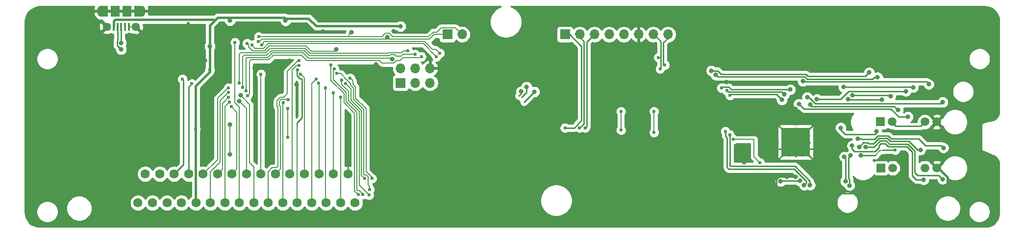
<source format=gbl>
%TF.GenerationSoftware,KiCad,Pcbnew,(5.1.6-0)*%
%TF.CreationDate,2023-03-06T10:11:25+01:00*%
%TF.ProjectId,A500KB,41353030-4b42-42e6-9b69-6361645f7063,3*%
%TF.SameCoordinates,Original*%
%TF.FileFunction,Copper,L2,Bot*%
%TF.FilePolarity,Positive*%
%FSLAX46Y46*%
G04 Gerber Fmt 4.6, Leading zero omitted, Abs format (unit mm)*
G04 Created by KiCad (PCBNEW (5.1.6-0)) date 2023-03-06 10:11:25*
%MOMM*%
%LPD*%
G01*
G04 APERTURE LIST*
%TA.AperFunction,SMDPad,CuDef*%
%ADD10R,1.200000X1.900000*%
%TD*%
%TA.AperFunction,ComponentPad*%
%ADD11O,1.200000X1.900000*%
%TD*%
%TA.AperFunction,SMDPad,CuDef*%
%ADD12R,1.500000X1.900000*%
%TD*%
%TA.AperFunction,ComponentPad*%
%ADD13C,1.450000*%
%TD*%
%TA.AperFunction,SMDPad,CuDef*%
%ADD14R,0.400000X1.350000*%
%TD*%
%TA.AperFunction,Conductor*%
%ADD15R,5.000000X5.000000*%
%TD*%
%TA.AperFunction,ViaPad*%
%ADD16C,0.500000*%
%TD*%
%TA.AperFunction,ComponentPad*%
%ADD17C,1.500000*%
%TD*%
%TA.AperFunction,ComponentPad*%
%ADD18R,1.500000X1.500000*%
%TD*%
%TA.AperFunction,ComponentPad*%
%ADD19O,1.700000X1.700000*%
%TD*%
%TA.AperFunction,ComponentPad*%
%ADD20R,1.700000X1.700000*%
%TD*%
%TA.AperFunction,ComponentPad*%
%ADD21C,1.600000*%
%TD*%
%TA.AperFunction,ViaPad*%
%ADD22C,0.800000*%
%TD*%
%TA.AperFunction,ViaPad*%
%ADD23C,1.200000*%
%TD*%
%TA.AperFunction,ViaPad*%
%ADD24C,0.600000*%
%TD*%
%TA.AperFunction,Conductor*%
%ADD25C,0.250000*%
%TD*%
%TA.AperFunction,Conductor*%
%ADD26C,0.400000*%
%TD*%
%TA.AperFunction,Conductor*%
%ADD27C,0.200000*%
%TD*%
%TA.AperFunction,Conductor*%
%ADD28C,0.254000*%
%TD*%
G04 APERTURE END LIST*
D10*
%TO.P,J2,6*%
%TO.N,GND*%
X317050000Y-224150000D03*
X322850000Y-224150000D03*
D11*
X323450000Y-224150000D03*
X316450000Y-224150000D03*
D12*
X318950000Y-224150000D03*
D13*
X322450000Y-226850000D03*
D14*
%TO.P,J2,3*%
%TO.N,/D++*%
X319950000Y-226850000D03*
%TO.P,J2,4*%
%TO.N,N/C*%
X320600000Y-226850000D03*
%TO.P,J2,5*%
%TO.N,GND*%
X321250000Y-226850000D03*
%TO.P,J2,1*%
%TO.N,+5V*%
X318650000Y-226850000D03*
%TO.P,J2,2*%
%TO.N,/D--*%
X319300000Y-226850000D03*
D13*
%TO.P,J2,6*%
%TO.N,GND*%
X317450000Y-226850000D03*
D12*
X320950000Y-224150000D03*
%TD*%
D15*
%TO.N,GND*%
%TO.C,U1*%
X436462500Y-246900000D03*
D16*
X434212500Y-244650000D03*
X435337500Y-244650000D03*
X436462500Y-244650000D03*
X437587500Y-244650000D03*
X438712500Y-244650000D03*
X434212500Y-245775000D03*
X435337500Y-245775000D03*
X436462500Y-245775000D03*
X437587500Y-245775000D03*
X438712500Y-245775000D03*
X434212500Y-246900000D03*
X435337500Y-246900000D03*
X436462500Y-246900000D03*
X437587500Y-246900000D03*
X438712500Y-246900000D03*
X434212500Y-248025000D03*
X435337500Y-248025000D03*
X436462500Y-248025000D03*
X437587500Y-248025000D03*
X438712500Y-248025000D03*
X434212500Y-249150000D03*
X435337500Y-249150000D03*
X436462500Y-249150000D03*
X437587500Y-249150000D03*
X438712500Y-249150000D03*
%TD*%
D17*
%TO.P,D4,4*%
%TO.N,GND*%
X460829400Y-251358400D03*
%TO.P,D4,3*%
%TO.N,Net-(D4-Pad2)*%
X458779400Y-251358400D03*
D18*
%TO.P,D4,1*%
%TO.N,/FLED*%
X451129400Y-251358400D03*
D17*
%TO.P,D4,2*%
%TO.N,Net-(D4-Pad2)*%
X453179400Y-251358400D03*
%TD*%
%TO.P,D3,4*%
%TO.N,GND*%
X460804000Y-243357400D03*
%TO.P,D3,3*%
%TO.N,Net-(D3-Pad2)*%
X458754000Y-243357400D03*
D18*
%TO.P,D3,1*%
%TO.N,/PLED*%
X451104000Y-243357400D03*
D17*
%TO.P,D3,2*%
%TO.N,Net-(D3-Pad2)*%
X453154000Y-243357400D03*
%TD*%
D19*
%TO.P,J5,2*%
%TO.N,/IN_LED4*%
X378838460Y-228178360D03*
D20*
%TO.P,J5,1*%
%TO.N,/IN_LED3*%
X376298460Y-228178360D03*
%TD*%
D19*
%TO.P,J4,8*%
%TO.N,/DRVLED*%
X414380000Y-228200000D03*
%TO.P,J4,7*%
%TO.N,/PWRLED*%
X411840000Y-228200000D03*
%TO.P,J4,6*%
%TO.N,GND*%
X409300000Y-228200000D03*
%TO.P,J4,5*%
%TO.N,N/C*%
X406760000Y-228200000D03*
%TO.P,J4,4*%
%TO.N,+5V*%
X404220000Y-228200000D03*
%TO.P,J4,3*%
%TO.N,/RST_OUT*%
X401680000Y-228200000D03*
%TO.P,J4,2*%
%TO.N,/KDAT*%
X399140000Y-228200000D03*
D20*
%TO.P,J4,1*%
%TO.N,/KCLK*%
X396600000Y-228200000D03*
%TD*%
D19*
%TO.P,J3,6*%
%TO.N,GND*%
X373280000Y-234060000D03*
%TO.P,J3,5*%
%TO.N,/AT90_RESET*%
X373280000Y-236600000D03*
%TO.P,J3,4*%
%TO.N,MOSI*%
X370740000Y-234060000D03*
%TO.P,J3,3*%
%TO.N,SCLK*%
X370740000Y-236600000D03*
%TO.P,J3,2*%
%TO.N,+5V*%
X368200000Y-234060000D03*
D20*
%TO.P,J3,1*%
%TO.N,MISO*%
X368200000Y-236600000D03*
%TD*%
D21*
%TO.P,J1,31*%
%TO.N,CAPSLED*%
X360350000Y-257400000D03*
%TO.P,J1,30*%
%TO.N,GND*%
X359100000Y-252400000D03*
%TO.P,J1,29*%
%TO.N,/Y0=29*%
X357850000Y-257400000D03*
%TO.P,J1,28*%
%TO.N,/Y1=28*%
X356600000Y-252400000D03*
%TO.P,J1,27*%
%TO.N,/Y2=27*%
X355350000Y-257400000D03*
%TO.P,J1,26*%
%TO.N,/Y3=26*%
X354100000Y-252400000D03*
%TO.P,J1,25*%
%TO.N,/Y4=25*%
X352850000Y-257400000D03*
%TO.P,J1,24*%
%TO.N,/Y5=24*%
X351600000Y-252400000D03*
%TO.P,J1,23*%
%TO.N,/Y6=23*%
X350350000Y-257400000D03*
%TO.P,J1,22*%
%TO.N,/Y7=22*%
X349100000Y-252400000D03*
%TO.P,J1,21*%
%TO.N,/Y8=21*%
X347850000Y-257400000D03*
%TO.P,J1,20*%
%TO.N,/Y9=20*%
X346600000Y-252400000D03*
%TO.P,J1,19*%
%TO.N,/Y10=19*%
X345350000Y-257400000D03*
%TO.P,J1,18*%
%TO.N,/Y11=18*%
X344100000Y-252400000D03*
%TO.P,J1,17*%
%TO.N,/Y12=17*%
X342850000Y-257400000D03*
%TO.P,J1,16*%
%TO.N,/Y13=16*%
X341600000Y-252400000D03*
%TO.P,J1,15*%
%TO.N,/Y14=15*%
X340350000Y-257400000D03*
%TO.P,J1,14*%
%TO.N,/LAMI*%
X339100000Y-252400000D03*
%TO.P,J1,13*%
%TO.N,/LALT*%
X337850000Y-257400000D03*
%TO.P,J1,12*%
%TO.N,/LSHIFT*%
X336600000Y-252400000D03*
%TO.P,J1,11*%
%TO.N,MISO*%
X335350000Y-257400000D03*
%TO.P,J1,10*%
%TO.N,MOSI*%
X334100000Y-252400000D03*
%TO.P,J1,9*%
%TO.N,+5V*%
X332850000Y-257400000D03*
%TO.P,J1,8*%
%TO.N,SCLK*%
X331600000Y-252400000D03*
%TO.P,J1,7*%
%TO.N,/X2=7*%
X330350000Y-257400000D03*
%TO.P,J1,6*%
%TO.N,/RSHFT*%
X329100000Y-252400000D03*
%TO.P,J1,5*%
%TO.N,/X3=5*%
X327850000Y-257400000D03*
%TO.P,J1,4*%
%TO.N,/X7=4*%
X326600000Y-252400000D03*
%TO.P,J1,3*%
%TO.N,/X6=3*%
X325350000Y-257400000D03*
%TO.P,J1,2*%
%TO.N,/X5=2*%
X324100000Y-252400000D03*
%TO.P,J1,1*%
%TO.N,/X4=1*%
X322850000Y-257400000D03*
%TD*%
D22*
%TO.N,GND*%
X384200000Y-260800000D03*
X394250000Y-260550000D03*
X307450000Y-247100000D03*
X440650000Y-251100000D03*
X432000000Y-242500000D03*
X440550000Y-242850000D03*
X436450000Y-241100000D03*
X443300000Y-251150000D03*
X428600000Y-257650000D03*
X443050000Y-257850000D03*
X443050000Y-254500000D03*
X441000000Y-254450000D03*
X430550000Y-249350000D03*
X427550000Y-248250000D03*
X427550000Y-253150000D03*
X431947000Y-255947000D03*
X427550000Y-250324990D03*
X432550000Y-254800000D03*
X430050000Y-255350000D03*
X462650000Y-235850000D03*
X468764620Y-241795300D03*
X458063600Y-238734600D03*
X465462620Y-247296940D03*
X463350000Y-254650000D03*
X442500000Y-242850000D03*
X443400000Y-238250000D03*
X440900000Y-237450000D03*
X426720000Y-226060000D03*
X424500000Y-227500000D03*
X436880000Y-226060000D03*
X424500000Y-236500000D03*
X422500000Y-246750000D03*
X457200000Y-226060000D03*
X467360000Y-226060000D03*
X427000000Y-241300000D03*
X426950000Y-233450000D03*
X426900000Y-231500000D03*
X434450000Y-233400000D03*
X430800000Y-233400000D03*
X432000000Y-241200000D03*
X427000000Y-242700000D03*
X427000000Y-244100000D03*
D23*
X321500000Y-254500000D03*
D24*
X359088000Y-248284500D03*
X359050000Y-250250000D03*
X331495400Y-226334320D03*
X338850000Y-232750000D03*
X334900000Y-242050000D03*
X334900000Y-237500000D03*
X329300000Y-241250000D03*
X325400000Y-245050000D03*
X329500000Y-245050000D03*
X329900000Y-232850000D03*
X342748400Y-239751600D03*
X345450000Y-239700000D03*
X349050000Y-232650000D03*
X342900000Y-234000000D03*
X345350000Y-250300000D03*
X343200000Y-250200000D03*
X335550000Y-249500000D03*
X359029000Y-242570000D03*
D22*
X367019840Y-227657660D03*
X369470940Y-227657660D03*
X395250000Y-242750000D03*
X403250000Y-244000000D03*
X403250000Y-246634000D03*
X395250000Y-246634000D03*
D24*
X322650000Y-232750000D03*
X323250000Y-243250000D03*
D22*
X416560000Y-241300000D03*
X447040000Y-226060000D03*
X363982000Y-233426000D03*
X350266000Y-236855000D03*
X362966000Y-239776000D03*
X407880000Y-232200000D03*
X407924000Y-235204000D03*
X397764000Y-235077000D03*
D24*
X409575000Y-243967000D03*
D22*
X416560000Y-243586000D03*
X421767000Y-243586000D03*
D24*
X381609600Y-230936800D03*
X398170400Y-230936800D03*
X391007600Y-228346000D03*
X416052000Y-231140000D03*
X354777040Y-227538280D03*
X402132800Y-230936800D03*
X355092000Y-224383600D03*
D22*
X317700000Y-231200000D03*
X322650000Y-229700000D03*
X314550000Y-226850000D03*
X328700000Y-237650000D03*
X318200000Y-238000000D03*
X317700000Y-228850000D03*
X327250000Y-234950000D03*
X374500000Y-239050000D03*
X458193140Y-254970280D03*
X464160001Y-248589999D03*
X434950000Y-252850000D03*
X436437500Y-252850000D03*
X469107520Y-249887740D03*
D24*
X340692740Y-230334820D03*
X337553300Y-227779580D03*
D22*
X334436280Y-232704200D03*
X424500000Y-231470240D03*
X409348940Y-230886000D03*
D24*
%TO.N,/Y0=29*%
X357833200Y-239104900D03*
%TO.N,/Y1=28*%
X356588600Y-238317500D03*
%TO.N,/Y2=27*%
X355280500Y-237466600D03*
%TO.N,/Y3=26*%
X354035900Y-236615700D03*
%TO.N,/Y4=25*%
X353616800Y-235929900D03*
%TO.N,/Y5=24*%
X350963000Y-235091700D03*
%TO.N,/Y6=23*%
X350391000Y-234304300D03*
%TO.N,/Y7=22*%
X350697703Y-233565425D03*
%TO.N,/Y8=21*%
X347980000Y-240046299D03*
%TO.N,/Y9=20*%
X348842921Y-239522000D03*
%TO.N,/Y10=19*%
X350644122Y-232767219D03*
%TO.N,/Y11=18*%
X344091800Y-235104400D03*
D22*
%TO.N,/Y12=17*%
X340610320Y-238780819D03*
%TO.N,/Y13=16*%
X340344975Y-239744975D03*
D24*
%TO.N,/Y14=15*%
X339613240Y-229605840D03*
%TO.N,/LAMI*%
X338948400Y-240700000D03*
%TO.N,/LALT*%
X338650000Y-239900000D03*
%TO.N,/LSHIFT*%
X338500000Y-239100000D03*
%TO.N,+5V*%
X332838000Y-244589700D03*
X335250000Y-234300000D03*
D22*
X335250000Y-230300000D03*
X348335600Y-225826320D03*
X368185700Y-226801680D03*
X338729320Y-225775520D03*
D24*
%TO.N,/X2=7*%
X360900000Y-255950000D03*
X356179641Y-233500000D03*
%TO.N,/RSHFT*%
X330524990Y-235950000D03*
%TO.N,/X3=5*%
X361700000Y-255950000D03*
X356779641Y-234173599D03*
%TO.N,/X7=4*%
X362000010Y-253161810D03*
X358750000Y-236750000D03*
%TO.N,/X6=3*%
X362750000Y-256050000D03*
X358000000Y-236100000D03*
%TO.N,/X5=2*%
X363258047Y-253174162D03*
X359493266Y-235756734D03*
%TO.N,/X4=1*%
X362850000Y-255091050D03*
X357179651Y-234970585D03*
D22*
%TO.N,CAPS*%
X338750000Y-243800000D03*
X338742425Y-249007575D03*
D24*
%TO.N,Net-(C6-Pad2)*%
X341688917Y-229766782D03*
D22*
X357083280Y-230791830D03*
D24*
%TO.N,MISO*%
X338500000Y-238250000D03*
X341500000Y-237950000D03*
D22*
X366742485Y-232446705D03*
D24*
%TO.N,MOSI*%
X338500000Y-237450000D03*
X340900000Y-237350000D03*
X370700000Y-231650001D03*
%TO.N,SCLK*%
X332150000Y-236750000D03*
X340300000Y-236600000D03*
X369450000Y-231011998D03*
%TO.N,/PWRLED*%
X342533899Y-230046066D03*
X374400000Y-232050000D03*
X412750000Y-232200000D03*
X413028867Y-234153836D03*
%TO.N,/DRVLED*%
X344243505Y-230000010D03*
X374965687Y-231450000D03*
X413850000Y-233500000D03*
%TO.N,/RST_OUT*%
X400100030Y-244400030D03*
%TO.N,/KDAT*%
X399100000Y-244400030D03*
%TO.N,/KCLK*%
X396600000Y-244400030D03*
D22*
%TO.N,/SDA*%
X437907108Y-254307108D03*
D24*
X424300000Y-245000000D03*
X406273000Y-244792500D03*
X406273000Y-241554000D03*
D22*
%TO.N,/SCL*%
X438916385Y-254300054D03*
D24*
X425050000Y-245600000D03*
X411988000Y-245200050D03*
X411988000Y-241554000D03*
%TO.N,/IN_LED4*%
X343700000Y-228600000D03*
D22*
X359689400Y-227794820D03*
D24*
%TO.N,/IN_LED3*%
X343620397Y-229396032D03*
D22*
X365895850Y-228700020D03*
D24*
%TO.N,/AT90_RESET*%
X341750000Y-238850000D03*
X371800000Y-232050000D03*
D22*
%TO.N,/D++*%
X319940940Y-229654100D03*
%TO.N,/D--*%
X319940940Y-230799640D03*
%TO.N,Net-(D51-Pad2)*%
X451370000Y-239490000D03*
X445531164Y-239416284D03*
%TO.N,Net-(D51-Pad3)*%
X444243460Y-244375940D03*
X450418200Y-245032817D03*
%TO.N,Net-(D51-Pad1)*%
X452831200Y-238912400D03*
X446290000Y-238765000D03*
%TO.N,Net-(D52-Pad2)*%
X455472800Y-238040000D03*
X440112653Y-239437347D03*
%TO.N,Net-(D52-Pad3)*%
X438937500Y-240390021D03*
X454131253Y-241320747D03*
%TO.N,Net-(D52-Pad1)*%
X456768200Y-237363000D03*
X444735000Y-237315000D03*
%TO.N,Net-(D53-Pad2)*%
X459435200Y-236829600D03*
X437700000Y-236300000D03*
%TO.N,Net-(D53-Pad3)*%
X455803000Y-242485000D03*
X436987500Y-240256736D03*
%TO.N,Net-(D53-Pad1)*%
X461848200Y-239945000D03*
X438437500Y-239100000D03*
%TO.N,*%
X391300000Y-238150000D03*
X434512465Y-238612465D03*
D24*
X424541220Y-237925000D03*
D22*
X389000000Y-238100000D03*
X434075575Y-239524425D03*
D24*
X425100000Y-238775000D03*
D22*
X389950000Y-237300000D03*
X435498200Y-237751800D03*
D24*
X423653514Y-237474990D03*
D22*
%TO.N,/F1B*%
X447688503Y-249179000D03*
D24*
X453634000Y-248250000D03*
D22*
%TO.N,/F2G*%
X445947800Y-249199400D03*
X445757108Y-254375000D03*
%TO.N,/F2B*%
X457999400Y-248200000D03*
X447433000Y-247692000D03*
%TO.N,/F2R*%
X445050000Y-253650000D03*
X444855600Y-249401363D03*
%TO.N,/F3G*%
X461809400Y-253280000D03*
X448500000Y-247700000D03*
%TO.N,/F3B*%
X461975200Y-247853200D03*
X447158906Y-246241999D03*
%TO.N,/F3R*%
X446200000Y-247475000D03*
X458540479Y-253370000D03*
D24*
%TO.N,/SDB*%
X348742000Y-241046000D03*
X348742000Y-246000040D03*
X425704000Y-246380000D03*
X430276000Y-250424990D03*
D22*
%TO.N,Net-(R7-Pad2)*%
X433850000Y-253650000D03*
X437200000Y-253600000D03*
%TO.N,/FLED*%
X449150000Y-234800000D03*
X421894000Y-234487980D03*
%TO.N,/PLED*%
X450608000Y-235645001D03*
X422645820Y-235212980D03*
%TD*%
D25*
%TO.N,GND*%
X464160001Y-245750001D02*
X464160001Y-247260001D01*
X464160001Y-247260001D02*
X464160001Y-248589999D01*
X441025000Y-254125000D02*
X441000000Y-254150000D01*
X441000000Y-251450000D02*
X440650000Y-251100000D01*
X441000000Y-254150000D02*
X441000000Y-251450000D01*
X443300000Y-251150000D02*
X443300000Y-249000000D01*
X442325000Y-248025000D02*
X438712500Y-248025000D01*
X443300000Y-249000000D02*
X442325000Y-248025000D01*
X438712500Y-249162500D02*
X438712500Y-249150000D01*
X440650000Y-251100000D02*
X438712500Y-249162500D01*
X438750000Y-244650000D02*
X438712500Y-244650000D01*
X440550000Y-242850000D02*
X438750000Y-244650000D01*
X434150000Y-244650000D02*
X434212500Y-244650000D01*
X432000000Y-242500000D02*
X434150000Y-244650000D01*
X430550000Y-249350000D02*
X432750000Y-249350000D01*
X432750000Y-249350000D02*
X433250000Y-249850000D01*
X433512500Y-249850000D02*
X434212500Y-249150000D01*
X433250000Y-249850000D02*
X433512500Y-249850000D01*
X435337500Y-246900000D02*
X434212500Y-248025000D01*
X436462500Y-246900000D02*
X435337500Y-246900000D01*
X430550000Y-249350000D02*
X430550000Y-248400000D01*
X430925000Y-248025000D02*
X434212500Y-248025000D01*
X430550000Y-248400000D02*
X430925000Y-248025000D01*
X427550000Y-250324990D02*
X427550000Y-248250000D01*
X443300000Y-254250000D02*
X443050000Y-254500000D01*
X443300000Y-251150000D02*
X443300000Y-254250000D01*
D26*
X422010000Y-246750000D02*
X422500000Y-246750000D01*
X416560000Y-241300000D02*
X422010000Y-246750000D01*
D25*
X359100000Y-250300000D02*
X359050000Y-250250000D01*
X359100000Y-252400000D02*
X359100000Y-250300000D01*
D27*
X381609600Y-230936800D02*
X393141200Y-230936800D01*
X393141200Y-230936800D02*
X398170400Y-230936800D01*
D26*
X319250000Y-232750000D02*
X322650000Y-232750000D01*
X317700000Y-231200000D02*
X319250000Y-232750000D01*
D25*
X463196601Y-245750001D02*
X464160001Y-245750001D01*
X460804000Y-243357400D02*
X463196601Y-245750001D01*
X463597801Y-248589999D02*
X460829400Y-251358400D01*
X464160001Y-248589999D02*
X463597801Y-248589999D01*
D26*
X461071802Y-251358400D02*
X462678780Y-252965378D01*
X460829400Y-251358400D02*
X461071802Y-251358400D01*
X462678780Y-253978780D02*
X463350000Y-254650000D01*
X462678780Y-252965378D02*
X462678780Y-253978780D01*
D25*
X464160001Y-248589999D02*
X464160001Y-249046999D01*
X434950000Y-252850000D02*
X433576998Y-252850000D01*
X436437500Y-252850000D02*
X434950000Y-252850000D01*
X433576998Y-252850000D02*
X433124999Y-253301999D01*
X433124999Y-253301999D02*
X433124999Y-256274999D01*
X433124999Y-256274999D02*
X434300000Y-257450000D01*
X438200000Y-255750000D02*
X436500000Y-257450000D01*
X436500000Y-257450000D02*
X434300000Y-257450000D01*
X439108000Y-255750000D02*
X438200000Y-255750000D01*
X463450000Y-255750000D02*
X439108000Y-255750000D01*
X464124988Y-255075012D02*
X463450000Y-255750000D01*
X464361990Y-255075012D02*
X464124988Y-255075012D01*
X464361990Y-255075012D02*
X467011001Y-252426001D01*
X467011001Y-252426001D02*
X467011001Y-250577999D01*
X467011001Y-250577999D02*
X465480001Y-249046999D01*
X465480001Y-249046999D02*
X464160001Y-249046999D01*
D27*
X322450000Y-226850000D02*
X321250000Y-226850000D01*
%TO.N,/Y0=29*%
X357838000Y-239109700D02*
X357833200Y-239104900D01*
X357850000Y-239121700D02*
X357833200Y-239104900D01*
X357850000Y-257400000D02*
X357850000Y-239121700D01*
%TO.N,/Y1=28*%
X356588000Y-238318100D02*
X356588600Y-238317500D01*
X356588600Y-252388600D02*
X356600000Y-252400000D01*
X356588600Y-238317500D02*
X356588600Y-252388600D01*
%TO.N,/Y2=27*%
X355280500Y-257330500D02*
X355350000Y-257400000D01*
X355280500Y-237466600D02*
X355280500Y-257330500D01*
%TO.N,/Y3=26*%
X354100000Y-236679800D02*
X354035900Y-236615700D01*
X354100000Y-252400000D02*
X354100000Y-236679800D01*
%TO.N,/Y4=25*%
X352838000Y-236708700D02*
X353616800Y-235929900D01*
X352850000Y-236696700D02*
X353616800Y-235929900D01*
X352850000Y-257400000D02*
X352850000Y-236696700D01*
%TO.N,/Y5=24*%
X351588000Y-235716700D02*
X350963000Y-235091700D01*
X351600000Y-235728700D02*
X350963000Y-235091700D01*
X351600000Y-252400000D02*
X351600000Y-235728700D01*
%TO.N,/Y6=23*%
X350350000Y-257400000D02*
X350350000Y-244010000D01*
D25*
X350337999Y-234357301D02*
X350391000Y-234304300D01*
X350337999Y-235391701D02*
X350337999Y-234357301D01*
X350851042Y-235904744D02*
X350337999Y-235391701D01*
X351174990Y-242677010D02*
X351174990Y-235904744D01*
X351174990Y-235904744D02*
X350851042Y-235904744D01*
X350350000Y-243502000D02*
X351174990Y-242677010D01*
X350350000Y-244010000D02*
X350350000Y-243502000D01*
D27*
%TO.N,/Y7=22*%
X349790999Y-234016299D02*
X350241873Y-233565425D01*
X350241873Y-233565425D02*
X350697703Y-233565425D01*
X349442922Y-234364376D02*
X350241873Y-233565425D01*
X349442922Y-252057078D02*
X349442922Y-234364376D01*
X349100000Y-252400000D02*
X349442922Y-252057078D01*
%TO.N,/Y8=21*%
X347850000Y-257400000D02*
X347850000Y-240261600D01*
X347850000Y-240261600D02*
X347965300Y-240146300D01*
X347850000Y-240176299D02*
X347980000Y-240046299D01*
X347850000Y-240261600D02*
X347850000Y-240176299D01*
%TO.N,/Y9=20*%
X347629299Y-239446299D02*
X348342379Y-239446299D01*
X347449990Y-251550010D02*
X346600000Y-252400000D01*
X347449990Y-240699990D02*
X347449990Y-251550010D01*
X347265299Y-240515299D02*
X347449990Y-240699990D01*
X347265299Y-239810299D02*
X347265299Y-240515299D01*
X347629299Y-239446299D02*
X347265299Y-239810299D01*
X348418080Y-239522000D02*
X348342379Y-239446299D01*
X348842921Y-239522000D02*
X348418080Y-239522000D01*
%TO.N,/Y10=19*%
X350474380Y-232767219D02*
X350644122Y-232767219D01*
X348613000Y-234628599D02*
X350474380Y-232767219D01*
X348613000Y-238304800D02*
X348613000Y-234628599D01*
X346050001Y-251299999D02*
X345350000Y-252000000D01*
X348613000Y-238304800D02*
X348613000Y-238437000D01*
X347049980Y-251000020D02*
X346750001Y-251299999D01*
X347049980Y-240865679D02*
X347049980Y-251000020D01*
X346865289Y-240680988D02*
X347049980Y-240865679D01*
X347463610Y-239046289D02*
X346865289Y-239644610D01*
X345350000Y-257400000D02*
X345350000Y-252000000D01*
X348003711Y-239046289D02*
X347463610Y-239046289D01*
X346750001Y-251299999D02*
X346050001Y-251299999D01*
X346865289Y-239644610D02*
X346865289Y-240680988D01*
X348613000Y-238437000D02*
X348003711Y-239046289D01*
%TO.N,/Y11=18*%
X344088000Y-235108200D02*
X344091800Y-235104400D01*
X344100000Y-235112600D02*
X344091800Y-235104400D01*
X344100000Y-252400000D02*
X344100000Y-235112600D01*
%TO.N,/Y12=17*%
X340610320Y-238780819D02*
X342150000Y-240320499D01*
X342150000Y-250450000D02*
X342850000Y-251150000D01*
X342150000Y-240320499D02*
X342150000Y-250450000D01*
X342850000Y-257400000D02*
X342850000Y-251150000D01*
%TO.N,/Y13=16*%
X341600000Y-241000000D02*
X340344975Y-239744975D01*
X341600000Y-252400000D02*
X341600000Y-241000000D01*
%TO.N,/Y14=15*%
X340350000Y-240786002D02*
X339600000Y-240036002D01*
X340350000Y-257400000D02*
X340350000Y-240786002D01*
X339613240Y-229605840D02*
X339613240Y-230125460D01*
X339613240Y-230125460D02*
X339600000Y-230138700D01*
X339600000Y-240036002D02*
X339600000Y-230138700D01*
%TO.N,/LAMI*%
X339100000Y-252400000D02*
X339949990Y-251550010D01*
X339949990Y-241701590D02*
X338948400Y-240700000D01*
X339949990Y-251550010D02*
X339949990Y-241701590D01*
%TO.N,/LALT*%
X337850000Y-240700000D02*
X338650000Y-239900000D01*
X337850000Y-257400000D02*
X337850000Y-240700000D01*
%TO.N,/LSHIFT*%
X336600000Y-252400000D02*
X337450000Y-251550000D01*
X337449992Y-240150008D02*
X337850000Y-239750000D01*
X337449992Y-240865690D02*
X337449992Y-240150008D01*
X337450000Y-240865698D02*
X337449992Y-240865690D01*
X337450000Y-251550000D02*
X337450000Y-240865698D01*
X337850000Y-239750000D02*
X338500000Y-239100000D01*
D26*
%TO.N,+5V*%
X332838000Y-257388000D02*
X332850000Y-257400000D01*
X332838000Y-244589700D02*
X332838000Y-257388000D01*
X335250000Y-234686002D02*
X335250000Y-234300000D01*
X332838000Y-237098002D02*
X335250000Y-234686002D01*
X332838000Y-244589700D02*
X332838000Y-237098002D01*
X335250000Y-234300000D02*
X335250000Y-230300000D01*
X335250000Y-230300000D02*
X335250000Y-226623400D01*
X348328840Y-225421160D02*
X352301780Y-225421160D01*
X352301780Y-225421160D02*
X353644200Y-226763580D01*
X353644200Y-226763580D02*
X367888520Y-226763580D01*
X367926620Y-226801680D02*
X368185700Y-226801680D01*
X367888520Y-226763580D02*
X367926620Y-226801680D01*
X338714330Y-225760530D02*
X338714330Y-225249990D01*
X338729320Y-225775520D02*
X338714330Y-225760530D01*
X338714330Y-225249990D02*
X348157670Y-225249990D01*
X336623410Y-225249990D02*
X338714330Y-225249990D01*
X348157670Y-225648390D02*
X348335600Y-225826320D01*
X348157670Y-225249990D02*
X348157670Y-225648390D01*
X335250000Y-226623400D02*
X335758790Y-226114610D01*
X335976999Y-225634319D02*
X336108040Y-225765360D01*
X318920679Y-225634319D02*
X335976999Y-225634319D01*
X336108040Y-225765360D02*
X336623410Y-225249990D01*
X318650000Y-225904998D02*
X318920679Y-225634319D01*
X318650000Y-226850000D02*
X318650000Y-225904998D01*
X335758790Y-226114610D02*
X336108040Y-225765360D01*
D27*
%TO.N,/X2=7*%
X360250000Y-255300000D02*
X360900000Y-255950000D01*
X360250000Y-241861998D02*
X360250000Y-255300000D01*
X358433201Y-238433201D02*
X358433201Y-240045199D01*
X356179641Y-236179641D02*
X358433201Y-238433201D01*
X358433201Y-240045199D02*
X360250000Y-241861998D01*
X356179641Y-233500000D02*
X356179641Y-236179641D01*
D25*
%TO.N,/RSHFT*%
X329100000Y-252400000D02*
X330699980Y-250800020D01*
X330699980Y-236124990D02*
X330524990Y-235950000D01*
X330699980Y-250800020D02*
X330699980Y-236124990D01*
D27*
%TO.N,/X3=5*%
X361700000Y-255950000D02*
X361500000Y-255750000D01*
X361088002Y-255250000D02*
X360765698Y-255250000D01*
X361500001Y-255661999D02*
X361088002Y-255250000D01*
X361500000Y-255750000D02*
X361500001Y-255661999D01*
X360650010Y-255134312D02*
X360650010Y-241696309D01*
X360765698Y-255250000D02*
X360650010Y-255134312D01*
X360650010Y-241696309D02*
X358953700Y-240000000D01*
X358953700Y-240000000D02*
X358833211Y-239879511D01*
X358833211Y-238267512D02*
X356579651Y-236013952D01*
X358833211Y-239879511D02*
X358833211Y-238267512D01*
X356579651Y-234373589D02*
X356779641Y-234173599D01*
X356579651Y-236013952D02*
X356579651Y-234373589D01*
%TO.N,/X7=4*%
X361450030Y-252611830D02*
X362000010Y-253161810D01*
X361450030Y-241364931D02*
X361450030Y-252611830D01*
X359835096Y-239750000D02*
X359835099Y-239750000D01*
X359633231Y-239548135D02*
X359835096Y-239750000D01*
X359835099Y-239750000D02*
X361450030Y-241364931D01*
X359633231Y-237633231D02*
X359633231Y-239548135D01*
X358750000Y-236750000D02*
X359633231Y-237633231D01*
D25*
%TO.N,/X6=3*%
X362750000Y-255916052D02*
X362750000Y-256050000D01*
D27*
X361050020Y-241530620D02*
X361050020Y-254350020D01*
X358000000Y-236100000D02*
X358000000Y-236868602D01*
X359233221Y-238101823D02*
X359233221Y-239713823D01*
X361050020Y-254350020D02*
X362750000Y-256050000D01*
X358000000Y-236868602D02*
X359233221Y-238101823D01*
X359233221Y-239713823D02*
X361050020Y-241530620D01*
%TO.N,/X5=2*%
X362020749Y-240804252D02*
X362250050Y-241033553D01*
X362250050Y-251958150D02*
X363258046Y-252966146D01*
X362250050Y-241033553D02*
X362250050Y-251958150D01*
X363258046Y-252966146D02*
X363258047Y-253174162D01*
X362020749Y-240804252D02*
X360433251Y-239216754D01*
X360433251Y-237301853D02*
X360433249Y-237301851D01*
X360433251Y-239216754D02*
X360433251Y-237301853D01*
X360433251Y-237301853D02*
X359965708Y-236834310D01*
X359965708Y-236229176D02*
X359965708Y-236465708D01*
X359493266Y-235756734D02*
X359965708Y-236229176D01*
X359965708Y-236834310D02*
X359965708Y-236465708D01*
%TO.N,/X4=1*%
X362850000Y-255091050D02*
X362850000Y-254600000D01*
X362600011Y-252873809D02*
X362288011Y-252561809D01*
X362288011Y-252561809D02*
X361965707Y-252561809D01*
X362600011Y-254350011D02*
X362600011Y-252873809D01*
X362850000Y-254600000D02*
X362600011Y-254350011D01*
X361965707Y-252561809D02*
X361850040Y-252446142D01*
X361850040Y-252446142D02*
X361850040Y-241199242D01*
X360033241Y-239382443D02*
X360033241Y-237467542D01*
X361850040Y-241199242D02*
X360033241Y-239382443D01*
X360033241Y-237467542D02*
X359565698Y-237000000D01*
X359565698Y-236677696D02*
X358888002Y-236000000D01*
X359565698Y-237000000D02*
X359565698Y-236677696D01*
X357858587Y-234970585D02*
X357179651Y-234970585D01*
X358888002Y-236000000D02*
X357858587Y-234970585D01*
%TO.N,CAPS*%
X338750000Y-249000000D02*
X338742425Y-249007575D01*
X338750000Y-243800000D02*
X338750000Y-249000000D01*
%TO.N,Net-(C6-Pad2)*%
X341933898Y-230334067D02*
X342599852Y-231000021D01*
X341933898Y-230011763D02*
X341688917Y-229766782D01*
X341933898Y-230334067D02*
X341933898Y-230011763D01*
X344773627Y-231000021D02*
X345061824Y-230711824D01*
X345061824Y-230638176D02*
X345499960Y-230200040D01*
X345061824Y-230711824D02*
X345061824Y-230638176D01*
X345061824Y-230711824D02*
X345173608Y-230600040D01*
X345534261Y-230200040D02*
X345799960Y-230200040D01*
X344734280Y-231000021D02*
X345534261Y-230200040D01*
X344500021Y-231000021D02*
X344734280Y-231000021D01*
X344500021Y-231000021D02*
X344773627Y-231000021D01*
X345499960Y-230200040D02*
X345799960Y-230200040D01*
X342599852Y-231000021D02*
X344500021Y-231000021D01*
X352773380Y-231091820D02*
X351881600Y-230200040D01*
X351881600Y-230200040D02*
X345799960Y-230200040D01*
X357083280Y-230936880D02*
X356928340Y-231091820D01*
X356928340Y-231091820D02*
X352773380Y-231091820D01*
X357083280Y-230791830D02*
X357083280Y-230936880D01*
%TO.N,MISO*%
X335350000Y-252021998D02*
X337050000Y-250321998D01*
X335350000Y-257400000D02*
X335350000Y-252021998D01*
X337049982Y-250321980D02*
X337049982Y-239700018D01*
X337049982Y-239700018D02*
X338500000Y-238250000D01*
X337050000Y-250321998D02*
X337049982Y-250321980D01*
X351341329Y-231400070D02*
X352267248Y-232325989D01*
X346070672Y-231400070D02*
X351341329Y-231400070D01*
X341500000Y-237950000D02*
X341500000Y-232250000D01*
X341500000Y-232250000D02*
X341549949Y-232200051D01*
X345270693Y-232200051D02*
X346070672Y-231400070D01*
X341549949Y-232200051D02*
X345270693Y-232200051D01*
X365720273Y-232325989D02*
X366450010Y-232325989D01*
X366621769Y-232325989D02*
X366742485Y-232446705D01*
X364507589Y-232325989D02*
X366621769Y-232325989D01*
X352267248Y-232325989D02*
X364507589Y-232325989D01*
X364507589Y-232325989D02*
X365720273Y-232325989D01*
%TO.N,MOSI*%
X334100000Y-252400000D02*
X336600000Y-249900000D01*
X338411998Y-237450000D02*
X338500000Y-237450000D01*
X336600000Y-239261998D02*
X338411998Y-237450000D01*
X336600000Y-249900000D02*
X336600000Y-239261998D01*
X368639122Y-231650001D02*
X370700000Y-231650001D01*
X368343943Y-231945180D02*
X368639122Y-231650001D01*
X367444020Y-231945180D02*
X368343943Y-231945180D01*
X366406484Y-231746704D02*
X367245544Y-231746704D01*
X366261348Y-231891840D02*
X366406484Y-231746704D01*
X341149959Y-231800041D02*
X345105004Y-231800041D01*
X352467076Y-231891840D02*
X366261348Y-231891840D01*
X367245544Y-231746704D02*
X367444020Y-231945180D01*
X352432937Y-231925979D02*
X352467076Y-231891840D01*
X340900000Y-237350000D02*
X340900000Y-232050000D01*
X345105004Y-231800041D02*
X345904984Y-231000060D01*
X340900000Y-232050000D02*
X341149959Y-231800041D01*
X351507018Y-231000060D02*
X351332560Y-231000060D01*
X351842939Y-231335981D02*
X351507018Y-231000060D01*
X351842939Y-231335981D02*
X352432937Y-231925979D01*
X345904984Y-231000060D02*
X351332560Y-231000060D01*
X351576880Y-231069922D02*
X351842939Y-231335981D01*
D25*
%TO.N,SCLK*%
X331600000Y-237300000D02*
X332150000Y-236750000D01*
X331600000Y-252400000D02*
X331600000Y-237300000D01*
D27*
X340300000Y-231650000D02*
X340300000Y-236600000D01*
X351402452Y-230600052D02*
X351402450Y-230600050D01*
X352564486Y-231491830D02*
X351672708Y-230600052D01*
X366095659Y-231491830D02*
X352564486Y-231491830D01*
X366240795Y-231346694D02*
X366095659Y-231491830D01*
X345699950Y-230600050D02*
X345699950Y-230639396D01*
X369450000Y-231011998D02*
X368711426Y-231011998D01*
X351402450Y-230600050D02*
X345699950Y-230600050D01*
X368376730Y-231346694D02*
X366240795Y-231346694D01*
X340549969Y-231400031D02*
X340300000Y-231650000D01*
X345699950Y-230639396D02*
X344939315Y-231400031D01*
X344939315Y-231400031D02*
X340549969Y-231400031D01*
X351672708Y-230600052D02*
X351402452Y-230600052D01*
X368711426Y-231011998D02*
X368376730Y-231346694D01*
D25*
%TO.N,/PWRLED*%
X411950000Y-228200000D02*
X411840000Y-228200000D01*
X413150000Y-229400000D02*
X411950000Y-228200000D01*
D27*
X345331487Y-229800030D02*
X345499970Y-229800030D01*
X344531506Y-230600011D02*
X345331487Y-229800030D01*
X343087844Y-230600011D02*
X344531506Y-230600011D01*
X342533899Y-230046066D02*
X343087844Y-230600011D01*
X372150030Y-229800030D02*
X374400000Y-232050000D01*
X369300000Y-229800030D02*
X372150030Y-229800030D01*
X413100000Y-232200000D02*
X413150000Y-232150000D01*
X412750000Y-232200000D02*
X413100000Y-232200000D01*
D25*
X413150000Y-232150000D02*
X413150000Y-229400000D01*
X413150000Y-234100000D02*
X413150000Y-232150000D01*
D27*
X345499970Y-229800030D02*
X369300000Y-229800030D01*
D25*
%TO.N,/DRVLED*%
X414380000Y-228806410D02*
X414380000Y-228200000D01*
X413600000Y-229586410D02*
X414380000Y-228806410D01*
D27*
X344299990Y-230000010D02*
X344499980Y-229800020D01*
X344243505Y-230000010D02*
X344299990Y-230000010D01*
X344499980Y-229550020D02*
X344649980Y-229400020D01*
X344499980Y-229800020D02*
X344499980Y-229550020D01*
X344649980Y-229400020D02*
X369250000Y-229400020D01*
X372315719Y-229400020D02*
X373700000Y-230784302D01*
X369250000Y-229400020D02*
X372315719Y-229400020D01*
X374299989Y-230784302D02*
X374965687Y-231450000D01*
X373700000Y-230784302D02*
X374299989Y-230784302D01*
X413850000Y-233500000D02*
X413600000Y-233500000D01*
D25*
X413600000Y-233500000D02*
X413600000Y-229586410D01*
%TO.N,/RST_OUT*%
X401680000Y-228200000D02*
X400350000Y-229530000D01*
X400350000Y-244150060D02*
X400100030Y-244400030D01*
X400350000Y-229530000D02*
X400350000Y-244150060D01*
%TO.N,/KDAT*%
X399140000Y-228200000D02*
X399140000Y-228690000D01*
X399140000Y-228690000D02*
X399900000Y-229450000D01*
X399900000Y-243775029D02*
X399800029Y-243775029D01*
X399900000Y-229450000D02*
X399900000Y-243775029D01*
X399175028Y-244400030D02*
X399100000Y-244400030D01*
X399800029Y-243775029D02*
X399175028Y-244400030D01*
%TO.N,/KCLK*%
X396600000Y-228200000D02*
X397400000Y-228200000D01*
X397400000Y-228200000D02*
X399450000Y-230250000D01*
X399450000Y-230250000D02*
X399450000Y-243100000D01*
X398800000Y-243750000D02*
X398800000Y-243800000D01*
X399450000Y-243100000D02*
X398800000Y-243750000D01*
X398199970Y-244400030D02*
X396600000Y-244400030D01*
X398800000Y-243800000D02*
X398199970Y-244400030D01*
%TO.N,/SDA*%
X424600000Y-246075002D02*
X424300000Y-245775002D01*
X424300000Y-245775002D02*
X424300000Y-245000000D01*
X424800000Y-251436390D02*
X424600000Y-251236390D01*
X424600000Y-251236390D02*
X424600000Y-246075002D01*
X424800000Y-251500000D02*
X424800000Y-251436390D01*
X438307107Y-253907109D02*
X438307107Y-253646605D01*
X436150000Y-251500000D02*
X424800000Y-251500000D01*
X438296605Y-253646605D02*
X436150000Y-251500000D01*
X438307107Y-253646605D02*
X438296605Y-253646605D01*
X437907108Y-254307108D02*
X438307107Y-253907109D01*
D27*
X406273000Y-244792500D02*
X406273000Y-241554000D01*
D25*
%TO.N,/SCL*%
X425050010Y-245600010D02*
X425050000Y-245600000D01*
X436346902Y-251049990D02*
X425050010Y-251049990D01*
X425050010Y-251049990D02*
X425050010Y-245600010D01*
X438916385Y-253619473D02*
X436346902Y-251049990D01*
X438916385Y-254300054D02*
X438916385Y-253619473D01*
D27*
X411988000Y-242570000D02*
X411988000Y-241554000D01*
X411988000Y-245200050D02*
X411988000Y-242570000D01*
%TO.N,/IN_LED4*%
X359326180Y-228158040D02*
X359689400Y-227794820D01*
X359326180Y-228600000D02*
X359326180Y-228158040D01*
X343700000Y-228600000D02*
X359326180Y-228600000D01*
X365041180Y-228600000D02*
X359326180Y-228600000D01*
X365041180Y-228518688D02*
X365041180Y-228600000D01*
X365559849Y-228000019D02*
X365041180Y-228518688D01*
X366831832Y-228600000D02*
X366231851Y-228000019D01*
X373012422Y-228600000D02*
X366831832Y-228600000D01*
X378838460Y-228178360D02*
X377688459Y-227028359D01*
X374455928Y-227780890D02*
X373831531Y-227780890D01*
X373831531Y-227780890D02*
X373012422Y-228600000D01*
X375208459Y-227028359D02*
X374455928Y-227780890D01*
X366231851Y-228000019D02*
X365559849Y-228000019D01*
X377688459Y-227028359D02*
X375208459Y-227028359D01*
%TO.N,/IN_LED3*%
X343766429Y-229250000D02*
X343784301Y-229250000D01*
X343620397Y-229396032D02*
X343766429Y-229250000D01*
X343803968Y-229396032D02*
X344199990Y-229000010D01*
X343620397Y-229396032D02*
X343803968Y-229396032D01*
X365895850Y-228700020D02*
X365895850Y-228799270D01*
X365895850Y-228799270D02*
X366096590Y-229000010D01*
X344199990Y-229000010D02*
X366096590Y-229000010D01*
X373178110Y-229000010D02*
X373997220Y-228180900D01*
X366187950Y-229000010D02*
X373178110Y-229000010D01*
X365895850Y-228707910D02*
X366187950Y-229000010D01*
X365895850Y-228700020D02*
X365895850Y-228707910D01*
X376295920Y-228180900D02*
X376298460Y-228178360D01*
X373997220Y-228180900D02*
X376295920Y-228180900D01*
%TO.N,/AT90_RESET*%
X351083560Y-231800080D02*
X346236364Y-231800080D01*
X352006939Y-232725999D02*
X351320100Y-232039160D01*
X351320100Y-232039160D02*
X351320100Y-232036620D01*
X342100001Y-238499999D02*
X341750000Y-238850000D01*
X342100001Y-232899999D02*
X342100001Y-238499999D01*
X364585481Y-232725999D02*
X352006939Y-232725999D01*
X342399939Y-232600061D02*
X342100001Y-232899999D01*
X365013702Y-233154220D02*
X364585481Y-232725999D01*
X367024920Y-233154220D02*
X365013702Y-233154220D01*
X345436382Y-232600061D02*
X342399939Y-232600061D01*
X367453141Y-232725999D02*
X367024920Y-233154220D01*
X346236364Y-231800080D02*
X345436382Y-232600061D01*
X368128823Y-232725999D02*
X367453141Y-232725999D01*
X368604821Y-232250001D02*
X368128823Y-232725999D01*
X371599999Y-232250001D02*
X368604821Y-232250001D01*
X351320100Y-232036620D02*
X351083560Y-231800080D01*
X371800000Y-232050000D02*
X371599999Y-232250001D01*
D25*
%TO.N,/D++*%
X319940940Y-226859060D02*
X319950000Y-226850000D01*
X319940940Y-229654100D02*
X319940940Y-226859060D01*
%TO.N,/D--*%
X319940940Y-230799640D02*
X319215939Y-230074639D01*
X319215939Y-229306099D02*
X319215939Y-230074639D01*
X319300000Y-229222038D02*
X319215939Y-229306099D01*
X319300000Y-226850000D02*
X319300000Y-229222038D01*
%TO.N,Net-(D3-Pad2)*%
X453154000Y-243357400D02*
X453154000Y-243527800D01*
X453154000Y-243527800D02*
X453745600Y-244119400D01*
X457992000Y-244119400D02*
X458754000Y-243357400D01*
X453745600Y-244119400D02*
X457992000Y-244119400D01*
%TO.N,Net-(D51-Pad2)*%
X445604880Y-239490000D02*
X445531164Y-239416284D01*
X451370000Y-239490000D02*
X445604880Y-239490000D01*
%TO.N,Net-(D51-Pad3)*%
X450254655Y-245196362D02*
X450418200Y-245032817D01*
X450254655Y-245500000D02*
X450254655Y-245196362D01*
X444963660Y-245500000D02*
X450254655Y-245500000D01*
X444243460Y-244779800D02*
X444963660Y-245500000D01*
X444243460Y-244375940D02*
X444243460Y-244779800D01*
%TO.N,Net-(D51-Pad1)*%
X451734000Y-238765000D02*
X446290000Y-238765000D01*
X451739000Y-238760000D02*
X451734000Y-238765000D01*
X452683800Y-238765000D02*
X452831200Y-238912400D01*
X451734000Y-238765000D02*
X452683800Y-238765000D01*
%TO.N,Net-(D52-Pad2)*%
X447339999Y-238039999D02*
X447340000Y-238040000D01*
X445610001Y-238039999D02*
X447339999Y-238039999D01*
X444212653Y-239437347D02*
X445610001Y-238039999D01*
X440112653Y-239437347D02*
X444212653Y-239437347D01*
X454186200Y-238040000D02*
X455472800Y-238040000D01*
X454186200Y-238040000D02*
X447340000Y-238040000D01*
%TO.N,Net-(D52-Pad3)*%
X438937500Y-240390021D02*
X439197479Y-240650000D01*
X440900000Y-240650000D02*
X440915011Y-240665011D01*
X439197479Y-240650000D02*
X440900000Y-240650000D01*
X440915011Y-240665011D02*
X442184989Y-240665011D01*
X442184989Y-240665011D02*
X442004683Y-240665011D01*
X453475517Y-240665011D02*
X454131253Y-241320747D01*
X452958211Y-240665011D02*
X453475517Y-240665011D01*
X452958211Y-240665011D02*
X442184989Y-240665011D01*
%TO.N,Net-(D52-Pad1)*%
X456720200Y-237315000D02*
X456768200Y-237363000D01*
X444735000Y-237315000D02*
X456720200Y-237315000D01*
%TO.N,Net-(D53-Pad2)*%
X437770001Y-236370001D02*
X437700000Y-236300000D01*
X441979999Y-236370001D02*
X437770001Y-236370001D01*
X443514999Y-236370001D02*
X441979999Y-236370001D01*
X441979999Y-236370001D02*
X441820001Y-236370001D01*
X459435200Y-236829600D02*
X459435200Y-236748602D01*
X459056599Y-236370001D02*
X443514999Y-236370001D01*
X459435200Y-236748602D02*
X459056599Y-236370001D01*
%TO.N,Net-(D53-Pad3)*%
X437845785Y-241115021D02*
X436987500Y-240256736D01*
X452900221Y-241115021D02*
X437845785Y-241115021D01*
X454270200Y-242485000D02*
X452900221Y-241115021D01*
X455803000Y-242485000D02*
X454270200Y-242485000D01*
%TO.N,Net-(D53-Pad1)*%
X439849990Y-240199990D02*
X438750000Y-239100000D01*
X441086400Y-240199990D02*
X439849990Y-240199990D01*
X438750000Y-239100000D02*
X438437500Y-239100000D01*
X441101411Y-240215001D02*
X441086400Y-240199990D01*
X461578199Y-240215001D02*
X461848200Y-239945000D01*
X461307599Y-240215001D02*
X461578199Y-240215001D01*
X461307599Y-240215001D02*
X441101411Y-240215001D01*
%TO.N,*%
X434512465Y-238612465D02*
X434050000Y-238150000D01*
X391387535Y-238062465D02*
X391300000Y-238150000D01*
X425950000Y-238150000D02*
X424766220Y-238150000D01*
X434050000Y-238150000D02*
X425950000Y-238150000D01*
X424766220Y-238150000D02*
X424541220Y-237925000D01*
X391300000Y-238150000D02*
X389520020Y-239929980D01*
X425274990Y-238600010D02*
X433151160Y-238600010D01*
X433151160Y-238600010D02*
X434075575Y-239524425D01*
X425100000Y-238775000D02*
X425274990Y-238600010D01*
X389000000Y-238463590D02*
X389000000Y-238100000D01*
X388620000Y-238843590D02*
X389000000Y-238463590D01*
X390001801Y-237351801D02*
X389950000Y-237300000D01*
X435446390Y-237699990D02*
X435498200Y-237751800D01*
X425299990Y-237699990D02*
X435446390Y-237699990D01*
X424900001Y-237300001D02*
X425299990Y-237699990D01*
X424900001Y-237299999D02*
X424900001Y-237300001D01*
X423828505Y-237299999D02*
X424900001Y-237299999D01*
X423653514Y-237474990D02*
X423828505Y-237299999D01*
X389950000Y-238223002D02*
X389950000Y-237300000D01*
X389070010Y-239102992D02*
X389950000Y-238223002D01*
%TO.N,/F1B*%
X447688503Y-249179000D02*
X450194293Y-249179000D01*
D27*
X451023293Y-248350000D02*
X450194293Y-249179000D01*
X451400000Y-248350000D02*
X451023293Y-248350000D01*
X451500000Y-248250000D02*
X451400000Y-248350000D01*
D25*
X451500000Y-248250000D02*
X453634000Y-248250000D01*
%TO.N,/F2G*%
X445775001Y-254357107D02*
X445757108Y-254375000D01*
X445775001Y-253301999D02*
X445775001Y-254357107D01*
X445601310Y-253128308D02*
X445775001Y-253301999D01*
X445601310Y-250150000D02*
X445601310Y-253128308D01*
X445601310Y-249545890D02*
X445947800Y-249199400D01*
X445601310Y-250150000D02*
X445601310Y-249545890D01*
%TO.N,/F2B*%
X452261250Y-246207827D02*
X452772801Y-246719378D01*
X450819647Y-246207826D02*
X452261250Y-246207827D01*
X449877471Y-247150000D02*
X450819647Y-246207826D01*
X449050000Y-247150000D02*
X449877471Y-247150000D01*
X448874999Y-246974999D02*
X449050000Y-247150000D01*
X448151999Y-246974999D02*
X448874999Y-246974999D01*
X447434998Y-247692000D02*
X448151999Y-246974999D01*
X447433000Y-247692000D02*
X447434998Y-247692000D01*
X455743022Y-246719378D02*
X456018199Y-246719379D01*
X452772801Y-246719378D02*
X455743022Y-246719378D01*
X457498820Y-248200000D02*
X457999400Y-248200000D01*
X456018199Y-246719379D02*
X457498820Y-248200000D01*
%TO.N,/F2R*%
X445050000Y-250064900D02*
X445050000Y-253650000D01*
X445050000Y-249595763D02*
X444855600Y-249401363D01*
X445050000Y-250064900D02*
X445050000Y-249595763D01*
%TO.N,/F3G*%
X450350020Y-247399980D02*
X450365436Y-247384564D01*
X450365436Y-247298445D02*
X451006046Y-246657835D01*
X450365436Y-247384564D02*
X450365436Y-247298445D01*
X451006046Y-246657835D02*
X451607836Y-246657836D01*
X449963881Y-247700000D02*
X451006045Y-246657836D01*
X451006045Y-246657836D02*
X451607836Y-246657836D01*
X448500000Y-247700000D02*
X449963881Y-247700000D01*
X455831798Y-247169388D02*
X457040410Y-248378000D01*
X452074849Y-246657836D02*
X452586400Y-247169387D01*
X457040410Y-252138610D02*
X457546799Y-252644999D01*
X457040410Y-248378000D02*
X457040410Y-252138610D01*
X452586400Y-247169387D02*
X455831798Y-247169388D01*
X451607836Y-246657836D02*
X452074849Y-246657836D01*
X461174400Y-252645000D02*
X461809400Y-253280000D01*
X460587000Y-252645000D02*
X461174400Y-252645000D01*
X457546799Y-252644999D02*
X460587000Y-252645000D01*
%TO.N,/F3B*%
X461596999Y-247474999D02*
X461975200Y-247853200D01*
X458901409Y-247474999D02*
X461596999Y-247474999D01*
X457695779Y-246269369D02*
X458901409Y-247474999D01*
X452458365Y-245757817D02*
X452969916Y-246269368D01*
X450633248Y-245757817D02*
X452458365Y-245757817D01*
X452969916Y-246269368D02*
X457695779Y-246269369D01*
X447158906Y-246241999D02*
X447741999Y-246241999D01*
X450041063Y-246350000D02*
X450633248Y-245757817D01*
X447741999Y-246241999D02*
X447850000Y-246350000D01*
X447850000Y-246350000D02*
X450041063Y-246350000D01*
%TO.N,/F3R*%
X456590400Y-252704600D02*
X457255800Y-253370000D01*
X455645397Y-247619397D02*
X456590400Y-248564400D01*
X451888448Y-247107845D02*
X452400000Y-247619397D01*
X456590400Y-248564400D02*
X456590400Y-252704600D01*
X451192446Y-247107845D02*
X451888448Y-247107845D01*
X450815446Y-247484845D02*
X451192446Y-247107845D01*
X452400000Y-247619397D02*
X455645397Y-247619397D01*
X446613315Y-248454000D02*
X450146000Y-248454000D01*
X450815446Y-247784554D02*
X450815446Y-247484845D01*
X457255800Y-253370000D02*
X458540479Y-253370000D01*
X450146000Y-248454000D02*
X450815446Y-247784554D01*
X446200000Y-248040685D02*
X446613315Y-248454000D01*
X446200000Y-247475000D02*
X446200000Y-248040685D01*
D27*
%TO.N,/SDB*%
X348742000Y-241046000D02*
X348742000Y-246000040D01*
X425704000Y-246380000D02*
X429260000Y-246380000D01*
X429260000Y-249408990D02*
X430276000Y-250424990D01*
X429260000Y-246380000D02*
X429260000Y-249408990D01*
D25*
%TO.N,Net-(R7-Pad2)*%
X433900000Y-253600000D02*
X433850000Y-253650000D01*
X437200000Y-253600000D02*
X433900000Y-253600000D01*
%TO.N,/FLED*%
X421894000Y-234487980D02*
X421894000Y-234487980D01*
X438209402Y-235099990D02*
X423574192Y-235099990D01*
X423574192Y-235099990D02*
X422962182Y-234487980D01*
X448480019Y-235469981D02*
X438579393Y-235469981D01*
X422962182Y-234487980D02*
X421894000Y-234487980D01*
X438579393Y-235469981D02*
X438209402Y-235099990D01*
X449150000Y-234800000D02*
X448480019Y-235469981D01*
%TO.N,/PLED*%
X450042315Y-235645001D02*
X450608000Y-235645001D01*
X438392993Y-235919991D02*
X449767325Y-235919991D01*
X438023002Y-235550000D02*
X438392993Y-235919991D01*
X449767325Y-235919991D02*
X450042315Y-235645001D01*
X424119600Y-235550000D02*
X422970400Y-235550000D01*
X424119600Y-235550000D02*
X438023002Y-235550000D01*
X422970400Y-235537560D02*
X422645820Y-235212980D01*
X422970400Y-235550000D02*
X422970400Y-235537560D01*
%TD*%
D28*
%TO.N,GND*%
G36*
X469510913Y-223378991D02*
G01*
X469994228Y-223524912D01*
X470439992Y-223761930D01*
X470831231Y-224081017D01*
X471153044Y-224470022D01*
X471393167Y-224914119D01*
X471542460Y-225396405D01*
X471598461Y-225929217D01*
X471598460Y-241534281D01*
X471565367Y-241871788D01*
X471476723Y-242165391D01*
X471332739Y-242436185D01*
X471138902Y-242673853D01*
X470902593Y-242869344D01*
X470611422Y-243026780D01*
X470590592Y-243034941D01*
X469049744Y-243398321D01*
X469028937Y-243400370D01*
X468986615Y-243413208D01*
X468975274Y-243415883D01*
X468955601Y-243422617D01*
X468904527Y-243438110D01*
X468894185Y-243443638D01*
X468883091Y-243447435D01*
X468836955Y-243474228D01*
X468789870Y-243499395D01*
X468780799Y-243506839D01*
X468770666Y-243512724D01*
X468730648Y-243547998D01*
X468689372Y-243581872D01*
X468681932Y-243590938D01*
X468673137Y-243598690D01*
X468640757Y-243641110D01*
X468606895Y-243682371D01*
X468601367Y-243692713D01*
X468594253Y-243702033D01*
X468570768Y-243749960D01*
X468545610Y-243797028D01*
X468542207Y-243808248D01*
X468537046Y-243818779D01*
X468523365Y-243870360D01*
X468507870Y-243921438D01*
X468506720Y-243933112D01*
X468503715Y-243944442D01*
X468500359Y-243997698D01*
X468498320Y-244018402D01*
X468498320Y-244030059D01*
X468495539Y-244074192D01*
X468498320Y-244094911D01*
X468498321Y-247872471D01*
X468495236Y-247910897D01*
X468502086Y-247969563D01*
X468507871Y-248028303D01*
X468509615Y-248034054D01*
X468510313Y-248040028D01*
X468528478Y-248096234D01*
X468545611Y-248152713D01*
X468548444Y-248158014D01*
X468550294Y-248163737D01*
X468579070Y-248215311D01*
X468606896Y-248267370D01*
X468610709Y-248272017D01*
X468613640Y-248277269D01*
X468651924Y-248322237D01*
X468689373Y-248367868D01*
X468694021Y-248371682D01*
X468697918Y-248376260D01*
X468744231Y-248412889D01*
X468789871Y-248450345D01*
X468795172Y-248453179D01*
X468799889Y-248456909D01*
X468852463Y-248483801D01*
X468904528Y-248511630D01*
X468941415Y-248522820D01*
X470705474Y-249216462D01*
X470957324Y-249378454D01*
X471173263Y-249586619D01*
X471344658Y-249832763D01*
X471464979Y-250107508D01*
X471532365Y-250412720D01*
X471543774Y-250603343D01*
X471541211Y-259236472D01*
X471492451Y-259708395D01*
X471362014Y-260132415D01*
X471151705Y-260523019D01*
X470869530Y-260865338D01*
X470526238Y-261146330D01*
X470134904Y-261355293D01*
X469710443Y-261484262D01*
X469237273Y-261531500D01*
X305724850Y-261528432D01*
X305234279Y-261458222D01*
X304783426Y-261299940D01*
X304371904Y-261057102D01*
X304015386Y-260738954D01*
X303727453Y-260357620D01*
X303519070Y-259927616D01*
X303396601Y-259459304D01*
X303364494Y-259053845D01*
X303364438Y-258764344D01*
X305315000Y-258764344D01*
X305315000Y-259135656D01*
X305387439Y-259499834D01*
X305529534Y-259842882D01*
X305735825Y-260151618D01*
X305998382Y-260414175D01*
X306307118Y-260620466D01*
X306650166Y-260762561D01*
X307014344Y-260835000D01*
X307385656Y-260835000D01*
X307749834Y-260762561D01*
X308092882Y-260620466D01*
X308401618Y-260414175D01*
X308664175Y-260151618D01*
X308870466Y-259842882D01*
X309012561Y-259499834D01*
X309085000Y-259135656D01*
X309085000Y-258764344D01*
X309012561Y-258400166D01*
X308896816Y-258120732D01*
X310446620Y-258120732D01*
X310446620Y-258560988D01*
X310532510Y-258992785D01*
X310700989Y-259399529D01*
X310945582Y-259765589D01*
X311256891Y-260076898D01*
X311622951Y-260321491D01*
X312029695Y-260489970D01*
X312461492Y-260575860D01*
X312901748Y-260575860D01*
X313333545Y-260489970D01*
X313740289Y-260321491D01*
X314106349Y-260076898D01*
X314417658Y-259765589D01*
X314662251Y-259399529D01*
X314830730Y-258992785D01*
X314916620Y-258560988D01*
X314916620Y-258120732D01*
X314830730Y-257688935D01*
X314662251Y-257282191D01*
X314417658Y-256916131D01*
X314106349Y-256604822D01*
X313740289Y-256360229D01*
X313333545Y-256191750D01*
X312901748Y-256105860D01*
X312461492Y-256105860D01*
X312029695Y-256191750D01*
X311622951Y-256360229D01*
X311256891Y-256604822D01*
X310945582Y-256916131D01*
X310700989Y-257282191D01*
X310532510Y-257688935D01*
X310446620Y-258120732D01*
X308896816Y-258120732D01*
X308870466Y-258057118D01*
X308664175Y-257748382D01*
X308401618Y-257485825D01*
X308092882Y-257279534D01*
X307749834Y-257137439D01*
X307385656Y-257065000D01*
X307014344Y-257065000D01*
X306650166Y-257137439D01*
X306307118Y-257279534D01*
X305998382Y-257485825D01*
X305735825Y-257748382D01*
X305529534Y-258057118D01*
X305387439Y-258400166D01*
X305315000Y-258764344D01*
X303364438Y-258764344D01*
X303360000Y-236221015D01*
X303360000Y-232257364D01*
X305310220Y-232257364D01*
X305310220Y-232628676D01*
X305382659Y-232992854D01*
X305524754Y-233335902D01*
X305731045Y-233644638D01*
X305993602Y-233907195D01*
X306302338Y-234113486D01*
X306645386Y-234255581D01*
X307009564Y-234328020D01*
X307380876Y-234328020D01*
X307745054Y-234255581D01*
X308088102Y-234113486D01*
X308396838Y-233907195D01*
X308659395Y-233644638D01*
X308865686Y-233335902D01*
X309007781Y-232992854D01*
X309080220Y-232628676D01*
X309080220Y-232257364D01*
X309007781Y-231893186D01*
X308865686Y-231550138D01*
X308659395Y-231241402D01*
X308396838Y-230978845D01*
X308088102Y-230772554D01*
X307745054Y-230630459D01*
X307380876Y-230558020D01*
X307009564Y-230558020D01*
X306645386Y-230630459D01*
X306302338Y-230772554D01*
X305993602Y-230978845D01*
X305731045Y-231241402D01*
X305524754Y-231550138D01*
X305382659Y-231893186D01*
X305310220Y-232257364D01*
X303360000Y-232257364D01*
X303360000Y-226923482D01*
X316085396Y-226923482D01*
X316125952Y-227188291D01*
X316217391Y-227440100D01*
X316274550Y-227547035D01*
X316510867Y-227609528D01*
X317270395Y-226850000D01*
X316510867Y-226090472D01*
X316274550Y-226152965D01*
X316161150Y-226395678D01*
X316097281Y-226655849D01*
X316085396Y-226923482D01*
X303360000Y-226923482D01*
X303360000Y-225982279D01*
X303412431Y-225447547D01*
X303558352Y-224964232D01*
X303795370Y-224518468D01*
X303992306Y-224277000D01*
X315215000Y-224277000D01*
X315215000Y-224627000D01*
X315263507Y-224865496D01*
X315357610Y-225089946D01*
X315493693Y-225291725D01*
X315666526Y-225463078D01*
X315869467Y-225597421D01*
X316094718Y-225689591D01*
X316132391Y-225693462D01*
X316168735Y-225669679D01*
X316205820Y-225689502D01*
X316322998Y-225725048D01*
X316322998Y-225735000D01*
X316418808Y-225735000D01*
X316450000Y-225738072D01*
X316736909Y-225735267D01*
X316690472Y-225910867D01*
X317450000Y-226670395D01*
X317464143Y-226656253D01*
X317643748Y-226835858D01*
X317629605Y-226850000D01*
X317643748Y-226864143D01*
X317464143Y-227043748D01*
X317450000Y-227029605D01*
X316690472Y-227789133D01*
X316752965Y-228025450D01*
X316995678Y-228138850D01*
X317255849Y-228202719D01*
X317523482Y-228214604D01*
X317788291Y-228174048D01*
X318040100Y-228082609D01*
X318093629Y-228053997D01*
X318095506Y-228055537D01*
X318205820Y-228114502D01*
X318325518Y-228150812D01*
X318450000Y-228163072D01*
X318540001Y-228163072D01*
X318540001Y-228958461D01*
X318517793Y-229000009D01*
X318510393Y-229013853D01*
X318466936Y-229157114D01*
X318455939Y-229268767D01*
X318455939Y-229268777D01*
X318452263Y-229306099D01*
X318455939Y-229343421D01*
X318455939Y-230037317D01*
X318452263Y-230074639D01*
X318455939Y-230111961D01*
X318455939Y-230111972D01*
X318466936Y-230223625D01*
X318488618Y-230295100D01*
X318510393Y-230366885D01*
X318580965Y-230498915D01*
X318638961Y-230569582D01*
X318675939Y-230614640D01*
X318704937Y-230638438D01*
X318905940Y-230839441D01*
X318905940Y-230901579D01*
X318945714Y-231101538D01*
X319023735Y-231289896D01*
X319137003Y-231459414D01*
X319281166Y-231603577D01*
X319450684Y-231716845D01*
X319639042Y-231794866D01*
X319839001Y-231834640D01*
X320042879Y-231834640D01*
X320242838Y-231794866D01*
X320431196Y-231716845D01*
X320600714Y-231603577D01*
X320744877Y-231459414D01*
X320858145Y-231289896D01*
X320936166Y-231101538D01*
X320975940Y-230901579D01*
X320975940Y-230697701D01*
X320936166Y-230497742D01*
X320858145Y-230309384D01*
X320803011Y-230226870D01*
X320858145Y-230144356D01*
X320936166Y-229955998D01*
X320975940Y-229756039D01*
X320975940Y-229552161D01*
X320936166Y-229352202D01*
X320858145Y-229163844D01*
X320744877Y-228994326D01*
X320700940Y-228950389D01*
X320700940Y-228163072D01*
X320800000Y-228163072D01*
X320924482Y-228150812D01*
X320927120Y-228150012D01*
X321018250Y-228160000D01*
X321086218Y-228092032D01*
X321154494Y-228055537D01*
X321251185Y-227976185D01*
X321323000Y-227888678D01*
X321323000Y-228001250D01*
X321481750Y-228160000D01*
X321584474Y-228148741D01*
X321703576Y-228110521D01*
X321809345Y-228051792D01*
X321995678Y-228138850D01*
X322255849Y-228202719D01*
X322523482Y-228214604D01*
X322788291Y-228174048D01*
X323040100Y-228082609D01*
X323147035Y-228025450D01*
X323209528Y-227789133D01*
X322450000Y-227029605D01*
X322435858Y-227043748D01*
X322256253Y-226864143D01*
X322270395Y-226850000D01*
X322256253Y-226835858D01*
X322435858Y-226656253D01*
X322450000Y-226670395D01*
X322464143Y-226656253D01*
X322643748Y-226835858D01*
X322629605Y-226850000D01*
X323389133Y-227609528D01*
X323625450Y-227547035D01*
X323738850Y-227304322D01*
X323802719Y-227044151D01*
X323814604Y-226776518D01*
X323774048Y-226511709D01*
X323758655Y-226469319D01*
X334426136Y-226469319D01*
X334410960Y-226623400D01*
X334415001Y-226664428D01*
X334415000Y-229686715D01*
X334332795Y-229809744D01*
X334254774Y-229998102D01*
X334215000Y-230198061D01*
X334215000Y-230401939D01*
X334254774Y-230601898D01*
X334332795Y-230790256D01*
X334415001Y-230913286D01*
X334415000Y-233872596D01*
X334350932Y-234027271D01*
X334315000Y-234207911D01*
X334315000Y-234392089D01*
X334322971Y-234432163D01*
X332737257Y-236017878D01*
X332592889Y-235921414D01*
X332422729Y-235850932D01*
X332242089Y-235815000D01*
X332057911Y-235815000D01*
X331877271Y-235850932D01*
X331707111Y-235921414D01*
X331553972Y-236023738D01*
X331462676Y-236115034D01*
X331459980Y-236087666D01*
X331459980Y-236087657D01*
X331456982Y-236057213D01*
X331459990Y-236042089D01*
X331459990Y-235857911D01*
X331424058Y-235677271D01*
X331353576Y-235507111D01*
X331251252Y-235353972D01*
X331121018Y-235223738D01*
X330967879Y-235121414D01*
X330797719Y-235050932D01*
X330617079Y-235015000D01*
X330432901Y-235015000D01*
X330252261Y-235050932D01*
X330082101Y-235121414D01*
X329928962Y-235223738D01*
X329798728Y-235353972D01*
X329696404Y-235507111D01*
X329625922Y-235677271D01*
X329589990Y-235857911D01*
X329589990Y-236042089D01*
X329625922Y-236222729D01*
X329696404Y-236392889D01*
X329798728Y-236546028D01*
X329928962Y-236676262D01*
X329939981Y-236683625D01*
X329939980Y-250485217D01*
X329423886Y-251001312D01*
X329241335Y-250965000D01*
X328958665Y-250965000D01*
X328681426Y-251020147D01*
X328420273Y-251128320D01*
X328185241Y-251285363D01*
X327985363Y-251485241D01*
X327850000Y-251687827D01*
X327714637Y-251485241D01*
X327514759Y-251285363D01*
X327279727Y-251128320D01*
X327018574Y-251020147D01*
X326741335Y-250965000D01*
X326458665Y-250965000D01*
X326181426Y-251020147D01*
X325920273Y-251128320D01*
X325685241Y-251285363D01*
X325485363Y-251485241D01*
X325350000Y-251687827D01*
X325214637Y-251485241D01*
X325014759Y-251285363D01*
X324779727Y-251128320D01*
X324518574Y-251020147D01*
X324241335Y-250965000D01*
X323958665Y-250965000D01*
X323681426Y-251020147D01*
X323420273Y-251128320D01*
X323185241Y-251285363D01*
X322985363Y-251485241D01*
X322828320Y-251720273D01*
X322720147Y-251981426D01*
X322665000Y-252258665D01*
X322665000Y-252541335D01*
X322720147Y-252818574D01*
X322828320Y-253079727D01*
X322985363Y-253314759D01*
X323185241Y-253514637D01*
X323420273Y-253671680D01*
X323681426Y-253779853D01*
X323958665Y-253835000D01*
X324241335Y-253835000D01*
X324518574Y-253779853D01*
X324779727Y-253671680D01*
X325014759Y-253514637D01*
X325214637Y-253314759D01*
X325350000Y-253112173D01*
X325485363Y-253314759D01*
X325685241Y-253514637D01*
X325920273Y-253671680D01*
X326181426Y-253779853D01*
X326458665Y-253835000D01*
X326741335Y-253835000D01*
X327018574Y-253779853D01*
X327279727Y-253671680D01*
X327514759Y-253514637D01*
X327714637Y-253314759D01*
X327850000Y-253112173D01*
X327985363Y-253314759D01*
X328185241Y-253514637D01*
X328420273Y-253671680D01*
X328681426Y-253779853D01*
X328958665Y-253835000D01*
X329241335Y-253835000D01*
X329518574Y-253779853D01*
X329779727Y-253671680D01*
X330014759Y-253514637D01*
X330214637Y-253314759D01*
X330350000Y-253112173D01*
X330485363Y-253314759D01*
X330685241Y-253514637D01*
X330920273Y-253671680D01*
X331181426Y-253779853D01*
X331458665Y-253835000D01*
X331741335Y-253835000D01*
X332003001Y-253782951D01*
X332003001Y-256240087D01*
X331935241Y-256285363D01*
X331735363Y-256485241D01*
X331600000Y-256687827D01*
X331464637Y-256485241D01*
X331264759Y-256285363D01*
X331029727Y-256128320D01*
X330768574Y-256020147D01*
X330491335Y-255965000D01*
X330208665Y-255965000D01*
X329931426Y-256020147D01*
X329670273Y-256128320D01*
X329435241Y-256285363D01*
X329235363Y-256485241D01*
X329100000Y-256687827D01*
X328964637Y-256485241D01*
X328764759Y-256285363D01*
X328529727Y-256128320D01*
X328268574Y-256020147D01*
X327991335Y-255965000D01*
X327708665Y-255965000D01*
X327431426Y-256020147D01*
X327170273Y-256128320D01*
X326935241Y-256285363D01*
X326735363Y-256485241D01*
X326600000Y-256687827D01*
X326464637Y-256485241D01*
X326264759Y-256285363D01*
X326029727Y-256128320D01*
X325768574Y-256020147D01*
X325491335Y-255965000D01*
X325208665Y-255965000D01*
X324931426Y-256020147D01*
X324670273Y-256128320D01*
X324435241Y-256285363D01*
X324235363Y-256485241D01*
X324100000Y-256687827D01*
X323964637Y-256485241D01*
X323764759Y-256285363D01*
X323529727Y-256128320D01*
X323268574Y-256020147D01*
X322991335Y-255965000D01*
X322708665Y-255965000D01*
X322431426Y-256020147D01*
X322170273Y-256128320D01*
X321935241Y-256285363D01*
X321735363Y-256485241D01*
X321578320Y-256720273D01*
X321470147Y-256981426D01*
X321415000Y-257258665D01*
X321415000Y-257541335D01*
X321470147Y-257818574D01*
X321578320Y-258079727D01*
X321735363Y-258314759D01*
X321935241Y-258514637D01*
X322170273Y-258671680D01*
X322431426Y-258779853D01*
X322708665Y-258835000D01*
X322991335Y-258835000D01*
X323268574Y-258779853D01*
X323529727Y-258671680D01*
X323764759Y-258514637D01*
X323964637Y-258314759D01*
X324100000Y-258112173D01*
X324235363Y-258314759D01*
X324435241Y-258514637D01*
X324670273Y-258671680D01*
X324931426Y-258779853D01*
X325208665Y-258835000D01*
X325491335Y-258835000D01*
X325768574Y-258779853D01*
X326029727Y-258671680D01*
X326264759Y-258514637D01*
X326464637Y-258314759D01*
X326600000Y-258112173D01*
X326735363Y-258314759D01*
X326935241Y-258514637D01*
X327170273Y-258671680D01*
X327431426Y-258779853D01*
X327708665Y-258835000D01*
X327991335Y-258835000D01*
X328268574Y-258779853D01*
X328529727Y-258671680D01*
X328764759Y-258514637D01*
X328964637Y-258314759D01*
X329100000Y-258112173D01*
X329235363Y-258314759D01*
X329435241Y-258514637D01*
X329670273Y-258671680D01*
X329931426Y-258779853D01*
X330208665Y-258835000D01*
X330491335Y-258835000D01*
X330768574Y-258779853D01*
X331029727Y-258671680D01*
X331264759Y-258514637D01*
X331464637Y-258314759D01*
X331600000Y-258112173D01*
X331735363Y-258314759D01*
X331935241Y-258514637D01*
X332170273Y-258671680D01*
X332431426Y-258779853D01*
X332708665Y-258835000D01*
X332991335Y-258835000D01*
X333268574Y-258779853D01*
X333529727Y-258671680D01*
X333764759Y-258514637D01*
X333964637Y-258314759D01*
X334100000Y-258112173D01*
X334235363Y-258314759D01*
X334435241Y-258514637D01*
X334670273Y-258671680D01*
X334931426Y-258779853D01*
X335208665Y-258835000D01*
X335491335Y-258835000D01*
X335768574Y-258779853D01*
X336029727Y-258671680D01*
X336264759Y-258514637D01*
X336464637Y-258314759D01*
X336600000Y-258112173D01*
X336735363Y-258314759D01*
X336935241Y-258514637D01*
X337170273Y-258671680D01*
X337431426Y-258779853D01*
X337708665Y-258835000D01*
X337991335Y-258835000D01*
X338268574Y-258779853D01*
X338529727Y-258671680D01*
X338764759Y-258514637D01*
X338964637Y-258314759D01*
X339100000Y-258112173D01*
X339235363Y-258314759D01*
X339435241Y-258514637D01*
X339670273Y-258671680D01*
X339931426Y-258779853D01*
X340208665Y-258835000D01*
X340491335Y-258835000D01*
X340768574Y-258779853D01*
X341029727Y-258671680D01*
X341264759Y-258514637D01*
X341464637Y-258314759D01*
X341600000Y-258112173D01*
X341735363Y-258314759D01*
X341935241Y-258514637D01*
X342170273Y-258671680D01*
X342431426Y-258779853D01*
X342708665Y-258835000D01*
X342991335Y-258835000D01*
X343268574Y-258779853D01*
X343529727Y-258671680D01*
X343764759Y-258514637D01*
X343964637Y-258314759D01*
X344100000Y-258112173D01*
X344235363Y-258314759D01*
X344435241Y-258514637D01*
X344670273Y-258671680D01*
X344931426Y-258779853D01*
X345208665Y-258835000D01*
X345491335Y-258835000D01*
X345768574Y-258779853D01*
X346029727Y-258671680D01*
X346264759Y-258514637D01*
X346464637Y-258314759D01*
X346600000Y-258112173D01*
X346735363Y-258314759D01*
X346935241Y-258514637D01*
X347170273Y-258671680D01*
X347431426Y-258779853D01*
X347708665Y-258835000D01*
X347991335Y-258835000D01*
X348268574Y-258779853D01*
X348529727Y-258671680D01*
X348764759Y-258514637D01*
X348964637Y-258314759D01*
X349100000Y-258112173D01*
X349235363Y-258314759D01*
X349435241Y-258514637D01*
X349670273Y-258671680D01*
X349931426Y-258779853D01*
X350208665Y-258835000D01*
X350491335Y-258835000D01*
X350768574Y-258779853D01*
X351029727Y-258671680D01*
X351264759Y-258514637D01*
X351464637Y-258314759D01*
X351600000Y-258112173D01*
X351735363Y-258314759D01*
X351935241Y-258514637D01*
X352170273Y-258671680D01*
X352431426Y-258779853D01*
X352708665Y-258835000D01*
X352991335Y-258835000D01*
X353268574Y-258779853D01*
X353529727Y-258671680D01*
X353764759Y-258514637D01*
X353964637Y-258314759D01*
X354100000Y-258112173D01*
X354235363Y-258314759D01*
X354435241Y-258514637D01*
X354670273Y-258671680D01*
X354931426Y-258779853D01*
X355208665Y-258835000D01*
X355491335Y-258835000D01*
X355768574Y-258779853D01*
X356029727Y-258671680D01*
X356264759Y-258514637D01*
X356464637Y-258314759D01*
X356600000Y-258112173D01*
X356735363Y-258314759D01*
X356935241Y-258514637D01*
X357170273Y-258671680D01*
X357431426Y-258779853D01*
X357708665Y-258835000D01*
X357991335Y-258835000D01*
X358268574Y-258779853D01*
X358529727Y-258671680D01*
X358764759Y-258514637D01*
X358964637Y-258314759D01*
X359100000Y-258112173D01*
X359235363Y-258314759D01*
X359435241Y-258514637D01*
X359670273Y-258671680D01*
X359931426Y-258779853D01*
X360208665Y-258835000D01*
X360491335Y-258835000D01*
X360768574Y-258779853D01*
X361029727Y-258671680D01*
X361264759Y-258514637D01*
X361464637Y-258314759D01*
X361621680Y-258079727D01*
X361729853Y-257818574D01*
X361785000Y-257541335D01*
X361785000Y-257258665D01*
X361729853Y-256981426D01*
X361689912Y-256885000D01*
X361792089Y-256885000D01*
X361972729Y-256849068D01*
X362142889Y-256778586D01*
X362150926Y-256773216D01*
X362153972Y-256776262D01*
X362307111Y-256878586D01*
X362477271Y-256949068D01*
X362657911Y-256985000D01*
X362842089Y-256985000D01*
X363022729Y-256949068D01*
X363192889Y-256878586D01*
X363346028Y-256776262D01*
X363424789Y-256697501D01*
X392312000Y-256697501D01*
X392312000Y-257246099D01*
X392419026Y-257784154D01*
X392628965Y-258290992D01*
X392933750Y-258747134D01*
X393321666Y-259135050D01*
X393777808Y-259439835D01*
X394284646Y-259649774D01*
X394822701Y-259756800D01*
X395371299Y-259756800D01*
X395909354Y-259649774D01*
X396416192Y-259439835D01*
X396872334Y-259135050D01*
X397260250Y-258747134D01*
X397565035Y-258290992D01*
X397774974Y-257784154D01*
X397882000Y-257246099D01*
X397882000Y-257156984D01*
X443509080Y-257156984D01*
X443509080Y-257528296D01*
X443581519Y-257892474D01*
X443723614Y-258235522D01*
X443929905Y-258544258D01*
X444192462Y-258806815D01*
X444501198Y-259013106D01*
X444844246Y-259155201D01*
X445208424Y-259227640D01*
X445579736Y-259227640D01*
X445943914Y-259155201D01*
X446286962Y-259013106D01*
X446595698Y-258806815D01*
X446858255Y-258544258D01*
X447064546Y-258235522D01*
X447111041Y-258123272D01*
X460464100Y-258123272D01*
X460464100Y-258563528D01*
X460549990Y-258995325D01*
X460718469Y-259402069D01*
X460963062Y-259768129D01*
X461274371Y-260079438D01*
X461640431Y-260324031D01*
X462047175Y-260492510D01*
X462478972Y-260578400D01*
X462919228Y-260578400D01*
X463351025Y-260492510D01*
X463757769Y-260324031D01*
X464123829Y-260079438D01*
X464435138Y-259768129D01*
X464679731Y-259402069D01*
X464848210Y-258995325D01*
X464898610Y-258741944D01*
X466287800Y-258741944D01*
X466287800Y-259113256D01*
X466360239Y-259477434D01*
X466502334Y-259820482D01*
X466708625Y-260129218D01*
X466971182Y-260391775D01*
X467279918Y-260598066D01*
X467622966Y-260740161D01*
X467987144Y-260812600D01*
X468358456Y-260812600D01*
X468722634Y-260740161D01*
X469065682Y-260598066D01*
X469374418Y-260391775D01*
X469636975Y-260129218D01*
X469843266Y-259820482D01*
X469985361Y-259477434D01*
X470057800Y-259113256D01*
X470057800Y-258741944D01*
X469985361Y-258377766D01*
X469843266Y-258034718D01*
X469636975Y-257725982D01*
X469374418Y-257463425D01*
X469065682Y-257257134D01*
X468722634Y-257115039D01*
X468358456Y-257042600D01*
X467987144Y-257042600D01*
X467622966Y-257115039D01*
X467279918Y-257257134D01*
X466971182Y-257463425D01*
X466708625Y-257725982D01*
X466502334Y-258034718D01*
X466360239Y-258377766D01*
X466287800Y-258741944D01*
X464898610Y-258741944D01*
X464934100Y-258563528D01*
X464934100Y-258123272D01*
X464848210Y-257691475D01*
X464679731Y-257284731D01*
X464435138Y-256918671D01*
X464123829Y-256607362D01*
X463757769Y-256362769D01*
X463351025Y-256194290D01*
X462919228Y-256108400D01*
X462478972Y-256108400D01*
X462047175Y-256194290D01*
X461640431Y-256362769D01*
X461274371Y-256607362D01*
X460963062Y-256918671D01*
X460718469Y-257284731D01*
X460549990Y-257691475D01*
X460464100Y-258123272D01*
X447111041Y-258123272D01*
X447206641Y-257892474D01*
X447279080Y-257528296D01*
X447279080Y-257156984D01*
X447206641Y-256792806D01*
X447064546Y-256449758D01*
X446858255Y-256141022D01*
X446595698Y-255878465D01*
X446286962Y-255672174D01*
X445943914Y-255530079D01*
X445579736Y-255457640D01*
X445208424Y-255457640D01*
X444844246Y-255530079D01*
X444501198Y-255672174D01*
X444192462Y-255878465D01*
X443929905Y-256141022D01*
X443723614Y-256449758D01*
X443581519Y-256792806D01*
X443509080Y-257156984D01*
X397882000Y-257156984D01*
X397882000Y-256697501D01*
X397774974Y-256159446D01*
X397565035Y-255652608D01*
X397260250Y-255196466D01*
X396872334Y-254808550D01*
X396416192Y-254503765D01*
X395909354Y-254293826D01*
X395371299Y-254186800D01*
X394822701Y-254186800D01*
X394284646Y-254293826D01*
X393777808Y-254503765D01*
X393321666Y-254808550D01*
X392933750Y-255196466D01*
X392628965Y-255652608D01*
X392419026Y-256159446D01*
X392312000Y-256697501D01*
X363424789Y-256697501D01*
X363476262Y-256646028D01*
X363578586Y-256492889D01*
X363649068Y-256322729D01*
X363685000Y-256142089D01*
X363685000Y-255957911D01*
X363649068Y-255777271D01*
X363598144Y-255654329D01*
X363678586Y-255533939D01*
X363749068Y-255363779D01*
X363785000Y-255183139D01*
X363785000Y-254998961D01*
X363749068Y-254818321D01*
X363678586Y-254648161D01*
X363578555Y-254498453D01*
X363574365Y-254455915D01*
X363560522Y-254410281D01*
X363532337Y-254317367D01*
X363464087Y-254189680D01*
X363391289Y-254100976D01*
X363530776Y-254073230D01*
X363700936Y-254002748D01*
X363854075Y-253900424D01*
X363984309Y-253770190D01*
X364086633Y-253617051D01*
X364157115Y-253446891D01*
X364193047Y-253266251D01*
X364193047Y-253082073D01*
X364157115Y-252901433D01*
X364086633Y-252731273D01*
X363984309Y-252578134D01*
X363854075Y-252447900D01*
X363700936Y-252345576D01*
X363659943Y-252328596D01*
X362985050Y-251653704D01*
X362985050Y-241069658D01*
X362988606Y-241033553D01*
X362974415Y-240889468D01*
X362932387Y-240750920D01*
X362916712Y-240721594D01*
X362864137Y-240623233D01*
X362772287Y-240511315D01*
X362744242Y-240488299D01*
X362566007Y-240310064D01*
X362566002Y-240310058D01*
X361168251Y-238912308D01*
X361168251Y-238843590D01*
X387856324Y-238843590D01*
X387870998Y-238992575D01*
X387914454Y-239135836D01*
X387985026Y-239267866D01*
X388079999Y-239383591D01*
X388195724Y-239478564D01*
X388327754Y-239549136D01*
X388471015Y-239592592D01*
X388490196Y-239594481D01*
X388530009Y-239642993D01*
X388645734Y-239737966D01*
X388768778Y-239803735D01*
X388756344Y-239929980D01*
X388771018Y-240078965D01*
X388814474Y-240222226D01*
X388885046Y-240354256D01*
X388980019Y-240469981D01*
X389095744Y-240564954D01*
X389227774Y-240635526D01*
X389371035Y-240678982D01*
X389520020Y-240693656D01*
X389669005Y-240678982D01*
X389812266Y-240635526D01*
X389944296Y-240564954D01*
X390031022Y-240493779D01*
X391339802Y-239185000D01*
X391401939Y-239185000D01*
X391601898Y-239145226D01*
X391790256Y-239067205D01*
X391959774Y-238953937D01*
X392103937Y-238809774D01*
X392217205Y-238640256D01*
X392295226Y-238451898D01*
X392335000Y-238251939D01*
X392335000Y-238048061D01*
X392295226Y-237848102D01*
X392217205Y-237659744D01*
X392103937Y-237490226D01*
X391959774Y-237346063D01*
X391790256Y-237232795D01*
X391601898Y-237154774D01*
X391401939Y-237115000D01*
X391198061Y-237115000D01*
X390998102Y-237154774D01*
X390978042Y-237163083D01*
X390945226Y-236998102D01*
X390867205Y-236809744D01*
X390753937Y-236640226D01*
X390609774Y-236496063D01*
X390440256Y-236382795D01*
X390251898Y-236304774D01*
X390051939Y-236265000D01*
X389848061Y-236265000D01*
X389648102Y-236304774D01*
X389459744Y-236382795D01*
X389290226Y-236496063D01*
X389146063Y-236640226D01*
X389032795Y-236809744D01*
X388954774Y-236998102D01*
X388941467Y-237065000D01*
X388898061Y-237065000D01*
X388698102Y-237104774D01*
X388509744Y-237182795D01*
X388340226Y-237296063D01*
X388196063Y-237440226D01*
X388082795Y-237609744D01*
X388004774Y-237798102D01*
X387965000Y-237998061D01*
X387965000Y-238201939D01*
X388003710Y-238396548D01*
X387985026Y-238419314D01*
X387914454Y-238551344D01*
X387870998Y-238694605D01*
X387856324Y-238843590D01*
X361168251Y-238843590D01*
X361168251Y-237337958D01*
X361171807Y-237301853D01*
X361157616Y-237157768D01*
X361115588Y-237019219D01*
X361047338Y-236891533D01*
X361041976Y-236885000D01*
X360955489Y-236779615D01*
X360927438Y-236756594D01*
X360700708Y-236529864D01*
X360700708Y-236265281D01*
X360704264Y-236229176D01*
X360690073Y-236085091D01*
X360687847Y-236077754D01*
X360648045Y-235946543D01*
X360579795Y-235818856D01*
X360487945Y-235706938D01*
X360459900Y-235683922D01*
X360425198Y-235649220D01*
X360392334Y-235484005D01*
X360321852Y-235313845D01*
X360219528Y-235160706D01*
X360089294Y-235030472D01*
X359936155Y-234928148D01*
X359765995Y-234857666D01*
X359585355Y-234821734D01*
X359401177Y-234821734D01*
X359220537Y-234857666D01*
X359050377Y-234928148D01*
X358933615Y-235006166D01*
X358403845Y-234476397D01*
X358380825Y-234448347D01*
X358268907Y-234356498D01*
X358141220Y-234288248D01*
X358002672Y-234246220D01*
X357894692Y-234235585D01*
X357858587Y-234232029D01*
X357822482Y-234235585D01*
X357762602Y-234235585D01*
X357714641Y-234203539D01*
X357714641Y-234081510D01*
X357678709Y-233900870D01*
X357608227Y-233730710D01*
X357505903Y-233577571D01*
X357389331Y-233460999D01*
X364281035Y-233460999D01*
X364468443Y-233648407D01*
X364491464Y-233676458D01*
X364603382Y-233768307D01*
X364731069Y-233836557D01*
X364848615Y-233872214D01*
X364869617Y-233878585D01*
X365013702Y-233892776D01*
X365049807Y-233889220D01*
X366719877Y-233889220D01*
X366715000Y-233913740D01*
X366715000Y-234206260D01*
X366772068Y-234493158D01*
X366884010Y-234763411D01*
X367046525Y-235006632D01*
X367178380Y-235138487D01*
X367105820Y-235160498D01*
X366995506Y-235219463D01*
X366898815Y-235298815D01*
X366819463Y-235395506D01*
X366760498Y-235505820D01*
X366724188Y-235625518D01*
X366711928Y-235750000D01*
X366711928Y-237450000D01*
X366724188Y-237574482D01*
X366760498Y-237694180D01*
X366819463Y-237804494D01*
X366898815Y-237901185D01*
X366995506Y-237980537D01*
X367105820Y-238039502D01*
X367225518Y-238075812D01*
X367350000Y-238088072D01*
X369050000Y-238088072D01*
X369174482Y-238075812D01*
X369294180Y-238039502D01*
X369404494Y-237980537D01*
X369501185Y-237901185D01*
X369580537Y-237804494D01*
X369639502Y-237694180D01*
X369661513Y-237621620D01*
X369793368Y-237753475D01*
X370036589Y-237915990D01*
X370306842Y-238027932D01*
X370593740Y-238085000D01*
X370886260Y-238085000D01*
X371173158Y-238027932D01*
X371443411Y-237915990D01*
X371686632Y-237753475D01*
X371893475Y-237546632D01*
X372010000Y-237372240D01*
X372126525Y-237546632D01*
X372333368Y-237753475D01*
X372576589Y-237915990D01*
X372846842Y-238027932D01*
X373133740Y-238085000D01*
X373426260Y-238085000D01*
X373713158Y-238027932D01*
X373983411Y-237915990D01*
X374226632Y-237753475D01*
X374433475Y-237546632D01*
X374595990Y-237303411D01*
X374707932Y-237033158D01*
X374765000Y-236746260D01*
X374765000Y-236453740D01*
X374707932Y-236166842D01*
X374595990Y-235896589D01*
X374433475Y-235653368D01*
X374226632Y-235446525D01*
X374050594Y-235328900D01*
X374280269Y-235157588D01*
X374475178Y-234941355D01*
X374624157Y-234691252D01*
X374721481Y-234416891D01*
X374600814Y-234187000D01*
X373407000Y-234187000D01*
X373407000Y-234207000D01*
X373153000Y-234207000D01*
X373153000Y-234187000D01*
X373133000Y-234187000D01*
X373133000Y-233933000D01*
X373153000Y-233933000D01*
X373153000Y-232739845D01*
X372923110Y-232618524D01*
X372775901Y-232663175D01*
X372513080Y-232788359D01*
X372279731Y-232962412D01*
X372084822Y-233178645D01*
X372015195Y-233295534D01*
X371893475Y-233113368D01*
X371765107Y-232985000D01*
X371892089Y-232985000D01*
X372072729Y-232949068D01*
X372242889Y-232878586D01*
X372396028Y-232776262D01*
X372526262Y-232646028D01*
X372628586Y-232492889D01*
X372699068Y-232322729D01*
X372735000Y-232142089D01*
X372735000Y-231957911D01*
X372699068Y-231777271D01*
X372628586Y-231607111D01*
X372526262Y-231453972D01*
X372396028Y-231323738D01*
X372242889Y-231221414D01*
X372072729Y-231150932D01*
X371892089Y-231115000D01*
X371707911Y-231115000D01*
X371527271Y-231150932D01*
X371498900Y-231162684D01*
X371426262Y-231053973D01*
X371296028Y-230923739D01*
X371142889Y-230821415D01*
X370972729Y-230750933D01*
X370792089Y-230715001D01*
X370607911Y-230715001D01*
X370427271Y-230750933D01*
X370357164Y-230779972D01*
X370349068Y-230739269D01*
X370278586Y-230569109D01*
X370255815Y-230535030D01*
X371845584Y-230535030D01*
X373468069Y-232157515D01*
X373500932Y-232322729D01*
X373571414Y-232492889D01*
X373660055Y-232625550D01*
X373636890Y-232618524D01*
X373407000Y-232739845D01*
X373407000Y-233933000D01*
X374600814Y-233933000D01*
X374721481Y-233703109D01*
X374624157Y-233428748D01*
X374475178Y-233178645D01*
X374299039Y-232983235D01*
X374307911Y-232985000D01*
X374492089Y-232985000D01*
X374672729Y-232949068D01*
X374842889Y-232878586D01*
X374996028Y-232776262D01*
X375126262Y-232646028D01*
X375228586Y-232492889D01*
X375298460Y-232324197D01*
X375408576Y-232278586D01*
X375561715Y-232176262D01*
X375691949Y-232046028D01*
X375794273Y-231892889D01*
X375864755Y-231722729D01*
X375900687Y-231542089D01*
X375900687Y-231357911D01*
X375864755Y-231177271D01*
X375794273Y-231007111D01*
X375691949Y-230853972D01*
X375561715Y-230723738D01*
X375408576Y-230621414D01*
X375238416Y-230550932D01*
X375073202Y-230518068D01*
X374845247Y-230290114D01*
X374822227Y-230262064D01*
X374710309Y-230170215D01*
X374582622Y-230101965D01*
X374444074Y-230059937D01*
X374336094Y-230049302D01*
X374299989Y-230045746D01*
X374263884Y-230049302D01*
X374004446Y-230049302D01*
X373575925Y-229620781D01*
X373588430Y-229614097D01*
X373700348Y-229522248D01*
X373723368Y-229494198D01*
X374301667Y-228915900D01*
X374810388Y-228915900D01*
X374810388Y-229028360D01*
X374822648Y-229152842D01*
X374858958Y-229272540D01*
X374917923Y-229382854D01*
X374997275Y-229479545D01*
X375093966Y-229558897D01*
X375204280Y-229617862D01*
X375323978Y-229654172D01*
X375448460Y-229666432D01*
X377148460Y-229666432D01*
X377272942Y-229654172D01*
X377392640Y-229617862D01*
X377502954Y-229558897D01*
X377599645Y-229479545D01*
X377678997Y-229382854D01*
X377737962Y-229272540D01*
X377759973Y-229199980D01*
X377891828Y-229331835D01*
X378135049Y-229494350D01*
X378405302Y-229606292D01*
X378692200Y-229663360D01*
X378984720Y-229663360D01*
X379271618Y-229606292D01*
X379541871Y-229494350D01*
X379785092Y-229331835D01*
X379991935Y-229124992D01*
X380154450Y-228881771D01*
X380266392Y-228611518D01*
X380323460Y-228324620D01*
X380323460Y-228032100D01*
X380266392Y-227745202D01*
X380154450Y-227474949D01*
X379991935Y-227231728D01*
X379785092Y-227024885D01*
X379541871Y-226862370D01*
X379271618Y-226750428D01*
X378984720Y-226693360D01*
X378692200Y-226693360D01*
X378442563Y-226743016D01*
X378233717Y-226534171D01*
X378210697Y-226506121D01*
X378098779Y-226414272D01*
X377971092Y-226346022D01*
X377832544Y-226303994D01*
X377724564Y-226293359D01*
X377688459Y-226289803D01*
X377652354Y-226293359D01*
X375244564Y-226293359D01*
X375208459Y-226289803D01*
X375064374Y-226303994D01*
X374925825Y-226346022D01*
X374853281Y-226384798D01*
X374798139Y-226414272D01*
X374686221Y-226506121D01*
X374663205Y-226534166D01*
X374151482Y-227045890D01*
X373867635Y-227045890D01*
X373831530Y-227042334D01*
X373687445Y-227056525D01*
X373645417Y-227069274D01*
X373548898Y-227098553D01*
X373421211Y-227166803D01*
X373309293Y-227258652D01*
X373286277Y-227286697D01*
X372707975Y-227865000D01*
X367136279Y-227865000D01*
X366869858Y-227598580D01*
X367518889Y-227598580D01*
X367525926Y-227605617D01*
X367695444Y-227718885D01*
X367883802Y-227796906D01*
X368083761Y-227836680D01*
X368287639Y-227836680D01*
X368487598Y-227796906D01*
X368675956Y-227718885D01*
X368845474Y-227605617D01*
X368989637Y-227461454D01*
X369102905Y-227291936D01*
X369180926Y-227103578D01*
X369220700Y-226903619D01*
X369220700Y-226699741D01*
X369180926Y-226499782D01*
X369102905Y-226311424D01*
X368989637Y-226141906D01*
X368845474Y-225997743D01*
X368675956Y-225884475D01*
X368487598Y-225806454D01*
X368287639Y-225766680D01*
X368083761Y-225766680D01*
X367883802Y-225806454D01*
X367695444Y-225884475D01*
X367629436Y-225928580D01*
X353990069Y-225928580D01*
X352921226Y-224859738D01*
X352895071Y-224827869D01*
X352767926Y-224723524D01*
X352622867Y-224645988D01*
X352465469Y-224598242D01*
X352342799Y-224586160D01*
X352342798Y-224586160D01*
X352301780Y-224582120D01*
X352260762Y-224586160D01*
X348665009Y-224586160D01*
X348623816Y-224552354D01*
X348478757Y-224474818D01*
X348321359Y-224427072D01*
X348198689Y-224414990D01*
X348198688Y-224414990D01*
X348157670Y-224410950D01*
X348116651Y-224414990D01*
X338755349Y-224414990D01*
X338714330Y-224410950D01*
X338673312Y-224414990D01*
X336664425Y-224414990D01*
X336623409Y-224410950D01*
X336582393Y-224414990D01*
X336582391Y-224414990D01*
X336459721Y-224427072D01*
X336302323Y-224474818D01*
X336157264Y-224552354D01*
X336030119Y-224656699D01*
X336003964Y-224688569D01*
X335893214Y-224799319D01*
X324649953Y-224799319D01*
X324685000Y-224627000D01*
X324685000Y-224277000D01*
X321077000Y-224277000D01*
X321077000Y-224297000D01*
X320823000Y-224297000D01*
X320823000Y-224277000D01*
X319077000Y-224277000D01*
X319077000Y-224297000D01*
X318823000Y-224297000D01*
X318823000Y-224277000D01*
X315215000Y-224277000D01*
X303992306Y-224277000D01*
X304114457Y-224127229D01*
X304503462Y-223805416D01*
X304947559Y-223565293D01*
X305429845Y-223416000D01*
X305962678Y-223359997D01*
X315295547Y-223358083D01*
X315263507Y-223434504D01*
X315215000Y-223673000D01*
X315215000Y-224023000D01*
X318823000Y-224023000D01*
X318823000Y-224003000D01*
X319077000Y-224003000D01*
X319077000Y-224023000D01*
X320823000Y-224023000D01*
X320823000Y-224003000D01*
X321077000Y-224003000D01*
X321077000Y-224023000D01*
X324685000Y-224023000D01*
X324685000Y-223673000D01*
X324636493Y-223434504D01*
X324603652Y-223356174D01*
X385591530Y-223343667D01*
X385590226Y-223343926D01*
X385083388Y-223553865D01*
X384627246Y-223858650D01*
X384239330Y-224246566D01*
X383934545Y-224702708D01*
X383724606Y-225209546D01*
X383617580Y-225747601D01*
X383617580Y-226296199D01*
X383724606Y-226834254D01*
X383934545Y-227341092D01*
X384239330Y-227797234D01*
X384627246Y-228185150D01*
X385083388Y-228489935D01*
X385590226Y-228699874D01*
X386128281Y-228806900D01*
X386676879Y-228806900D01*
X387214934Y-228699874D01*
X387721772Y-228489935D01*
X388177914Y-228185150D01*
X388565830Y-227797234D01*
X388864662Y-227350000D01*
X395111928Y-227350000D01*
X395111928Y-229050000D01*
X395124188Y-229174482D01*
X395160498Y-229294180D01*
X395219463Y-229404494D01*
X395298815Y-229501185D01*
X395395506Y-229580537D01*
X395505820Y-229639502D01*
X395625518Y-229675812D01*
X395750000Y-229688072D01*
X397450000Y-229688072D01*
X397574482Y-229675812D01*
X397694180Y-229639502D01*
X397740136Y-229614938D01*
X398690000Y-230564802D01*
X398690001Y-242785197D01*
X398289002Y-243186197D01*
X398259999Y-243209999D01*
X398209573Y-243271444D01*
X398165026Y-243325724D01*
X398127509Y-243395913D01*
X398125470Y-243399729D01*
X397885169Y-243640030D01*
X397145535Y-243640030D01*
X397042889Y-243571444D01*
X396872729Y-243500962D01*
X396692089Y-243465030D01*
X396507911Y-243465030D01*
X396327271Y-243500962D01*
X396157111Y-243571444D01*
X396003972Y-243673768D01*
X395873738Y-243804002D01*
X395771414Y-243957141D01*
X395700932Y-244127301D01*
X395665000Y-244307941D01*
X395665000Y-244492119D01*
X395700932Y-244672759D01*
X395771414Y-244842919D01*
X395873738Y-244996058D01*
X396003972Y-245126292D01*
X396157111Y-245228616D01*
X396327271Y-245299098D01*
X396507911Y-245335030D01*
X396692089Y-245335030D01*
X396872729Y-245299098D01*
X397042889Y-245228616D01*
X397145535Y-245160030D01*
X398162648Y-245160030D01*
X398199970Y-245163706D01*
X398237292Y-245160030D01*
X398237303Y-245160030D01*
X398348956Y-245149033D01*
X398485342Y-245107662D01*
X398503972Y-245126292D01*
X398657111Y-245228616D01*
X398827271Y-245299098D01*
X399007911Y-245335030D01*
X399192089Y-245335030D01*
X399372729Y-245299098D01*
X399542889Y-245228616D01*
X399600015Y-245190446D01*
X399657141Y-245228616D01*
X399827301Y-245299098D01*
X400007941Y-245335030D01*
X400192119Y-245335030D01*
X400372759Y-245299098D01*
X400542919Y-245228616D01*
X400696058Y-245126292D01*
X400826292Y-244996058D01*
X400928616Y-244842919D01*
X400999098Y-244672759D01*
X401035030Y-244492119D01*
X401035030Y-244480689D01*
X401055546Y-244442307D01*
X401099003Y-244299046D01*
X401110000Y-244187393D01*
X401110000Y-244187383D01*
X401113676Y-244150060D01*
X401110000Y-244112737D01*
X401110000Y-241461911D01*
X405338000Y-241461911D01*
X405338000Y-241646089D01*
X405373932Y-241826729D01*
X405444414Y-241996889D01*
X405538001Y-242136952D01*
X405538000Y-244209549D01*
X405444414Y-244349611D01*
X405373932Y-244519771D01*
X405338000Y-244700411D01*
X405338000Y-244884589D01*
X405373932Y-245065229D01*
X405444414Y-245235389D01*
X405546738Y-245388528D01*
X405676972Y-245518762D01*
X405830111Y-245621086D01*
X406000271Y-245691568D01*
X406180911Y-245727500D01*
X406365089Y-245727500D01*
X406545729Y-245691568D01*
X406715889Y-245621086D01*
X406869028Y-245518762D01*
X406999262Y-245388528D01*
X407101586Y-245235389D01*
X407172068Y-245065229D01*
X407208000Y-244884589D01*
X407208000Y-244700411D01*
X407172068Y-244519771D01*
X407101586Y-244349611D01*
X407008000Y-244209549D01*
X407008000Y-242136951D01*
X407101586Y-241996889D01*
X407172068Y-241826729D01*
X407208000Y-241646089D01*
X407208000Y-241461911D01*
X411053000Y-241461911D01*
X411053000Y-241646089D01*
X411088932Y-241826729D01*
X411159414Y-241996889D01*
X411253000Y-242136951D01*
X411253000Y-242606104D01*
X411253001Y-242606114D01*
X411253000Y-244617099D01*
X411159414Y-244757161D01*
X411088932Y-244927321D01*
X411053000Y-245107961D01*
X411053000Y-245292139D01*
X411088932Y-245472779D01*
X411159414Y-245642939D01*
X411261738Y-245796078D01*
X411391972Y-245926312D01*
X411545111Y-246028636D01*
X411715271Y-246099118D01*
X411895911Y-246135050D01*
X412080089Y-246135050D01*
X412260729Y-246099118D01*
X412430889Y-246028636D01*
X412584028Y-245926312D01*
X412714262Y-245796078D01*
X412816586Y-245642939D01*
X412887068Y-245472779D01*
X412923000Y-245292139D01*
X412923000Y-245107961D01*
X412887068Y-244927321D01*
X412879029Y-244907911D01*
X423365000Y-244907911D01*
X423365000Y-245092089D01*
X423400932Y-245272729D01*
X423471414Y-245442889D01*
X423540000Y-245545535D01*
X423540000Y-245737680D01*
X423536324Y-245775002D01*
X423540000Y-245812324D01*
X423540000Y-245812334D01*
X423550997Y-245923987D01*
X423589242Y-246050065D01*
X423594454Y-246067248D01*
X423665026Y-246199278D01*
X423700087Y-246241999D01*
X423759999Y-246315003D01*
X423789003Y-246338806D01*
X423840001Y-246389804D01*
X423840000Y-251199067D01*
X423836324Y-251236390D01*
X423840000Y-251273712D01*
X423840000Y-251273722D01*
X423850997Y-251385375D01*
X423887456Y-251505566D01*
X423894454Y-251528636D01*
X423965026Y-251660666D01*
X423982828Y-251682357D01*
X424059999Y-251776391D01*
X424089003Y-251800194D01*
X424109839Y-251821030D01*
X424165026Y-251924276D01*
X424259999Y-252040001D01*
X424375724Y-252134974D01*
X424507753Y-252205546D01*
X424651014Y-252249003D01*
X424759845Y-252259722D01*
X424800000Y-252263677D01*
X424837333Y-252260000D01*
X435835199Y-252260000D01*
X436415199Y-252840000D01*
X434500700Y-252840000D01*
X434340256Y-252732795D01*
X434151898Y-252654774D01*
X433951939Y-252615000D01*
X433748061Y-252615000D01*
X433548102Y-252654774D01*
X433359744Y-252732795D01*
X433190226Y-252846063D01*
X433046063Y-252990226D01*
X432932795Y-253159744D01*
X432854774Y-253348102D01*
X432815000Y-253548061D01*
X432815000Y-253751939D01*
X432854774Y-253951898D01*
X432932795Y-254140256D01*
X433046063Y-254309774D01*
X433190226Y-254453937D01*
X433359744Y-254567205D01*
X433548102Y-254645226D01*
X433748061Y-254685000D01*
X433951939Y-254685000D01*
X434151898Y-254645226D01*
X434340256Y-254567205D01*
X434509774Y-254453937D01*
X434603711Y-254360000D01*
X436496289Y-254360000D01*
X436540226Y-254403937D01*
X436709744Y-254517205D01*
X436898102Y-254595226D01*
X436909596Y-254597512D01*
X436911882Y-254609006D01*
X436989903Y-254797364D01*
X437103171Y-254966882D01*
X437247334Y-255111045D01*
X437416852Y-255224313D01*
X437605210Y-255302334D01*
X437805169Y-255342108D01*
X438009047Y-255342108D01*
X438209006Y-255302334D01*
X438397364Y-255224313D01*
X438417025Y-255211176D01*
X438426129Y-255217259D01*
X438614487Y-255295280D01*
X438814446Y-255335054D01*
X439018324Y-255335054D01*
X439218283Y-255295280D01*
X439406641Y-255217259D01*
X439576159Y-255103991D01*
X439720322Y-254959828D01*
X439833590Y-254790310D01*
X439911611Y-254601952D01*
X439951385Y-254401993D01*
X439951385Y-254198115D01*
X439911611Y-253998156D01*
X439833590Y-253809798D01*
X439720322Y-253640280D01*
X439677936Y-253597894D01*
X439676385Y-253582148D01*
X439676385Y-253582140D01*
X439665388Y-253470487D01*
X439621931Y-253327226D01*
X439551359Y-253195197D01*
X439456386Y-253079472D01*
X439427388Y-253055674D01*
X436910706Y-250538993D01*
X436886903Y-250509989D01*
X436771178Y-250415016D01*
X436639149Y-250344444D01*
X436495888Y-250300987D01*
X436384235Y-250289990D01*
X436384224Y-250289990D01*
X436346902Y-250286314D01*
X436309580Y-250289990D01*
X431202464Y-250289990D01*
X431175068Y-250152261D01*
X431104586Y-249982101D01*
X431002262Y-249828962D01*
X430872028Y-249698728D01*
X430718889Y-249596404D01*
X430548729Y-249525922D01*
X430383515Y-249493058D01*
X429995000Y-249104544D01*
X429995000Y-246416105D01*
X429998556Y-246380000D01*
X429984365Y-246235915D01*
X429942337Y-246097367D01*
X429874087Y-245969680D01*
X429782238Y-245857762D01*
X429670320Y-245765913D01*
X429542633Y-245697663D01*
X429404085Y-245655635D01*
X429296105Y-245645000D01*
X429260000Y-245641444D01*
X429223895Y-245645000D01*
X426286951Y-245645000D01*
X426146889Y-245551414D01*
X425979894Y-245482243D01*
X425949068Y-245327271D01*
X425878586Y-245157111D01*
X425776262Y-245003972D01*
X425646028Y-244873738D01*
X425492889Y-244771414D01*
X425322729Y-244700932D01*
X425176075Y-244671760D01*
X425128586Y-244557111D01*
X425026262Y-244403972D01*
X425022290Y-244400000D01*
X433324428Y-244400000D01*
X433327500Y-246614250D01*
X433360356Y-246647106D01*
X433327387Y-246813998D01*
X433327616Y-246988328D01*
X433360539Y-247152711D01*
X433327500Y-247185750D01*
X433324428Y-249400000D01*
X433336688Y-249524482D01*
X433372998Y-249644180D01*
X433431963Y-249754494D01*
X433511315Y-249851185D01*
X433608006Y-249930537D01*
X433718320Y-249989502D01*
X433838018Y-250025812D01*
X433962500Y-250038072D01*
X436176750Y-250035000D01*
X436209606Y-250002144D01*
X436376498Y-250035113D01*
X436550828Y-250034884D01*
X436715211Y-250001961D01*
X436748250Y-250035000D01*
X438962500Y-250038072D01*
X439086982Y-250025812D01*
X439206680Y-249989502D01*
X439316994Y-249930537D01*
X439413685Y-249851185D01*
X439493037Y-249754494D01*
X439552002Y-249644180D01*
X439588312Y-249524482D01*
X439600572Y-249400000D01*
X439597500Y-247185750D01*
X439564644Y-247152894D01*
X439597613Y-246986002D01*
X439597384Y-246811672D01*
X439564461Y-246647289D01*
X439597500Y-246614250D01*
X439600572Y-244400000D01*
X439588312Y-244275518D01*
X439552002Y-244155820D01*
X439493037Y-244045506D01*
X439413685Y-243948815D01*
X439316994Y-243869463D01*
X439206680Y-243810498D01*
X439086982Y-243774188D01*
X438962500Y-243761928D01*
X436748250Y-243765000D01*
X436715394Y-243797856D01*
X436548502Y-243764887D01*
X436374172Y-243765116D01*
X436209789Y-243798039D01*
X436176750Y-243765000D01*
X433962500Y-243761928D01*
X433838018Y-243774188D01*
X433718320Y-243810498D01*
X433608006Y-243869463D01*
X433511315Y-243948815D01*
X433431963Y-244045506D01*
X433372998Y-244155820D01*
X433336688Y-244275518D01*
X433324428Y-244400000D01*
X425022290Y-244400000D01*
X424896028Y-244273738D01*
X424742889Y-244171414D01*
X424572729Y-244100932D01*
X424392089Y-244065000D01*
X424207911Y-244065000D01*
X424027271Y-244100932D01*
X423857111Y-244171414D01*
X423703972Y-244273738D01*
X423573738Y-244403972D01*
X423471414Y-244557111D01*
X423400932Y-244727271D01*
X423365000Y-244907911D01*
X412879029Y-244907911D01*
X412816586Y-244757161D01*
X412723000Y-244617099D01*
X412723000Y-242136951D01*
X412816586Y-241996889D01*
X412887068Y-241826729D01*
X412923000Y-241646089D01*
X412923000Y-241461911D01*
X412887068Y-241281271D01*
X412816586Y-241111111D01*
X412714262Y-240957972D01*
X412584028Y-240827738D01*
X412430889Y-240725414D01*
X412260729Y-240654932D01*
X412080089Y-240619000D01*
X411895911Y-240619000D01*
X411715271Y-240654932D01*
X411545111Y-240725414D01*
X411391972Y-240827738D01*
X411261738Y-240957972D01*
X411159414Y-241111111D01*
X411088932Y-241281271D01*
X411053000Y-241461911D01*
X407208000Y-241461911D01*
X407172068Y-241281271D01*
X407101586Y-241111111D01*
X406999262Y-240957972D01*
X406869028Y-240827738D01*
X406715889Y-240725414D01*
X406545729Y-240654932D01*
X406365089Y-240619000D01*
X406180911Y-240619000D01*
X406000271Y-240654932D01*
X405830111Y-240725414D01*
X405676972Y-240827738D01*
X405546738Y-240957972D01*
X405444414Y-241111111D01*
X405373932Y-241281271D01*
X405338000Y-241461911D01*
X401110000Y-241461911D01*
X401110000Y-237382901D01*
X422718514Y-237382901D01*
X422718514Y-237567079D01*
X422754446Y-237747719D01*
X422824928Y-237917879D01*
X422927252Y-238071018D01*
X423057486Y-238201252D01*
X423210625Y-238303576D01*
X423380785Y-238374058D01*
X423561425Y-238409990D01*
X423740765Y-238409990D01*
X423814958Y-238521028D01*
X423945192Y-238651262D01*
X424098331Y-238753586D01*
X424165000Y-238781201D01*
X424165000Y-238867089D01*
X424200932Y-239047729D01*
X424271414Y-239217889D01*
X424373738Y-239371028D01*
X424503972Y-239501262D01*
X424657111Y-239603586D01*
X424827271Y-239674068D01*
X425007911Y-239710000D01*
X425192089Y-239710000D01*
X425372729Y-239674068D01*
X425542889Y-239603586D01*
X425696028Y-239501262D01*
X425826262Y-239371028D01*
X425833624Y-239360010D01*
X432836359Y-239360010D01*
X433040575Y-239564226D01*
X433040575Y-239626364D01*
X433080349Y-239826323D01*
X433158370Y-240014681D01*
X433271638Y-240184199D01*
X433415801Y-240328362D01*
X433585319Y-240441630D01*
X433773677Y-240519651D01*
X433973636Y-240559425D01*
X434177514Y-240559425D01*
X434377473Y-240519651D01*
X434565831Y-240441630D01*
X434735349Y-240328362D01*
X434879512Y-240184199D01*
X434992780Y-240014681D01*
X435070801Y-239826323D01*
X435110575Y-239626364D01*
X435110575Y-239457604D01*
X435172239Y-239416402D01*
X435316402Y-239272239D01*
X435429670Y-239102721D01*
X435507691Y-238914363D01*
X435533065Y-238786800D01*
X435600139Y-238786800D01*
X435800098Y-238747026D01*
X435988456Y-238669005D01*
X436157974Y-238555737D01*
X436302137Y-238411574D01*
X436415405Y-238242056D01*
X436493426Y-238053698D01*
X436533200Y-237853739D01*
X436533200Y-237649861D01*
X436493426Y-237449902D01*
X436415405Y-237261544D01*
X436302137Y-237092026D01*
X436157974Y-236947863D01*
X435988456Y-236834595D01*
X435800098Y-236756574D01*
X435600139Y-236716800D01*
X435396261Y-236716800D01*
X435196302Y-236756574D01*
X435007944Y-236834595D01*
X434850209Y-236939990D01*
X425614791Y-236939990D01*
X425463814Y-236789013D01*
X425440002Y-236759998D01*
X425324277Y-236665025D01*
X425192248Y-236594453D01*
X425048987Y-236550996D01*
X424937334Y-236539999D01*
X424900001Y-236536322D01*
X424862668Y-236539999D01*
X423865830Y-236539999D01*
X423828505Y-236536323D01*
X423791180Y-236539999D01*
X423791172Y-236539999D01*
X423760724Y-236542998D01*
X423745603Y-236539990D01*
X423561425Y-236539990D01*
X423380785Y-236575922D01*
X423210625Y-236646404D01*
X423057486Y-236748728D01*
X422927252Y-236878962D01*
X422824928Y-237032101D01*
X422754446Y-237202261D01*
X422718514Y-237382901D01*
X401110000Y-237382901D01*
X401110000Y-229844801D01*
X401313592Y-229641209D01*
X401533740Y-229685000D01*
X401826260Y-229685000D01*
X402113158Y-229627932D01*
X402383411Y-229515990D01*
X402626632Y-229353475D01*
X402833475Y-229146632D01*
X402950000Y-228972240D01*
X403066525Y-229146632D01*
X403273368Y-229353475D01*
X403516589Y-229515990D01*
X403786842Y-229627932D01*
X404073740Y-229685000D01*
X404366260Y-229685000D01*
X404653158Y-229627932D01*
X404923411Y-229515990D01*
X405166632Y-229353475D01*
X405373475Y-229146632D01*
X405490000Y-228972240D01*
X405606525Y-229146632D01*
X405813368Y-229353475D01*
X406056589Y-229515990D01*
X406326842Y-229627932D01*
X406613740Y-229685000D01*
X406906260Y-229685000D01*
X407193158Y-229627932D01*
X407463411Y-229515990D01*
X407706632Y-229353475D01*
X407913475Y-229146632D01*
X408035195Y-228964466D01*
X408104822Y-229081355D01*
X408299731Y-229297588D01*
X408533080Y-229471641D01*
X408795901Y-229596825D01*
X408943110Y-229641476D01*
X409173000Y-229520155D01*
X409173000Y-228327000D01*
X409153000Y-228327000D01*
X409153000Y-228073000D01*
X409173000Y-228073000D01*
X409173000Y-226879845D01*
X409427000Y-226879845D01*
X409427000Y-228073000D01*
X409447000Y-228073000D01*
X409447000Y-228327000D01*
X409427000Y-228327000D01*
X409427000Y-229520155D01*
X409656890Y-229641476D01*
X409804099Y-229596825D01*
X410066920Y-229471641D01*
X410300269Y-229297588D01*
X410495178Y-229081355D01*
X410564805Y-228964466D01*
X410686525Y-229146632D01*
X410893368Y-229353475D01*
X411136589Y-229515990D01*
X411406842Y-229627932D01*
X411693740Y-229685000D01*
X411986260Y-229685000D01*
X412273158Y-229627932D01*
X412294352Y-229619153D01*
X412390001Y-229714803D01*
X412390000Y-231337080D01*
X412307111Y-231371414D01*
X412153972Y-231473738D01*
X412023738Y-231603972D01*
X411921414Y-231757111D01*
X411850932Y-231927271D01*
X411815000Y-232107911D01*
X411815000Y-232292089D01*
X411850932Y-232472729D01*
X411921414Y-232642889D01*
X412023738Y-232796028D01*
X412153972Y-232926262D01*
X412307111Y-233028586D01*
X412390001Y-233062920D01*
X412390000Y-233470413D01*
X412302605Y-233557808D01*
X412200281Y-233710947D01*
X412129799Y-233881107D01*
X412093867Y-234061747D01*
X412093867Y-234245925D01*
X412129799Y-234426565D01*
X412200281Y-234596725D01*
X412302605Y-234749864D01*
X412432839Y-234880098D01*
X412585978Y-234982422D01*
X412756138Y-235052904D01*
X412936778Y-235088836D01*
X413120956Y-235088836D01*
X413301596Y-235052904D01*
X413471756Y-234982422D01*
X413624895Y-234880098D01*
X413755129Y-234749864D01*
X413857453Y-234596725D01*
X413924441Y-234435000D01*
X413942089Y-234435000D01*
X414122729Y-234399068D01*
X414154179Y-234386041D01*
X420859000Y-234386041D01*
X420859000Y-234589919D01*
X420898774Y-234789878D01*
X420976795Y-234978236D01*
X421090063Y-235147754D01*
X421234226Y-235291917D01*
X421403744Y-235405185D01*
X421592102Y-235483206D01*
X421646444Y-235494015D01*
X421650594Y-235514878D01*
X421728615Y-235703236D01*
X421841883Y-235872754D01*
X421986046Y-236016917D01*
X422155564Y-236130185D01*
X422343922Y-236208206D01*
X422543881Y-236247980D01*
X422663998Y-236247980D01*
X422678153Y-236255546D01*
X422821414Y-236299003D01*
X422970400Y-236313677D01*
X423007733Y-236310000D01*
X436665000Y-236310000D01*
X436665000Y-236401939D01*
X436704774Y-236601898D01*
X436782795Y-236790256D01*
X436896063Y-236959774D01*
X437040226Y-237103937D01*
X437209744Y-237217205D01*
X437398102Y-237295226D01*
X437598061Y-237335000D01*
X437801939Y-237335000D01*
X438001898Y-237295226D01*
X438190256Y-237217205D01*
X438320766Y-237130001D01*
X443716522Y-237130001D01*
X443700000Y-237213061D01*
X443700000Y-237416939D01*
X443739774Y-237616898D01*
X443817795Y-237805256D01*
X443931063Y-237974774D01*
X444075226Y-238118937D01*
X444244744Y-238232205D01*
X444314216Y-238260982D01*
X443897852Y-238677347D01*
X440816364Y-238677347D01*
X440772427Y-238633410D01*
X440602909Y-238520142D01*
X440414551Y-238442121D01*
X440214592Y-238402347D01*
X440010714Y-238402347D01*
X439810755Y-238442121D01*
X439622397Y-238520142D01*
X439452879Y-238633410D01*
X439405545Y-238680744D01*
X439368960Y-238644159D01*
X439354705Y-238609744D01*
X439241437Y-238440226D01*
X439097274Y-238296063D01*
X438927756Y-238182795D01*
X438739398Y-238104774D01*
X438539439Y-238065000D01*
X438335561Y-238065000D01*
X438135602Y-238104774D01*
X437947244Y-238182795D01*
X437777726Y-238296063D01*
X437633563Y-238440226D01*
X437520295Y-238609744D01*
X437442274Y-238798102D01*
X437402500Y-238998061D01*
X437402500Y-239201939D01*
X437425569Y-239317914D01*
X437289398Y-239261510D01*
X437089439Y-239221736D01*
X436885561Y-239221736D01*
X436685602Y-239261510D01*
X436497244Y-239339531D01*
X436327726Y-239452799D01*
X436183563Y-239596962D01*
X436070295Y-239766480D01*
X435992274Y-239954838D01*
X435952500Y-240154797D01*
X435952500Y-240358675D01*
X435992274Y-240558634D01*
X436070295Y-240746992D01*
X436183563Y-240916510D01*
X436327726Y-241060673D01*
X436497244Y-241173941D01*
X436685602Y-241251962D01*
X436885561Y-241291736D01*
X436947698Y-241291736D01*
X437281985Y-241626023D01*
X437305784Y-241655022D01*
X437421509Y-241749995D01*
X437553538Y-241820567D01*
X437696799Y-241864024D01*
X437808452Y-241875021D01*
X437808461Y-241875021D01*
X437845784Y-241878697D01*
X437883107Y-241875021D01*
X446420212Y-241875021D01*
X446319962Y-241975271D01*
X446075369Y-242341331D01*
X445906890Y-242748075D01*
X445821000Y-243179872D01*
X445821000Y-243620128D01*
X445906890Y-244051925D01*
X446075369Y-244458669D01*
X446263348Y-244740000D01*
X445278462Y-244740000D01*
X445232129Y-244693668D01*
X445238686Y-244677838D01*
X445278460Y-244477879D01*
X445278460Y-244274001D01*
X445238686Y-244074042D01*
X445160665Y-243885684D01*
X445047397Y-243716166D01*
X444903234Y-243572003D01*
X444733716Y-243458735D01*
X444545358Y-243380714D01*
X444345399Y-243340940D01*
X444141521Y-243340940D01*
X443941562Y-243380714D01*
X443753204Y-243458735D01*
X443583686Y-243572003D01*
X443439523Y-243716166D01*
X443326255Y-243885684D01*
X443248234Y-244074042D01*
X443208460Y-244274001D01*
X443208460Y-244477879D01*
X443248234Y-244677838D01*
X443326255Y-244866196D01*
X443439523Y-245035714D01*
X443583686Y-245179877D01*
X443602143Y-245192210D01*
X443608486Y-245204076D01*
X443703459Y-245319801D01*
X443732461Y-245343602D01*
X444399861Y-246011002D01*
X444423659Y-246040001D01*
X444452657Y-246063799D01*
X444539384Y-246134974D01*
X444671413Y-246205546D01*
X444814674Y-246249003D01*
X444963660Y-246263677D01*
X445000993Y-246260000D01*
X446123906Y-246260000D01*
X446123906Y-246343938D01*
X446143014Y-246440000D01*
X446098061Y-246440000D01*
X445898102Y-246479774D01*
X445709744Y-246557795D01*
X445540226Y-246671063D01*
X445396063Y-246815226D01*
X445282795Y-246984744D01*
X445204774Y-247173102D01*
X445165000Y-247373061D01*
X445165000Y-247576939D01*
X445204774Y-247776898D01*
X445282795Y-247965256D01*
X445396063Y-248134774D01*
X445451013Y-248189724D01*
X445476661Y-248274276D01*
X445457544Y-248282195D01*
X445288026Y-248395463D01*
X445242247Y-248441242D01*
X445157498Y-248406137D01*
X444957539Y-248366363D01*
X444753661Y-248366363D01*
X444553702Y-248406137D01*
X444365344Y-248484158D01*
X444195826Y-248597426D01*
X444051663Y-248741589D01*
X443938395Y-248911107D01*
X443860374Y-249099465D01*
X443820600Y-249299424D01*
X443820600Y-249503302D01*
X443860374Y-249703261D01*
X443938395Y-249891619D01*
X444051663Y-250061137D01*
X444195826Y-250205300D01*
X444290000Y-250268225D01*
X444290001Y-252946288D01*
X444246063Y-252990226D01*
X444132795Y-253159744D01*
X444054774Y-253348102D01*
X444015000Y-253548061D01*
X444015000Y-253751939D01*
X444054774Y-253951898D01*
X444132795Y-254140256D01*
X444246063Y-254309774D01*
X444390226Y-254453937D01*
X444559744Y-254567205D01*
X444748102Y-254645226D01*
X444755890Y-254646775D01*
X444761882Y-254676898D01*
X444839903Y-254865256D01*
X444953171Y-255034774D01*
X445097334Y-255178937D01*
X445266852Y-255292205D01*
X445455210Y-255370226D01*
X445655169Y-255410000D01*
X445859047Y-255410000D01*
X446059006Y-255370226D01*
X446247364Y-255292205D01*
X446416882Y-255178937D01*
X446561045Y-255034774D01*
X446674313Y-254865256D01*
X446752334Y-254676898D01*
X446792108Y-254476939D01*
X446792108Y-254273061D01*
X446752334Y-254073102D01*
X446674313Y-253884744D01*
X446561045Y-253715226D01*
X446535001Y-253689182D01*
X446535001Y-253339321D01*
X446538677Y-253301998D01*
X446535001Y-253264675D01*
X446535001Y-253264666D01*
X446524004Y-253153013D01*
X446480547Y-253009752D01*
X446409975Y-252877723D01*
X446361310Y-252818424D01*
X446361310Y-252799077D01*
X446656671Y-253094438D01*
X447022731Y-253339031D01*
X447429475Y-253507510D01*
X447861272Y-253593400D01*
X448301528Y-253593400D01*
X448733325Y-253507510D01*
X449140069Y-253339031D01*
X449506129Y-253094438D01*
X449817438Y-252783129D01*
X449953138Y-252580039D01*
X450024906Y-252638937D01*
X450135220Y-252697902D01*
X450254918Y-252734212D01*
X450379400Y-252746472D01*
X451879400Y-252746472D01*
X452003882Y-252734212D01*
X452123580Y-252697902D01*
X452233894Y-252638937D01*
X452330585Y-252559585D01*
X452384977Y-252493308D01*
X452523357Y-252585771D01*
X452775411Y-252690175D01*
X453042989Y-252743400D01*
X453315811Y-252743400D01*
X453583389Y-252690175D01*
X453835443Y-252585771D01*
X454062286Y-252434199D01*
X454255199Y-252241286D01*
X454406771Y-252014443D01*
X454511175Y-251762389D01*
X454564400Y-251494811D01*
X454564400Y-251221989D01*
X454511175Y-250954411D01*
X454406771Y-250702357D01*
X454255199Y-250475514D01*
X454062286Y-250282601D01*
X453835443Y-250131029D01*
X453583389Y-250026625D01*
X453315811Y-249973400D01*
X453042989Y-249973400D01*
X452775411Y-250026625D01*
X452523357Y-250131029D01*
X452384977Y-250223492D01*
X452330585Y-250157215D01*
X452233894Y-250077863D01*
X452123580Y-250018898D01*
X452003882Y-249982588D01*
X451879400Y-249970328D01*
X450379400Y-249970328D01*
X450254918Y-249982588D01*
X450135220Y-250018898D01*
X450024906Y-250077863D01*
X449953138Y-250136761D01*
X449820999Y-249939000D01*
X450231626Y-249939000D01*
X450343279Y-249928003D01*
X450486540Y-249884546D01*
X450618569Y-249813974D01*
X450734294Y-249719001D01*
X450829267Y-249603276D01*
X450852008Y-249560731D01*
X451327740Y-249085000D01*
X451363895Y-249085000D01*
X451400000Y-249088556D01*
X451436105Y-249085000D01*
X451544085Y-249074365D01*
X451682633Y-249032337D01*
X451724423Y-249010000D01*
X453088465Y-249010000D01*
X453191111Y-249078586D01*
X453361271Y-249149068D01*
X453541911Y-249185000D01*
X453726089Y-249185000D01*
X453906729Y-249149068D01*
X454076889Y-249078586D01*
X454230028Y-248976262D01*
X454360262Y-248846028D01*
X454462586Y-248692889D01*
X454533068Y-248522729D01*
X454561579Y-248379397D01*
X455330596Y-248379397D01*
X455830400Y-248879202D01*
X455830401Y-252667268D01*
X455826724Y-252704600D01*
X455830401Y-252741933D01*
X455841398Y-252853586D01*
X455848720Y-252877723D01*
X455884854Y-252996846D01*
X455955426Y-253128876D01*
X456022225Y-253210270D01*
X456050400Y-253244601D01*
X456079398Y-253268399D01*
X456692000Y-253881002D01*
X456715799Y-253910001D01*
X456831524Y-254004974D01*
X456963553Y-254075546D01*
X457106814Y-254119003D01*
X457218467Y-254130000D01*
X457218475Y-254130000D01*
X457255800Y-254133676D01*
X457293125Y-254130000D01*
X457836768Y-254130000D01*
X457880705Y-254173937D01*
X458050223Y-254287205D01*
X458238581Y-254365226D01*
X458438540Y-254405000D01*
X458642418Y-254405000D01*
X458842377Y-254365226D01*
X459030735Y-254287205D01*
X459200253Y-254173937D01*
X459344416Y-254029774D01*
X459457684Y-253860256D01*
X459535705Y-253671898D01*
X459575479Y-253471939D01*
X459575479Y-253404999D01*
X460549667Y-253405000D01*
X460778987Y-253405000D01*
X460814174Y-253581898D01*
X460892195Y-253770256D01*
X461005463Y-253939774D01*
X461149626Y-254083937D01*
X461319144Y-254197205D01*
X461507502Y-254275226D01*
X461707461Y-254315000D01*
X461911339Y-254315000D01*
X462111298Y-254275226D01*
X462299656Y-254197205D01*
X462469174Y-254083937D01*
X462613337Y-253939774D01*
X462726605Y-253770256D01*
X462804626Y-253581898D01*
X462844400Y-253381939D01*
X462844400Y-253303396D01*
X462897731Y-253339031D01*
X463304475Y-253507510D01*
X463736272Y-253593400D01*
X464176528Y-253593400D01*
X464608325Y-253507510D01*
X465015069Y-253339031D01*
X465381129Y-253094438D01*
X465692438Y-252783129D01*
X465937031Y-252417069D01*
X466105510Y-252010325D01*
X466191400Y-251578528D01*
X466191400Y-251138272D01*
X466105510Y-250706475D01*
X465937031Y-250299731D01*
X465692438Y-249933671D01*
X465381129Y-249622362D01*
X465015069Y-249377769D01*
X464608325Y-249209290D01*
X464176528Y-249123400D01*
X463736272Y-249123400D01*
X463304475Y-249209290D01*
X462897731Y-249377769D01*
X462531671Y-249622362D01*
X462220362Y-249933671D01*
X461975769Y-250299731D01*
X461851824Y-250598961D01*
X461786393Y-250581012D01*
X461009005Y-251358400D01*
X461023148Y-251372543D01*
X460843543Y-251552148D01*
X460829400Y-251538005D01*
X460815258Y-251552148D01*
X460635653Y-251372543D01*
X460649795Y-251358400D01*
X460015977Y-250724582D01*
X460006771Y-250702357D01*
X459855199Y-250475514D01*
X459781092Y-250401407D01*
X460052012Y-250401407D01*
X460829400Y-251178795D01*
X461606788Y-250401407D01*
X461541263Y-250162540D01*
X461294284Y-250046640D01*
X461029440Y-249981150D01*
X460756908Y-249968588D01*
X460487162Y-250009435D01*
X460230568Y-250102123D01*
X460117537Y-250162540D01*
X460052012Y-250401407D01*
X459781092Y-250401407D01*
X459662286Y-250282601D01*
X459435443Y-250131029D01*
X459183389Y-250026625D01*
X458915811Y-249973400D01*
X458642989Y-249973400D01*
X458375411Y-250026625D01*
X458123357Y-250131029D01*
X457896514Y-250282601D01*
X457800410Y-250378705D01*
X457800410Y-249215696D01*
X457897461Y-249235000D01*
X458101339Y-249235000D01*
X458301298Y-249195226D01*
X458489656Y-249117205D01*
X458659174Y-249003937D01*
X458803337Y-248859774D01*
X458916605Y-248690256D01*
X458994626Y-248501898D01*
X459034400Y-248301939D01*
X459034400Y-248234999D01*
X461013070Y-248234999D01*
X461057995Y-248343456D01*
X461171263Y-248512974D01*
X461315426Y-248657137D01*
X461484944Y-248770405D01*
X461673302Y-248848426D01*
X461873261Y-248888200D01*
X462077139Y-248888200D01*
X462277098Y-248848426D01*
X462465456Y-248770405D01*
X462634974Y-248657137D01*
X462779137Y-248512974D01*
X462892405Y-248343456D01*
X462970426Y-248155098D01*
X463010200Y-247955139D01*
X463010200Y-247751261D01*
X462970426Y-247551302D01*
X462892405Y-247362944D01*
X462779137Y-247193426D01*
X462634974Y-247049263D01*
X462465456Y-246935995D01*
X462277098Y-246857974D01*
X462077139Y-246818200D01*
X461980444Y-246818200D01*
X461889246Y-246769453D01*
X461745985Y-246725996D01*
X461634332Y-246714999D01*
X461634321Y-246714999D01*
X461596999Y-246711323D01*
X461559677Y-246714999D01*
X459216211Y-246714999D01*
X458259576Y-245758365D01*
X458235780Y-245729369D01*
X458206781Y-245705570D01*
X458120055Y-245634395D01*
X457988025Y-245563823D01*
X457882818Y-245531910D01*
X457844765Y-245520367D01*
X457733112Y-245509370D01*
X457695779Y-245505693D01*
X457658447Y-245509370D01*
X453284718Y-245509368D01*
X453022168Y-245246819D01*
X452998366Y-245217816D01*
X452882641Y-245122843D01*
X452750612Y-245052271D01*
X452607351Y-245008814D01*
X452495698Y-244997817D01*
X452495687Y-244997817D01*
X452458365Y-244994141D01*
X452421043Y-244997817D01*
X451453200Y-244997817D01*
X451453200Y-244930878D01*
X451416321Y-244745472D01*
X451854000Y-244745472D01*
X451978482Y-244733212D01*
X452098180Y-244696902D01*
X452208494Y-244637937D01*
X452305185Y-244558585D01*
X452359577Y-244492308D01*
X452497957Y-244584771D01*
X452750011Y-244689175D01*
X453017589Y-244742400D01*
X453290411Y-244742400D01*
X453303549Y-244739787D01*
X453321324Y-244754374D01*
X453453353Y-244824946D01*
X453596614Y-244868403D01*
X453708267Y-244879400D01*
X453708275Y-244879400D01*
X453745600Y-244883076D01*
X453782925Y-244879400D01*
X457954678Y-244879400D01*
X457992000Y-244883076D01*
X458029322Y-244879400D01*
X458029333Y-244879400D01*
X458140986Y-244868403D01*
X458284247Y-244824946D01*
X458416276Y-244754374D01*
X458467294Y-244712504D01*
X458617589Y-244742400D01*
X458890411Y-244742400D01*
X459157989Y-244689175D01*
X459410043Y-244584771D01*
X459636886Y-244433199D01*
X459755692Y-244314393D01*
X460026612Y-244314393D01*
X460092137Y-244553260D01*
X460339116Y-244669160D01*
X460603960Y-244734650D01*
X460876492Y-244747212D01*
X461146238Y-244706365D01*
X461402832Y-244613677D01*
X461515863Y-244553260D01*
X461581388Y-244314393D01*
X460804000Y-243537005D01*
X460026612Y-244314393D01*
X459755692Y-244314393D01*
X459829799Y-244240286D01*
X459981371Y-244013443D01*
X459990577Y-243991218D01*
X460624395Y-243357400D01*
X460983605Y-243357400D01*
X461760993Y-244134788D01*
X461839785Y-244113174D01*
X461975769Y-244441469D01*
X462220362Y-244807529D01*
X462531671Y-245118838D01*
X462897731Y-245363431D01*
X463304475Y-245531910D01*
X463736272Y-245617800D01*
X464176528Y-245617800D01*
X464608325Y-245531910D01*
X465015069Y-245363431D01*
X465381129Y-245118838D01*
X465692438Y-244807529D01*
X465937031Y-244441469D01*
X466105510Y-244034725D01*
X466191400Y-243602928D01*
X466191400Y-243162672D01*
X466105510Y-242730875D01*
X465937031Y-242324131D01*
X465692438Y-241958071D01*
X465381129Y-241646762D01*
X465015069Y-241402169D01*
X464608325Y-241233690D01*
X464176528Y-241147800D01*
X463736272Y-241147800D01*
X463304475Y-241233690D01*
X462897731Y-241402169D01*
X462531671Y-241646762D01*
X462220362Y-241958071D01*
X461975769Y-242324131D01*
X461858680Y-242606809D01*
X461760993Y-242580012D01*
X460983605Y-243357400D01*
X460624395Y-243357400D01*
X459990577Y-242723582D01*
X459981371Y-242701357D01*
X459829799Y-242474514D01*
X459755692Y-242400407D01*
X460026612Y-242400407D01*
X460804000Y-243177795D01*
X461581388Y-242400407D01*
X461515863Y-242161540D01*
X461268884Y-242045640D01*
X461004040Y-241980150D01*
X460731508Y-241967588D01*
X460461762Y-242008435D01*
X460205168Y-242101123D01*
X460092137Y-242161540D01*
X460026612Y-242400407D01*
X459755692Y-242400407D01*
X459636886Y-242281601D01*
X459410043Y-242130029D01*
X459157989Y-242025625D01*
X458890411Y-241972400D01*
X458617589Y-241972400D01*
X458350011Y-242025625D01*
X458097957Y-242130029D01*
X457871114Y-242281601D01*
X457678201Y-242474514D01*
X457526629Y-242701357D01*
X457422225Y-242953411D01*
X457369000Y-243220989D01*
X457369000Y-243359400D01*
X456357318Y-243359400D01*
X456462774Y-243288937D01*
X456606937Y-243144774D01*
X456720205Y-242975256D01*
X456798226Y-242786898D01*
X456838000Y-242586939D01*
X456838000Y-242383061D01*
X456798226Y-242183102D01*
X456720205Y-241994744D01*
X456606937Y-241825226D01*
X456462774Y-241681063D01*
X456293256Y-241567795D01*
X456104898Y-241489774D01*
X455904939Y-241450000D01*
X455701061Y-241450000D01*
X455501102Y-241489774D01*
X455312744Y-241567795D01*
X455143226Y-241681063D01*
X455099289Y-241725000D01*
X455084082Y-241725000D01*
X455126479Y-241622645D01*
X455166253Y-241422686D01*
X455166253Y-241218808D01*
X455126479Y-241018849D01*
X455108316Y-240975001D01*
X461540877Y-240975001D01*
X461578199Y-240978677D01*
X461615521Y-240975001D01*
X461615532Y-240975001D01*
X461686158Y-240968045D01*
X461746261Y-240980000D01*
X461950139Y-240980000D01*
X462150098Y-240940226D01*
X462338456Y-240862205D01*
X462507974Y-240748937D01*
X462652137Y-240604774D01*
X462765405Y-240435256D01*
X462843426Y-240246898D01*
X462883200Y-240046939D01*
X462883200Y-239843061D01*
X462843426Y-239643102D01*
X462765405Y-239454744D01*
X462652137Y-239285226D01*
X462507974Y-239141063D01*
X462338456Y-239027795D01*
X462150098Y-238949774D01*
X461950139Y-238910000D01*
X461746261Y-238910000D01*
X461546302Y-238949774D01*
X461357944Y-239027795D01*
X461188426Y-239141063D01*
X461044263Y-239285226D01*
X460930995Y-239454744D01*
X460930889Y-239455001D01*
X453713429Y-239455001D01*
X453748405Y-239402656D01*
X453826426Y-239214298D01*
X453866200Y-239014339D01*
X453866200Y-238810461D01*
X453864119Y-238800000D01*
X454769089Y-238800000D01*
X454813026Y-238843937D01*
X454982544Y-238957205D01*
X455170902Y-239035226D01*
X455370861Y-239075000D01*
X455574739Y-239075000D01*
X455774698Y-239035226D01*
X455963056Y-238957205D01*
X456132574Y-238843937D01*
X456276737Y-238699774D01*
X456390005Y-238530256D01*
X456462001Y-238356444D01*
X456466302Y-238358226D01*
X456666261Y-238398000D01*
X456870139Y-238398000D01*
X457070098Y-238358226D01*
X457258456Y-238280205D01*
X457427974Y-238166937D01*
X457572137Y-238022774D01*
X457643157Y-237916484D01*
X463491260Y-237916484D01*
X463491260Y-238287796D01*
X463563699Y-238651974D01*
X463705794Y-238995022D01*
X463912085Y-239303758D01*
X464174642Y-239566315D01*
X464483378Y-239772606D01*
X464826426Y-239914701D01*
X465190604Y-239987140D01*
X465561916Y-239987140D01*
X465926094Y-239914701D01*
X466269142Y-239772606D01*
X466577878Y-239566315D01*
X466840435Y-239303758D01*
X467046726Y-238995022D01*
X467188821Y-238651974D01*
X467261260Y-238287796D01*
X467261260Y-237916484D01*
X467188821Y-237552306D01*
X467046726Y-237209258D01*
X466840435Y-236900522D01*
X466577878Y-236637965D01*
X466269142Y-236431674D01*
X465926094Y-236289579D01*
X465561916Y-236217140D01*
X465190604Y-236217140D01*
X464826426Y-236289579D01*
X464483378Y-236431674D01*
X464174642Y-236637965D01*
X463912085Y-236900522D01*
X463705794Y-237209258D01*
X463563699Y-237552306D01*
X463491260Y-237916484D01*
X457643157Y-237916484D01*
X457685405Y-237853256D01*
X457763426Y-237664898D01*
X457803200Y-237464939D01*
X457803200Y-237261061D01*
X457777131Y-237130001D01*
X458439676Y-237130001D01*
X458439974Y-237131498D01*
X458517995Y-237319856D01*
X458631263Y-237489374D01*
X458775426Y-237633537D01*
X458944944Y-237746805D01*
X459133302Y-237824826D01*
X459333261Y-237864600D01*
X459537139Y-237864600D01*
X459737098Y-237824826D01*
X459925456Y-237746805D01*
X460094974Y-237633537D01*
X460239137Y-237489374D01*
X460352405Y-237319856D01*
X460430426Y-237131498D01*
X460470200Y-236931539D01*
X460470200Y-236727661D01*
X460430426Y-236527702D01*
X460352405Y-236339344D01*
X460239137Y-236169826D01*
X460094974Y-236025663D01*
X459925456Y-235912395D01*
X459737098Y-235834374D01*
X459558688Y-235798886D01*
X459480875Y-235735027D01*
X459348846Y-235664455D01*
X459205585Y-235620998D01*
X459093932Y-235610001D01*
X459093921Y-235610001D01*
X459056599Y-235606325D01*
X459019277Y-235610001D01*
X451643000Y-235610001D01*
X451643000Y-235543062D01*
X451603226Y-235343103D01*
X451525205Y-235154745D01*
X451411937Y-234985227D01*
X451267774Y-234841064D01*
X451098256Y-234727796D01*
X450909898Y-234649775D01*
X450709939Y-234610001D01*
X450506061Y-234610001D01*
X450306102Y-234649775D01*
X450185000Y-234699937D01*
X450185000Y-234698061D01*
X450145226Y-234498102D01*
X450067205Y-234309744D01*
X449953937Y-234140226D01*
X449809774Y-233996063D01*
X449640256Y-233882795D01*
X449451898Y-233804774D01*
X449251939Y-233765000D01*
X449048061Y-233765000D01*
X448848102Y-233804774D01*
X448659744Y-233882795D01*
X448490226Y-233996063D01*
X448346063Y-234140226D01*
X448232795Y-234309744D01*
X448154774Y-234498102D01*
X448115000Y-234698061D01*
X448115000Y-234709981D01*
X438894194Y-234709981D01*
X438773206Y-234588993D01*
X438749403Y-234559989D01*
X438633678Y-234465016D01*
X438501649Y-234394444D01*
X438358388Y-234350987D01*
X438246735Y-234339990D01*
X438246724Y-234339990D01*
X438209402Y-234336314D01*
X438172080Y-234339990D01*
X423888994Y-234339990D01*
X423525985Y-233976982D01*
X423502183Y-233947979D01*
X423386458Y-233853006D01*
X423254429Y-233782434D01*
X423111168Y-233738977D01*
X422999515Y-233727980D01*
X422999504Y-233727980D01*
X422962182Y-233724304D01*
X422924860Y-233727980D01*
X422597711Y-233727980D01*
X422553774Y-233684043D01*
X422384256Y-233570775D01*
X422195898Y-233492754D01*
X421995939Y-233452980D01*
X421792061Y-233452980D01*
X421592102Y-233492754D01*
X421403744Y-233570775D01*
X421234226Y-233684043D01*
X421090063Y-233828206D01*
X420976795Y-233997724D01*
X420898774Y-234186082D01*
X420859000Y-234386041D01*
X414154179Y-234386041D01*
X414292889Y-234328586D01*
X414446028Y-234226262D01*
X414576262Y-234096028D01*
X414678586Y-233942889D01*
X414749068Y-233772729D01*
X414785000Y-233592089D01*
X414785000Y-233407911D01*
X414749068Y-233227271D01*
X414678586Y-233057111D01*
X414576262Y-232903972D01*
X414446028Y-232773738D01*
X414360000Y-232716256D01*
X414360000Y-232249744D01*
X466308120Y-232249744D01*
X466308120Y-232621056D01*
X466380559Y-232985234D01*
X466522654Y-233328282D01*
X466728945Y-233637018D01*
X466991502Y-233899575D01*
X467300238Y-234105866D01*
X467643286Y-234247961D01*
X468007464Y-234320400D01*
X468378776Y-234320400D01*
X468742954Y-234247961D01*
X469086002Y-234105866D01*
X469394738Y-233899575D01*
X469657295Y-233637018D01*
X469863586Y-233328282D01*
X470005681Y-232985234D01*
X470078120Y-232621056D01*
X470078120Y-232249744D01*
X470005681Y-231885566D01*
X469863586Y-231542518D01*
X469657295Y-231233782D01*
X469394738Y-230971225D01*
X469086002Y-230764934D01*
X468742954Y-230622839D01*
X468378776Y-230550400D01*
X468007464Y-230550400D01*
X467643286Y-230622839D01*
X467300238Y-230764934D01*
X466991502Y-230971225D01*
X466728945Y-231233782D01*
X466522654Y-231542518D01*
X466380559Y-231885566D01*
X466308120Y-232249744D01*
X414360000Y-232249744D01*
X414360000Y-229901211D01*
X414588615Y-229672597D01*
X414813158Y-229627932D01*
X415083411Y-229515990D01*
X415326632Y-229353475D01*
X415533475Y-229146632D01*
X415695990Y-228903411D01*
X415807932Y-228633158D01*
X415865000Y-228346260D01*
X415865000Y-228053740D01*
X415807932Y-227766842D01*
X415695990Y-227496589D01*
X415533475Y-227253368D01*
X415326632Y-227046525D01*
X415083411Y-226884010D01*
X414813158Y-226772068D01*
X414526260Y-226715000D01*
X414233740Y-226715000D01*
X413946842Y-226772068D01*
X413676589Y-226884010D01*
X413433368Y-227046525D01*
X413226525Y-227253368D01*
X413110000Y-227427760D01*
X412993475Y-227253368D01*
X412786632Y-227046525D01*
X412543411Y-226884010D01*
X412273158Y-226772068D01*
X411986260Y-226715000D01*
X411693740Y-226715000D01*
X411406842Y-226772068D01*
X411136589Y-226884010D01*
X410893368Y-227046525D01*
X410686525Y-227253368D01*
X410564805Y-227435534D01*
X410495178Y-227318645D01*
X410300269Y-227102412D01*
X410066920Y-226928359D01*
X409804099Y-226803175D01*
X409656890Y-226758524D01*
X409427000Y-226879845D01*
X409173000Y-226879845D01*
X408943110Y-226758524D01*
X408795901Y-226803175D01*
X408533080Y-226928359D01*
X408299731Y-227102412D01*
X408104822Y-227318645D01*
X408035195Y-227435534D01*
X407913475Y-227253368D01*
X407706632Y-227046525D01*
X407463411Y-226884010D01*
X407193158Y-226772068D01*
X406906260Y-226715000D01*
X406613740Y-226715000D01*
X406326842Y-226772068D01*
X406056589Y-226884010D01*
X405813368Y-227046525D01*
X405606525Y-227253368D01*
X405490000Y-227427760D01*
X405373475Y-227253368D01*
X405166632Y-227046525D01*
X404923411Y-226884010D01*
X404653158Y-226772068D01*
X404366260Y-226715000D01*
X404073740Y-226715000D01*
X403786842Y-226772068D01*
X403516589Y-226884010D01*
X403273368Y-227046525D01*
X403066525Y-227253368D01*
X402950000Y-227427760D01*
X402833475Y-227253368D01*
X402626632Y-227046525D01*
X402383411Y-226884010D01*
X402113158Y-226772068D01*
X401826260Y-226715000D01*
X401533740Y-226715000D01*
X401246842Y-226772068D01*
X400976589Y-226884010D01*
X400733368Y-227046525D01*
X400526525Y-227253368D01*
X400410000Y-227427760D01*
X400293475Y-227253368D01*
X400086632Y-227046525D01*
X399843411Y-226884010D01*
X399573158Y-226772068D01*
X399286260Y-226715000D01*
X398993740Y-226715000D01*
X398706842Y-226772068D01*
X398436589Y-226884010D01*
X398193368Y-227046525D01*
X398061513Y-227178380D01*
X398039502Y-227105820D01*
X397980537Y-226995506D01*
X397901185Y-226898815D01*
X397804494Y-226819463D01*
X397694180Y-226760498D01*
X397574482Y-226724188D01*
X397450000Y-226711928D01*
X395750000Y-226711928D01*
X395625518Y-226724188D01*
X395505820Y-226760498D01*
X395395506Y-226819463D01*
X395298815Y-226898815D01*
X395219463Y-226995506D01*
X395160498Y-227105820D01*
X395124188Y-227225518D01*
X395111928Y-227350000D01*
X388864662Y-227350000D01*
X388870615Y-227341092D01*
X389080554Y-226834254D01*
X389187580Y-226296199D01*
X389187580Y-225747601D01*
X389080554Y-225209546D01*
X388870615Y-224702708D01*
X388565830Y-224246566D01*
X388177914Y-223858650D01*
X387721772Y-223553865D01*
X387214934Y-223343926D01*
X387211960Y-223343334D01*
X468976245Y-223326566D01*
X469510913Y-223378991D01*
G37*
X469510913Y-223378991D02*
X469994228Y-223524912D01*
X470439992Y-223761930D01*
X470831231Y-224081017D01*
X471153044Y-224470022D01*
X471393167Y-224914119D01*
X471542460Y-225396405D01*
X471598461Y-225929217D01*
X471598460Y-241534281D01*
X471565367Y-241871788D01*
X471476723Y-242165391D01*
X471332739Y-242436185D01*
X471138902Y-242673853D01*
X470902593Y-242869344D01*
X470611422Y-243026780D01*
X470590592Y-243034941D01*
X469049744Y-243398321D01*
X469028937Y-243400370D01*
X468986615Y-243413208D01*
X468975274Y-243415883D01*
X468955601Y-243422617D01*
X468904527Y-243438110D01*
X468894185Y-243443638D01*
X468883091Y-243447435D01*
X468836955Y-243474228D01*
X468789870Y-243499395D01*
X468780799Y-243506839D01*
X468770666Y-243512724D01*
X468730648Y-243547998D01*
X468689372Y-243581872D01*
X468681932Y-243590938D01*
X468673137Y-243598690D01*
X468640757Y-243641110D01*
X468606895Y-243682371D01*
X468601367Y-243692713D01*
X468594253Y-243702033D01*
X468570768Y-243749960D01*
X468545610Y-243797028D01*
X468542207Y-243808248D01*
X468537046Y-243818779D01*
X468523365Y-243870360D01*
X468507870Y-243921438D01*
X468506720Y-243933112D01*
X468503715Y-243944442D01*
X468500359Y-243997698D01*
X468498320Y-244018402D01*
X468498320Y-244030059D01*
X468495539Y-244074192D01*
X468498320Y-244094911D01*
X468498321Y-247872471D01*
X468495236Y-247910897D01*
X468502086Y-247969563D01*
X468507871Y-248028303D01*
X468509615Y-248034054D01*
X468510313Y-248040028D01*
X468528478Y-248096234D01*
X468545611Y-248152713D01*
X468548444Y-248158014D01*
X468550294Y-248163737D01*
X468579070Y-248215311D01*
X468606896Y-248267370D01*
X468610709Y-248272017D01*
X468613640Y-248277269D01*
X468651924Y-248322237D01*
X468689373Y-248367868D01*
X468694021Y-248371682D01*
X468697918Y-248376260D01*
X468744231Y-248412889D01*
X468789871Y-248450345D01*
X468795172Y-248453179D01*
X468799889Y-248456909D01*
X468852463Y-248483801D01*
X468904528Y-248511630D01*
X468941415Y-248522820D01*
X470705474Y-249216462D01*
X470957324Y-249378454D01*
X471173263Y-249586619D01*
X471344658Y-249832763D01*
X471464979Y-250107508D01*
X471532365Y-250412720D01*
X471543774Y-250603343D01*
X471541211Y-259236472D01*
X471492451Y-259708395D01*
X471362014Y-260132415D01*
X471151705Y-260523019D01*
X470869530Y-260865338D01*
X470526238Y-261146330D01*
X470134904Y-261355293D01*
X469710443Y-261484262D01*
X469237273Y-261531500D01*
X305724850Y-261528432D01*
X305234279Y-261458222D01*
X304783426Y-261299940D01*
X304371904Y-261057102D01*
X304015386Y-260738954D01*
X303727453Y-260357620D01*
X303519070Y-259927616D01*
X303396601Y-259459304D01*
X303364494Y-259053845D01*
X303364438Y-258764344D01*
X305315000Y-258764344D01*
X305315000Y-259135656D01*
X305387439Y-259499834D01*
X305529534Y-259842882D01*
X305735825Y-260151618D01*
X305998382Y-260414175D01*
X306307118Y-260620466D01*
X306650166Y-260762561D01*
X307014344Y-260835000D01*
X307385656Y-260835000D01*
X307749834Y-260762561D01*
X308092882Y-260620466D01*
X308401618Y-260414175D01*
X308664175Y-260151618D01*
X308870466Y-259842882D01*
X309012561Y-259499834D01*
X309085000Y-259135656D01*
X309085000Y-258764344D01*
X309012561Y-258400166D01*
X308896816Y-258120732D01*
X310446620Y-258120732D01*
X310446620Y-258560988D01*
X310532510Y-258992785D01*
X310700989Y-259399529D01*
X310945582Y-259765589D01*
X311256891Y-260076898D01*
X311622951Y-260321491D01*
X312029695Y-260489970D01*
X312461492Y-260575860D01*
X312901748Y-260575860D01*
X313333545Y-260489970D01*
X313740289Y-260321491D01*
X314106349Y-260076898D01*
X314417658Y-259765589D01*
X314662251Y-259399529D01*
X314830730Y-258992785D01*
X314916620Y-258560988D01*
X314916620Y-258120732D01*
X314830730Y-257688935D01*
X314662251Y-257282191D01*
X314417658Y-256916131D01*
X314106349Y-256604822D01*
X313740289Y-256360229D01*
X313333545Y-256191750D01*
X312901748Y-256105860D01*
X312461492Y-256105860D01*
X312029695Y-256191750D01*
X311622951Y-256360229D01*
X311256891Y-256604822D01*
X310945582Y-256916131D01*
X310700989Y-257282191D01*
X310532510Y-257688935D01*
X310446620Y-258120732D01*
X308896816Y-258120732D01*
X308870466Y-258057118D01*
X308664175Y-257748382D01*
X308401618Y-257485825D01*
X308092882Y-257279534D01*
X307749834Y-257137439D01*
X307385656Y-257065000D01*
X307014344Y-257065000D01*
X306650166Y-257137439D01*
X306307118Y-257279534D01*
X305998382Y-257485825D01*
X305735825Y-257748382D01*
X305529534Y-258057118D01*
X305387439Y-258400166D01*
X305315000Y-258764344D01*
X303364438Y-258764344D01*
X303360000Y-236221015D01*
X303360000Y-232257364D01*
X305310220Y-232257364D01*
X305310220Y-232628676D01*
X305382659Y-232992854D01*
X305524754Y-233335902D01*
X305731045Y-233644638D01*
X305993602Y-233907195D01*
X306302338Y-234113486D01*
X306645386Y-234255581D01*
X307009564Y-234328020D01*
X307380876Y-234328020D01*
X307745054Y-234255581D01*
X308088102Y-234113486D01*
X308396838Y-233907195D01*
X308659395Y-233644638D01*
X308865686Y-233335902D01*
X309007781Y-232992854D01*
X309080220Y-232628676D01*
X309080220Y-232257364D01*
X309007781Y-231893186D01*
X308865686Y-231550138D01*
X308659395Y-231241402D01*
X308396838Y-230978845D01*
X308088102Y-230772554D01*
X307745054Y-230630459D01*
X307380876Y-230558020D01*
X307009564Y-230558020D01*
X306645386Y-230630459D01*
X306302338Y-230772554D01*
X305993602Y-230978845D01*
X305731045Y-231241402D01*
X305524754Y-231550138D01*
X305382659Y-231893186D01*
X305310220Y-232257364D01*
X303360000Y-232257364D01*
X303360000Y-226923482D01*
X316085396Y-226923482D01*
X316125952Y-227188291D01*
X316217391Y-227440100D01*
X316274550Y-227547035D01*
X316510867Y-227609528D01*
X317270395Y-226850000D01*
X316510867Y-226090472D01*
X316274550Y-226152965D01*
X316161150Y-226395678D01*
X316097281Y-226655849D01*
X316085396Y-226923482D01*
X303360000Y-226923482D01*
X303360000Y-225982279D01*
X303412431Y-225447547D01*
X303558352Y-224964232D01*
X303795370Y-224518468D01*
X303992306Y-224277000D01*
X315215000Y-224277000D01*
X315215000Y-224627000D01*
X315263507Y-224865496D01*
X315357610Y-225089946D01*
X315493693Y-225291725D01*
X315666526Y-225463078D01*
X315869467Y-225597421D01*
X316094718Y-225689591D01*
X316132391Y-225693462D01*
X316168735Y-225669679D01*
X316205820Y-225689502D01*
X316322998Y-225725048D01*
X316322998Y-225735000D01*
X316418808Y-225735000D01*
X316450000Y-225738072D01*
X316736909Y-225735267D01*
X316690472Y-225910867D01*
X317450000Y-226670395D01*
X317464143Y-226656253D01*
X317643748Y-226835858D01*
X317629605Y-226850000D01*
X317643748Y-226864143D01*
X317464143Y-227043748D01*
X317450000Y-227029605D01*
X316690472Y-227789133D01*
X316752965Y-228025450D01*
X316995678Y-228138850D01*
X317255849Y-228202719D01*
X317523482Y-228214604D01*
X317788291Y-228174048D01*
X318040100Y-228082609D01*
X318093629Y-228053997D01*
X318095506Y-228055537D01*
X318205820Y-228114502D01*
X318325518Y-228150812D01*
X318450000Y-228163072D01*
X318540001Y-228163072D01*
X318540001Y-228958461D01*
X318517793Y-229000009D01*
X318510393Y-229013853D01*
X318466936Y-229157114D01*
X318455939Y-229268767D01*
X318455939Y-229268777D01*
X318452263Y-229306099D01*
X318455939Y-229343421D01*
X318455939Y-230037317D01*
X318452263Y-230074639D01*
X318455939Y-230111961D01*
X318455939Y-230111972D01*
X318466936Y-230223625D01*
X318488618Y-230295100D01*
X318510393Y-230366885D01*
X318580965Y-230498915D01*
X318638961Y-230569582D01*
X318675939Y-230614640D01*
X318704937Y-230638438D01*
X318905940Y-230839441D01*
X318905940Y-230901579D01*
X318945714Y-231101538D01*
X319023735Y-231289896D01*
X319137003Y-231459414D01*
X319281166Y-231603577D01*
X319450684Y-231716845D01*
X319639042Y-231794866D01*
X319839001Y-231834640D01*
X320042879Y-231834640D01*
X320242838Y-231794866D01*
X320431196Y-231716845D01*
X320600714Y-231603577D01*
X320744877Y-231459414D01*
X320858145Y-231289896D01*
X320936166Y-231101538D01*
X320975940Y-230901579D01*
X320975940Y-230697701D01*
X320936166Y-230497742D01*
X320858145Y-230309384D01*
X320803011Y-230226870D01*
X320858145Y-230144356D01*
X320936166Y-229955998D01*
X320975940Y-229756039D01*
X320975940Y-229552161D01*
X320936166Y-229352202D01*
X320858145Y-229163844D01*
X320744877Y-228994326D01*
X320700940Y-228950389D01*
X320700940Y-228163072D01*
X320800000Y-228163072D01*
X320924482Y-228150812D01*
X320927120Y-228150012D01*
X321018250Y-228160000D01*
X321086218Y-228092032D01*
X321154494Y-228055537D01*
X321251185Y-227976185D01*
X321323000Y-227888678D01*
X321323000Y-228001250D01*
X321481750Y-228160000D01*
X321584474Y-228148741D01*
X321703576Y-228110521D01*
X321809345Y-228051792D01*
X321995678Y-228138850D01*
X322255849Y-228202719D01*
X322523482Y-228214604D01*
X322788291Y-228174048D01*
X323040100Y-228082609D01*
X323147035Y-228025450D01*
X323209528Y-227789133D01*
X322450000Y-227029605D01*
X322435858Y-227043748D01*
X322256253Y-226864143D01*
X322270395Y-226850000D01*
X322256253Y-226835858D01*
X322435858Y-226656253D01*
X322450000Y-226670395D01*
X322464143Y-226656253D01*
X322643748Y-226835858D01*
X322629605Y-226850000D01*
X323389133Y-227609528D01*
X323625450Y-227547035D01*
X323738850Y-227304322D01*
X323802719Y-227044151D01*
X323814604Y-226776518D01*
X323774048Y-226511709D01*
X323758655Y-226469319D01*
X334426136Y-226469319D01*
X334410960Y-226623400D01*
X334415001Y-226664428D01*
X334415000Y-229686715D01*
X334332795Y-229809744D01*
X334254774Y-229998102D01*
X334215000Y-230198061D01*
X334215000Y-230401939D01*
X334254774Y-230601898D01*
X334332795Y-230790256D01*
X334415001Y-230913286D01*
X334415000Y-233872596D01*
X334350932Y-234027271D01*
X334315000Y-234207911D01*
X334315000Y-234392089D01*
X334322971Y-234432163D01*
X332737257Y-236017878D01*
X332592889Y-235921414D01*
X332422729Y-235850932D01*
X332242089Y-235815000D01*
X332057911Y-235815000D01*
X331877271Y-235850932D01*
X331707111Y-235921414D01*
X331553972Y-236023738D01*
X331462676Y-236115034D01*
X331459980Y-236087666D01*
X331459980Y-236087657D01*
X331456982Y-236057213D01*
X331459990Y-236042089D01*
X331459990Y-235857911D01*
X331424058Y-235677271D01*
X331353576Y-235507111D01*
X331251252Y-235353972D01*
X331121018Y-235223738D01*
X330967879Y-235121414D01*
X330797719Y-235050932D01*
X330617079Y-235015000D01*
X330432901Y-235015000D01*
X330252261Y-235050932D01*
X330082101Y-235121414D01*
X329928962Y-235223738D01*
X329798728Y-235353972D01*
X329696404Y-235507111D01*
X329625922Y-235677271D01*
X329589990Y-235857911D01*
X329589990Y-236042089D01*
X329625922Y-236222729D01*
X329696404Y-236392889D01*
X329798728Y-236546028D01*
X329928962Y-236676262D01*
X329939981Y-236683625D01*
X329939980Y-250485217D01*
X329423886Y-251001312D01*
X329241335Y-250965000D01*
X328958665Y-250965000D01*
X328681426Y-251020147D01*
X328420273Y-251128320D01*
X328185241Y-251285363D01*
X327985363Y-251485241D01*
X327850000Y-251687827D01*
X327714637Y-251485241D01*
X327514759Y-251285363D01*
X327279727Y-251128320D01*
X327018574Y-251020147D01*
X326741335Y-250965000D01*
X326458665Y-250965000D01*
X326181426Y-251020147D01*
X325920273Y-251128320D01*
X325685241Y-251285363D01*
X325485363Y-251485241D01*
X325350000Y-251687827D01*
X325214637Y-251485241D01*
X325014759Y-251285363D01*
X324779727Y-251128320D01*
X324518574Y-251020147D01*
X324241335Y-250965000D01*
X323958665Y-250965000D01*
X323681426Y-251020147D01*
X323420273Y-251128320D01*
X323185241Y-251285363D01*
X322985363Y-251485241D01*
X322828320Y-251720273D01*
X322720147Y-251981426D01*
X322665000Y-252258665D01*
X322665000Y-252541335D01*
X322720147Y-252818574D01*
X322828320Y-253079727D01*
X322985363Y-253314759D01*
X323185241Y-253514637D01*
X323420273Y-253671680D01*
X323681426Y-253779853D01*
X323958665Y-253835000D01*
X324241335Y-253835000D01*
X324518574Y-253779853D01*
X324779727Y-253671680D01*
X325014759Y-253514637D01*
X325214637Y-253314759D01*
X325350000Y-253112173D01*
X325485363Y-253314759D01*
X325685241Y-253514637D01*
X325920273Y-253671680D01*
X326181426Y-253779853D01*
X326458665Y-253835000D01*
X326741335Y-253835000D01*
X327018574Y-253779853D01*
X327279727Y-253671680D01*
X327514759Y-253514637D01*
X327714637Y-253314759D01*
X327850000Y-253112173D01*
X327985363Y-253314759D01*
X328185241Y-253514637D01*
X328420273Y-253671680D01*
X328681426Y-253779853D01*
X328958665Y-253835000D01*
X329241335Y-253835000D01*
X329518574Y-253779853D01*
X329779727Y-253671680D01*
X330014759Y-253514637D01*
X330214637Y-253314759D01*
X330350000Y-253112173D01*
X330485363Y-253314759D01*
X330685241Y-253514637D01*
X330920273Y-253671680D01*
X331181426Y-253779853D01*
X331458665Y-253835000D01*
X331741335Y-253835000D01*
X332003001Y-253782951D01*
X332003001Y-256240087D01*
X331935241Y-256285363D01*
X331735363Y-256485241D01*
X331600000Y-256687827D01*
X331464637Y-256485241D01*
X331264759Y-256285363D01*
X331029727Y-256128320D01*
X330768574Y-256020147D01*
X330491335Y-255965000D01*
X330208665Y-255965000D01*
X329931426Y-256020147D01*
X329670273Y-256128320D01*
X329435241Y-256285363D01*
X329235363Y-256485241D01*
X329100000Y-256687827D01*
X328964637Y-256485241D01*
X328764759Y-256285363D01*
X328529727Y-256128320D01*
X328268574Y-256020147D01*
X327991335Y-255965000D01*
X327708665Y-255965000D01*
X327431426Y-256020147D01*
X327170273Y-256128320D01*
X326935241Y-256285363D01*
X326735363Y-256485241D01*
X326600000Y-256687827D01*
X326464637Y-256485241D01*
X326264759Y-256285363D01*
X326029727Y-256128320D01*
X325768574Y-256020147D01*
X325491335Y-255965000D01*
X325208665Y-255965000D01*
X324931426Y-256020147D01*
X324670273Y-256128320D01*
X324435241Y-256285363D01*
X324235363Y-256485241D01*
X324100000Y-256687827D01*
X323964637Y-256485241D01*
X323764759Y-256285363D01*
X323529727Y-256128320D01*
X323268574Y-256020147D01*
X322991335Y-255965000D01*
X322708665Y-255965000D01*
X322431426Y-256020147D01*
X322170273Y-256128320D01*
X321935241Y-256285363D01*
X321735363Y-256485241D01*
X321578320Y-256720273D01*
X321470147Y-256981426D01*
X321415000Y-257258665D01*
X321415000Y-257541335D01*
X321470147Y-257818574D01*
X321578320Y-258079727D01*
X321735363Y-258314759D01*
X321935241Y-258514637D01*
X322170273Y-258671680D01*
X322431426Y-258779853D01*
X322708665Y-258835000D01*
X322991335Y-258835000D01*
X323268574Y-258779853D01*
X323529727Y-258671680D01*
X323764759Y-258514637D01*
X323964637Y-258314759D01*
X324100000Y-258112173D01*
X324235363Y-258314759D01*
X324435241Y-258514637D01*
X324670273Y-258671680D01*
X324931426Y-258779853D01*
X325208665Y-258835000D01*
X325491335Y-258835000D01*
X325768574Y-258779853D01*
X326029727Y-258671680D01*
X326264759Y-258514637D01*
X326464637Y-258314759D01*
X326600000Y-258112173D01*
X326735363Y-258314759D01*
X326935241Y-258514637D01*
X327170273Y-258671680D01*
X327431426Y-258779853D01*
X327708665Y-258835000D01*
X327991335Y-258835000D01*
X328268574Y-258779853D01*
X328529727Y-258671680D01*
X328764759Y-258514637D01*
X328964637Y-258314759D01*
X329100000Y-258112173D01*
X329235363Y-258314759D01*
X329435241Y-258514637D01*
X329670273Y-258671680D01*
X329931426Y-258779853D01*
X330208665Y-258835000D01*
X330491335Y-258835000D01*
X330768574Y-258779853D01*
X331029727Y-258671680D01*
X331264759Y-258514637D01*
X331464637Y-258314759D01*
X331600000Y-258112173D01*
X331735363Y-258314759D01*
X331935241Y-258514637D01*
X332170273Y-258671680D01*
X332431426Y-258779853D01*
X332708665Y-258835000D01*
X332991335Y-258835000D01*
X333268574Y-258779853D01*
X333529727Y-258671680D01*
X333764759Y-258514637D01*
X333964637Y-258314759D01*
X334100000Y-258112173D01*
X334235363Y-258314759D01*
X334435241Y-258514637D01*
X334670273Y-258671680D01*
X334931426Y-258779853D01*
X335208665Y-258835000D01*
X335491335Y-258835000D01*
X335768574Y-258779853D01*
X336029727Y-258671680D01*
X336264759Y-258514637D01*
X336464637Y-258314759D01*
X336600000Y-258112173D01*
X336735363Y-258314759D01*
X336935241Y-258514637D01*
X337170273Y-258671680D01*
X337431426Y-258779853D01*
X337708665Y-258835000D01*
X337991335Y-258835000D01*
X338268574Y-258779853D01*
X338529727Y-258671680D01*
X338764759Y-258514637D01*
X338964637Y-258314759D01*
X339100000Y-258112173D01*
X339235363Y-258314759D01*
X339435241Y-258514637D01*
X339670273Y-258671680D01*
X339931426Y-258779853D01*
X340208665Y-258835000D01*
X340491335Y-258835000D01*
X340768574Y-258779853D01*
X341029727Y-258671680D01*
X341264759Y-258514637D01*
X341464637Y-258314759D01*
X341600000Y-258112173D01*
X341735363Y-258314759D01*
X341935241Y-258514637D01*
X342170273Y-258671680D01*
X342431426Y-258779853D01*
X342708665Y-258835000D01*
X342991335Y-258835000D01*
X343268574Y-258779853D01*
X343529727Y-258671680D01*
X343764759Y-258514637D01*
X343964637Y-258314759D01*
X344100000Y-258112173D01*
X344235363Y-258314759D01*
X344435241Y-258514637D01*
X344670273Y-258671680D01*
X344931426Y-258779853D01*
X345208665Y-258835000D01*
X345491335Y-258835000D01*
X345768574Y-258779853D01*
X346029727Y-258671680D01*
X346264759Y-258514637D01*
X346464637Y-258314759D01*
X346600000Y-258112173D01*
X346735363Y-258314759D01*
X346935241Y-258514637D01*
X347170273Y-258671680D01*
X347431426Y-258779853D01*
X347708665Y-258835000D01*
X347991335Y-258835000D01*
X348268574Y-258779853D01*
X348529727Y-258671680D01*
X348764759Y-258514637D01*
X348964637Y-258314759D01*
X349100000Y-258112173D01*
X349235363Y-258314759D01*
X349435241Y-258514637D01*
X349670273Y-258671680D01*
X349931426Y-258779853D01*
X350208665Y-258835000D01*
X350491335Y-258835000D01*
X350768574Y-258779853D01*
X351029727Y-258671680D01*
X351264759Y-258514637D01*
X351464637Y-258314759D01*
X351600000Y-258112173D01*
X351735363Y-258314759D01*
X351935241Y-258514637D01*
X352170273Y-258671680D01*
X352431426Y-258779853D01*
X352708665Y-258835000D01*
X352991335Y-258835000D01*
X353268574Y-258779853D01*
X353529727Y-258671680D01*
X353764759Y-258514637D01*
X353964637Y-258314759D01*
X354100000Y-258112173D01*
X354235363Y-258314759D01*
X354435241Y-258514637D01*
X354670273Y-258671680D01*
X354931426Y-258779853D01*
X355208665Y-258835000D01*
X355491335Y-258835000D01*
X355768574Y-258779853D01*
X356029727Y-258671680D01*
X356264759Y-258514637D01*
X356464637Y-258314759D01*
X356600000Y-258112173D01*
X356735363Y-258314759D01*
X356935241Y-258514637D01*
X357170273Y-258671680D01*
X357431426Y-258779853D01*
X357708665Y-258835000D01*
X357991335Y-258835000D01*
X358268574Y-258779853D01*
X358529727Y-258671680D01*
X358764759Y-258514637D01*
X358964637Y-258314759D01*
X359100000Y-258112173D01*
X359235363Y-258314759D01*
X359435241Y-258514637D01*
X359670273Y-258671680D01*
X359931426Y-258779853D01*
X360208665Y-258835000D01*
X360491335Y-258835000D01*
X360768574Y-258779853D01*
X361029727Y-258671680D01*
X361264759Y-258514637D01*
X361464637Y-258314759D01*
X361621680Y-258079727D01*
X361729853Y-257818574D01*
X361785000Y-257541335D01*
X361785000Y-257258665D01*
X361729853Y-256981426D01*
X361689912Y-256885000D01*
X361792089Y-256885000D01*
X361972729Y-256849068D01*
X362142889Y-256778586D01*
X362150926Y-256773216D01*
X362153972Y-256776262D01*
X362307111Y-256878586D01*
X362477271Y-256949068D01*
X362657911Y-256985000D01*
X362842089Y-256985000D01*
X363022729Y-256949068D01*
X363192889Y-256878586D01*
X363346028Y-256776262D01*
X363424789Y-256697501D01*
X392312000Y-256697501D01*
X392312000Y-257246099D01*
X392419026Y-257784154D01*
X392628965Y-258290992D01*
X392933750Y-258747134D01*
X393321666Y-259135050D01*
X393777808Y-259439835D01*
X394284646Y-259649774D01*
X394822701Y-259756800D01*
X395371299Y-259756800D01*
X395909354Y-259649774D01*
X396416192Y-259439835D01*
X396872334Y-259135050D01*
X397260250Y-258747134D01*
X397565035Y-258290992D01*
X397774974Y-257784154D01*
X397882000Y-257246099D01*
X397882000Y-257156984D01*
X443509080Y-257156984D01*
X443509080Y-257528296D01*
X443581519Y-257892474D01*
X443723614Y-258235522D01*
X443929905Y-258544258D01*
X444192462Y-258806815D01*
X444501198Y-259013106D01*
X444844246Y-259155201D01*
X445208424Y-259227640D01*
X445579736Y-259227640D01*
X445943914Y-259155201D01*
X446286962Y-259013106D01*
X446595698Y-258806815D01*
X446858255Y-258544258D01*
X447064546Y-258235522D01*
X447111041Y-258123272D01*
X460464100Y-258123272D01*
X460464100Y-258563528D01*
X460549990Y-258995325D01*
X460718469Y-259402069D01*
X460963062Y-259768129D01*
X461274371Y-260079438D01*
X461640431Y-260324031D01*
X462047175Y-260492510D01*
X462478972Y-260578400D01*
X462919228Y-260578400D01*
X463351025Y-260492510D01*
X463757769Y-260324031D01*
X464123829Y-260079438D01*
X464435138Y-259768129D01*
X464679731Y-259402069D01*
X464848210Y-258995325D01*
X464898610Y-258741944D01*
X466287800Y-258741944D01*
X466287800Y-259113256D01*
X466360239Y-259477434D01*
X466502334Y-259820482D01*
X466708625Y-260129218D01*
X466971182Y-260391775D01*
X467279918Y-260598066D01*
X467622966Y-260740161D01*
X467987144Y-260812600D01*
X468358456Y-260812600D01*
X468722634Y-260740161D01*
X469065682Y-260598066D01*
X469374418Y-260391775D01*
X469636975Y-260129218D01*
X469843266Y-259820482D01*
X469985361Y-259477434D01*
X470057800Y-259113256D01*
X470057800Y-258741944D01*
X469985361Y-258377766D01*
X469843266Y-258034718D01*
X469636975Y-257725982D01*
X469374418Y-257463425D01*
X469065682Y-257257134D01*
X468722634Y-257115039D01*
X468358456Y-257042600D01*
X467987144Y-257042600D01*
X467622966Y-257115039D01*
X467279918Y-257257134D01*
X466971182Y-257463425D01*
X466708625Y-257725982D01*
X466502334Y-258034718D01*
X466360239Y-258377766D01*
X466287800Y-258741944D01*
X464898610Y-258741944D01*
X464934100Y-258563528D01*
X464934100Y-258123272D01*
X464848210Y-257691475D01*
X464679731Y-257284731D01*
X464435138Y-256918671D01*
X464123829Y-256607362D01*
X463757769Y-256362769D01*
X463351025Y-256194290D01*
X462919228Y-256108400D01*
X462478972Y-256108400D01*
X462047175Y-256194290D01*
X461640431Y-256362769D01*
X461274371Y-256607362D01*
X460963062Y-256918671D01*
X460718469Y-257284731D01*
X460549990Y-257691475D01*
X460464100Y-258123272D01*
X447111041Y-258123272D01*
X447206641Y-257892474D01*
X447279080Y-257528296D01*
X447279080Y-257156984D01*
X447206641Y-256792806D01*
X447064546Y-256449758D01*
X446858255Y-256141022D01*
X446595698Y-255878465D01*
X446286962Y-255672174D01*
X445943914Y-255530079D01*
X445579736Y-255457640D01*
X445208424Y-255457640D01*
X444844246Y-255530079D01*
X444501198Y-255672174D01*
X444192462Y-255878465D01*
X443929905Y-256141022D01*
X443723614Y-256449758D01*
X443581519Y-256792806D01*
X443509080Y-257156984D01*
X397882000Y-257156984D01*
X397882000Y-256697501D01*
X397774974Y-256159446D01*
X397565035Y-255652608D01*
X397260250Y-255196466D01*
X396872334Y-254808550D01*
X396416192Y-254503765D01*
X395909354Y-254293826D01*
X395371299Y-254186800D01*
X394822701Y-254186800D01*
X394284646Y-254293826D01*
X393777808Y-254503765D01*
X393321666Y-254808550D01*
X392933750Y-255196466D01*
X392628965Y-255652608D01*
X392419026Y-256159446D01*
X392312000Y-256697501D01*
X363424789Y-256697501D01*
X363476262Y-256646028D01*
X363578586Y-256492889D01*
X363649068Y-256322729D01*
X363685000Y-256142089D01*
X363685000Y-255957911D01*
X363649068Y-255777271D01*
X363598144Y-255654329D01*
X363678586Y-255533939D01*
X363749068Y-255363779D01*
X363785000Y-255183139D01*
X363785000Y-254998961D01*
X363749068Y-254818321D01*
X363678586Y-254648161D01*
X363578555Y-254498453D01*
X363574365Y-254455915D01*
X363560522Y-254410281D01*
X363532337Y-254317367D01*
X363464087Y-254189680D01*
X363391289Y-254100976D01*
X363530776Y-254073230D01*
X363700936Y-254002748D01*
X363854075Y-253900424D01*
X363984309Y-253770190D01*
X364086633Y-253617051D01*
X364157115Y-253446891D01*
X364193047Y-253266251D01*
X364193047Y-253082073D01*
X364157115Y-252901433D01*
X364086633Y-252731273D01*
X363984309Y-252578134D01*
X363854075Y-252447900D01*
X363700936Y-252345576D01*
X363659943Y-252328596D01*
X362985050Y-251653704D01*
X362985050Y-241069658D01*
X362988606Y-241033553D01*
X362974415Y-240889468D01*
X362932387Y-240750920D01*
X362916712Y-240721594D01*
X362864137Y-240623233D01*
X362772287Y-240511315D01*
X362744242Y-240488299D01*
X362566007Y-240310064D01*
X362566002Y-240310058D01*
X361168251Y-238912308D01*
X361168251Y-238843590D01*
X387856324Y-238843590D01*
X387870998Y-238992575D01*
X387914454Y-239135836D01*
X387985026Y-239267866D01*
X388079999Y-239383591D01*
X388195724Y-239478564D01*
X388327754Y-239549136D01*
X388471015Y-239592592D01*
X388490196Y-239594481D01*
X388530009Y-239642993D01*
X388645734Y-239737966D01*
X388768778Y-239803735D01*
X388756344Y-239929980D01*
X388771018Y-240078965D01*
X388814474Y-240222226D01*
X388885046Y-240354256D01*
X388980019Y-240469981D01*
X389095744Y-240564954D01*
X389227774Y-240635526D01*
X389371035Y-240678982D01*
X389520020Y-240693656D01*
X389669005Y-240678982D01*
X389812266Y-240635526D01*
X389944296Y-240564954D01*
X390031022Y-240493779D01*
X391339802Y-239185000D01*
X391401939Y-239185000D01*
X391601898Y-239145226D01*
X391790256Y-239067205D01*
X391959774Y-238953937D01*
X392103937Y-238809774D01*
X392217205Y-238640256D01*
X392295226Y-238451898D01*
X392335000Y-238251939D01*
X392335000Y-238048061D01*
X392295226Y-237848102D01*
X392217205Y-237659744D01*
X392103937Y-237490226D01*
X391959774Y-237346063D01*
X391790256Y-237232795D01*
X391601898Y-237154774D01*
X391401939Y-237115000D01*
X391198061Y-237115000D01*
X390998102Y-237154774D01*
X390978042Y-237163083D01*
X390945226Y-236998102D01*
X390867205Y-236809744D01*
X390753937Y-236640226D01*
X390609774Y-236496063D01*
X390440256Y-236382795D01*
X390251898Y-236304774D01*
X390051939Y-236265000D01*
X389848061Y-236265000D01*
X389648102Y-236304774D01*
X389459744Y-236382795D01*
X389290226Y-236496063D01*
X389146063Y-236640226D01*
X389032795Y-236809744D01*
X388954774Y-236998102D01*
X388941467Y-237065000D01*
X388898061Y-237065000D01*
X388698102Y-237104774D01*
X388509744Y-237182795D01*
X388340226Y-237296063D01*
X388196063Y-237440226D01*
X388082795Y-237609744D01*
X388004774Y-237798102D01*
X387965000Y-237998061D01*
X387965000Y-238201939D01*
X388003710Y-238396548D01*
X387985026Y-238419314D01*
X387914454Y-238551344D01*
X387870998Y-238694605D01*
X387856324Y-238843590D01*
X361168251Y-238843590D01*
X361168251Y-237337958D01*
X361171807Y-237301853D01*
X361157616Y-237157768D01*
X361115588Y-237019219D01*
X361047338Y-236891533D01*
X361041976Y-236885000D01*
X360955489Y-236779615D01*
X360927438Y-236756594D01*
X360700708Y-236529864D01*
X360700708Y-236265281D01*
X360704264Y-236229176D01*
X360690073Y-236085091D01*
X360687847Y-236077754D01*
X360648045Y-235946543D01*
X360579795Y-235818856D01*
X360487945Y-235706938D01*
X360459900Y-235683922D01*
X360425198Y-235649220D01*
X360392334Y-235484005D01*
X360321852Y-235313845D01*
X360219528Y-235160706D01*
X360089294Y-235030472D01*
X359936155Y-234928148D01*
X359765995Y-234857666D01*
X359585355Y-234821734D01*
X359401177Y-234821734D01*
X359220537Y-234857666D01*
X359050377Y-234928148D01*
X358933615Y-235006166D01*
X358403845Y-234476397D01*
X358380825Y-234448347D01*
X358268907Y-234356498D01*
X358141220Y-234288248D01*
X358002672Y-234246220D01*
X357894692Y-234235585D01*
X357858587Y-234232029D01*
X357822482Y-234235585D01*
X357762602Y-234235585D01*
X357714641Y-234203539D01*
X357714641Y-234081510D01*
X357678709Y-233900870D01*
X357608227Y-233730710D01*
X357505903Y-233577571D01*
X357389331Y-233460999D01*
X364281035Y-233460999D01*
X364468443Y-233648407D01*
X364491464Y-233676458D01*
X364603382Y-233768307D01*
X364731069Y-233836557D01*
X364848615Y-233872214D01*
X364869617Y-233878585D01*
X365013702Y-233892776D01*
X365049807Y-233889220D01*
X366719877Y-233889220D01*
X366715000Y-233913740D01*
X366715000Y-234206260D01*
X366772068Y-234493158D01*
X366884010Y-234763411D01*
X367046525Y-235006632D01*
X367178380Y-235138487D01*
X367105820Y-235160498D01*
X366995506Y-235219463D01*
X366898815Y-235298815D01*
X366819463Y-235395506D01*
X366760498Y-235505820D01*
X366724188Y-235625518D01*
X366711928Y-235750000D01*
X366711928Y-237450000D01*
X366724188Y-237574482D01*
X366760498Y-237694180D01*
X366819463Y-237804494D01*
X366898815Y-237901185D01*
X366995506Y-237980537D01*
X367105820Y-238039502D01*
X367225518Y-238075812D01*
X367350000Y-238088072D01*
X369050000Y-238088072D01*
X369174482Y-238075812D01*
X369294180Y-238039502D01*
X369404494Y-237980537D01*
X369501185Y-237901185D01*
X369580537Y-237804494D01*
X369639502Y-237694180D01*
X369661513Y-237621620D01*
X369793368Y-237753475D01*
X370036589Y-237915990D01*
X370306842Y-238027932D01*
X370593740Y-238085000D01*
X370886260Y-238085000D01*
X371173158Y-238027932D01*
X371443411Y-237915990D01*
X371686632Y-237753475D01*
X371893475Y-237546632D01*
X372010000Y-237372240D01*
X372126525Y-237546632D01*
X372333368Y-237753475D01*
X372576589Y-237915990D01*
X372846842Y-238027932D01*
X373133740Y-238085000D01*
X373426260Y-238085000D01*
X373713158Y-238027932D01*
X373983411Y-237915990D01*
X374226632Y-237753475D01*
X374433475Y-237546632D01*
X374595990Y-237303411D01*
X374707932Y-237033158D01*
X374765000Y-236746260D01*
X374765000Y-236453740D01*
X374707932Y-236166842D01*
X374595990Y-235896589D01*
X374433475Y-235653368D01*
X374226632Y-235446525D01*
X374050594Y-235328900D01*
X374280269Y-235157588D01*
X374475178Y-234941355D01*
X374624157Y-234691252D01*
X374721481Y-234416891D01*
X374600814Y-234187000D01*
X373407000Y-234187000D01*
X373407000Y-234207000D01*
X373153000Y-234207000D01*
X373153000Y-234187000D01*
X373133000Y-234187000D01*
X373133000Y-233933000D01*
X373153000Y-233933000D01*
X373153000Y-232739845D01*
X372923110Y-232618524D01*
X372775901Y-232663175D01*
X372513080Y-232788359D01*
X372279731Y-232962412D01*
X372084822Y-233178645D01*
X372015195Y-233295534D01*
X371893475Y-233113368D01*
X371765107Y-232985000D01*
X371892089Y-232985000D01*
X372072729Y-232949068D01*
X372242889Y-232878586D01*
X372396028Y-232776262D01*
X372526262Y-232646028D01*
X372628586Y-232492889D01*
X372699068Y-232322729D01*
X372735000Y-232142089D01*
X372735000Y-231957911D01*
X372699068Y-231777271D01*
X372628586Y-231607111D01*
X372526262Y-231453972D01*
X372396028Y-231323738D01*
X372242889Y-231221414D01*
X372072729Y-231150932D01*
X371892089Y-231115000D01*
X371707911Y-231115000D01*
X371527271Y-231150932D01*
X371498900Y-231162684D01*
X371426262Y-231053973D01*
X371296028Y-230923739D01*
X371142889Y-230821415D01*
X370972729Y-230750933D01*
X370792089Y-230715001D01*
X370607911Y-230715001D01*
X370427271Y-230750933D01*
X370357164Y-230779972D01*
X370349068Y-230739269D01*
X370278586Y-230569109D01*
X370255815Y-230535030D01*
X371845584Y-230535030D01*
X373468069Y-232157515D01*
X373500932Y-232322729D01*
X373571414Y-232492889D01*
X373660055Y-232625550D01*
X373636890Y-232618524D01*
X373407000Y-232739845D01*
X373407000Y-233933000D01*
X374600814Y-233933000D01*
X374721481Y-233703109D01*
X374624157Y-233428748D01*
X374475178Y-233178645D01*
X374299039Y-232983235D01*
X374307911Y-232985000D01*
X374492089Y-232985000D01*
X374672729Y-232949068D01*
X374842889Y-232878586D01*
X374996028Y-232776262D01*
X375126262Y-232646028D01*
X375228586Y-232492889D01*
X375298460Y-232324197D01*
X375408576Y-232278586D01*
X375561715Y-232176262D01*
X375691949Y-232046028D01*
X375794273Y-231892889D01*
X375864755Y-231722729D01*
X375900687Y-231542089D01*
X375900687Y-231357911D01*
X375864755Y-231177271D01*
X375794273Y-231007111D01*
X375691949Y-230853972D01*
X375561715Y-230723738D01*
X375408576Y-230621414D01*
X375238416Y-230550932D01*
X375073202Y-230518068D01*
X374845247Y-230290114D01*
X374822227Y-230262064D01*
X374710309Y-230170215D01*
X374582622Y-230101965D01*
X374444074Y-230059937D01*
X374336094Y-230049302D01*
X374299989Y-230045746D01*
X374263884Y-230049302D01*
X374004446Y-230049302D01*
X373575925Y-229620781D01*
X373588430Y-229614097D01*
X373700348Y-229522248D01*
X373723368Y-229494198D01*
X374301667Y-228915900D01*
X374810388Y-228915900D01*
X374810388Y-229028360D01*
X374822648Y-229152842D01*
X374858958Y-229272540D01*
X374917923Y-229382854D01*
X374997275Y-229479545D01*
X375093966Y-229558897D01*
X375204280Y-229617862D01*
X375323978Y-229654172D01*
X375448460Y-229666432D01*
X377148460Y-229666432D01*
X377272942Y-229654172D01*
X377392640Y-229617862D01*
X377502954Y-229558897D01*
X377599645Y-229479545D01*
X377678997Y-229382854D01*
X377737962Y-229272540D01*
X377759973Y-229199980D01*
X377891828Y-229331835D01*
X378135049Y-229494350D01*
X378405302Y-229606292D01*
X378692200Y-229663360D01*
X378984720Y-229663360D01*
X379271618Y-229606292D01*
X379541871Y-229494350D01*
X379785092Y-229331835D01*
X379991935Y-229124992D01*
X380154450Y-228881771D01*
X380266392Y-228611518D01*
X380323460Y-228324620D01*
X380323460Y-228032100D01*
X380266392Y-227745202D01*
X380154450Y-227474949D01*
X379991935Y-227231728D01*
X379785092Y-227024885D01*
X379541871Y-226862370D01*
X379271618Y-226750428D01*
X378984720Y-226693360D01*
X378692200Y-226693360D01*
X378442563Y-226743016D01*
X378233717Y-226534171D01*
X378210697Y-226506121D01*
X378098779Y-226414272D01*
X377971092Y-226346022D01*
X377832544Y-226303994D01*
X377724564Y-226293359D01*
X377688459Y-226289803D01*
X377652354Y-226293359D01*
X375244564Y-226293359D01*
X375208459Y-226289803D01*
X375064374Y-226303994D01*
X374925825Y-226346022D01*
X374853281Y-226384798D01*
X374798139Y-226414272D01*
X374686221Y-226506121D01*
X374663205Y-226534166D01*
X374151482Y-227045890D01*
X373867635Y-227045890D01*
X373831530Y-227042334D01*
X373687445Y-227056525D01*
X373645417Y-227069274D01*
X373548898Y-227098553D01*
X373421211Y-227166803D01*
X373309293Y-227258652D01*
X373286277Y-227286697D01*
X372707975Y-227865000D01*
X367136279Y-227865000D01*
X366869858Y-227598580D01*
X367518889Y-227598580D01*
X367525926Y-227605617D01*
X367695444Y-227718885D01*
X367883802Y-227796906D01*
X368083761Y-227836680D01*
X368287639Y-227836680D01*
X368487598Y-227796906D01*
X368675956Y-227718885D01*
X368845474Y-227605617D01*
X368989637Y-227461454D01*
X369102905Y-227291936D01*
X369180926Y-227103578D01*
X369220700Y-226903619D01*
X369220700Y-226699741D01*
X369180926Y-226499782D01*
X369102905Y-226311424D01*
X368989637Y-226141906D01*
X368845474Y-225997743D01*
X368675956Y-225884475D01*
X368487598Y-225806454D01*
X368287639Y-225766680D01*
X368083761Y-225766680D01*
X367883802Y-225806454D01*
X367695444Y-225884475D01*
X367629436Y-225928580D01*
X353990069Y-225928580D01*
X352921226Y-224859738D01*
X352895071Y-224827869D01*
X352767926Y-224723524D01*
X352622867Y-224645988D01*
X352465469Y-224598242D01*
X352342799Y-224586160D01*
X352342798Y-224586160D01*
X352301780Y-224582120D01*
X352260762Y-224586160D01*
X348665009Y-224586160D01*
X348623816Y-224552354D01*
X348478757Y-224474818D01*
X348321359Y-224427072D01*
X348198689Y-224414990D01*
X348198688Y-224414990D01*
X348157670Y-224410950D01*
X348116651Y-224414990D01*
X338755349Y-224414990D01*
X338714330Y-224410950D01*
X338673312Y-224414990D01*
X336664425Y-224414990D01*
X336623409Y-224410950D01*
X336582393Y-224414990D01*
X336582391Y-224414990D01*
X336459721Y-224427072D01*
X336302323Y-224474818D01*
X336157264Y-224552354D01*
X336030119Y-224656699D01*
X336003964Y-224688569D01*
X335893214Y-224799319D01*
X324649953Y-224799319D01*
X324685000Y-224627000D01*
X324685000Y-224277000D01*
X321077000Y-224277000D01*
X321077000Y-224297000D01*
X320823000Y-224297000D01*
X320823000Y-224277000D01*
X319077000Y-224277000D01*
X319077000Y-224297000D01*
X318823000Y-224297000D01*
X318823000Y-224277000D01*
X315215000Y-224277000D01*
X303992306Y-224277000D01*
X304114457Y-224127229D01*
X304503462Y-223805416D01*
X304947559Y-223565293D01*
X305429845Y-223416000D01*
X305962678Y-223359997D01*
X315295547Y-223358083D01*
X315263507Y-223434504D01*
X315215000Y-223673000D01*
X315215000Y-224023000D01*
X318823000Y-224023000D01*
X318823000Y-224003000D01*
X319077000Y-224003000D01*
X319077000Y-224023000D01*
X320823000Y-224023000D01*
X320823000Y-224003000D01*
X321077000Y-224003000D01*
X321077000Y-224023000D01*
X324685000Y-224023000D01*
X324685000Y-223673000D01*
X324636493Y-223434504D01*
X324603652Y-223356174D01*
X385591530Y-223343667D01*
X385590226Y-223343926D01*
X385083388Y-223553865D01*
X384627246Y-223858650D01*
X384239330Y-224246566D01*
X383934545Y-224702708D01*
X383724606Y-225209546D01*
X383617580Y-225747601D01*
X383617580Y-226296199D01*
X383724606Y-226834254D01*
X383934545Y-227341092D01*
X384239330Y-227797234D01*
X384627246Y-228185150D01*
X385083388Y-228489935D01*
X385590226Y-228699874D01*
X386128281Y-228806900D01*
X386676879Y-228806900D01*
X387214934Y-228699874D01*
X387721772Y-228489935D01*
X388177914Y-228185150D01*
X388565830Y-227797234D01*
X388864662Y-227350000D01*
X395111928Y-227350000D01*
X395111928Y-229050000D01*
X395124188Y-229174482D01*
X395160498Y-229294180D01*
X395219463Y-229404494D01*
X395298815Y-229501185D01*
X395395506Y-229580537D01*
X395505820Y-229639502D01*
X395625518Y-229675812D01*
X395750000Y-229688072D01*
X397450000Y-229688072D01*
X397574482Y-229675812D01*
X397694180Y-229639502D01*
X397740136Y-229614938D01*
X398690000Y-230564802D01*
X398690001Y-242785197D01*
X398289002Y-243186197D01*
X398259999Y-243209999D01*
X398209573Y-243271444D01*
X398165026Y-243325724D01*
X398127509Y-243395913D01*
X398125470Y-243399729D01*
X397885169Y-243640030D01*
X397145535Y-243640030D01*
X397042889Y-243571444D01*
X396872729Y-243500962D01*
X396692089Y-243465030D01*
X396507911Y-243465030D01*
X396327271Y-243500962D01*
X396157111Y-243571444D01*
X396003972Y-243673768D01*
X395873738Y-243804002D01*
X395771414Y-243957141D01*
X395700932Y-244127301D01*
X395665000Y-244307941D01*
X395665000Y-244492119D01*
X395700932Y-244672759D01*
X395771414Y-244842919D01*
X395873738Y-244996058D01*
X396003972Y-245126292D01*
X396157111Y-245228616D01*
X396327271Y-245299098D01*
X396507911Y-245335030D01*
X396692089Y-245335030D01*
X396872729Y-245299098D01*
X397042889Y-245228616D01*
X397145535Y-245160030D01*
X398162648Y-245160030D01*
X398199970Y-245163706D01*
X398237292Y-245160030D01*
X398237303Y-245160030D01*
X398348956Y-245149033D01*
X398485342Y-245107662D01*
X398503972Y-245126292D01*
X398657111Y-245228616D01*
X398827271Y-245299098D01*
X399007911Y-245335030D01*
X399192089Y-245335030D01*
X399372729Y-245299098D01*
X399542889Y-245228616D01*
X399600015Y-245190446D01*
X399657141Y-245228616D01*
X399827301Y-245299098D01*
X400007941Y-245335030D01*
X400192119Y-245335030D01*
X400372759Y-245299098D01*
X400542919Y-245228616D01*
X400696058Y-245126292D01*
X400826292Y-244996058D01*
X400928616Y-244842919D01*
X400999098Y-244672759D01*
X401035030Y-244492119D01*
X401035030Y-244480689D01*
X401055546Y-244442307D01*
X401099003Y-244299046D01*
X401110000Y-244187393D01*
X401110000Y-244187383D01*
X401113676Y-244150060D01*
X401110000Y-244112737D01*
X401110000Y-241461911D01*
X405338000Y-241461911D01*
X405338000Y-241646089D01*
X405373932Y-241826729D01*
X405444414Y-241996889D01*
X405538001Y-242136952D01*
X405538000Y-244209549D01*
X405444414Y-244349611D01*
X405373932Y-244519771D01*
X405338000Y-244700411D01*
X405338000Y-244884589D01*
X405373932Y-245065229D01*
X405444414Y-245235389D01*
X405546738Y-245388528D01*
X405676972Y-245518762D01*
X405830111Y-245621086D01*
X406000271Y-245691568D01*
X406180911Y-245727500D01*
X406365089Y-245727500D01*
X406545729Y-245691568D01*
X406715889Y-245621086D01*
X406869028Y-245518762D01*
X406999262Y-245388528D01*
X407101586Y-245235389D01*
X407172068Y-245065229D01*
X407208000Y-244884589D01*
X407208000Y-244700411D01*
X407172068Y-244519771D01*
X407101586Y-244349611D01*
X407008000Y-244209549D01*
X407008000Y-242136951D01*
X407101586Y-241996889D01*
X407172068Y-241826729D01*
X407208000Y-241646089D01*
X407208000Y-241461911D01*
X411053000Y-241461911D01*
X411053000Y-241646089D01*
X411088932Y-241826729D01*
X411159414Y-241996889D01*
X411253000Y-242136951D01*
X411253000Y-242606104D01*
X411253001Y-242606114D01*
X411253000Y-244617099D01*
X411159414Y-244757161D01*
X411088932Y-244927321D01*
X411053000Y-245107961D01*
X411053000Y-245292139D01*
X411088932Y-245472779D01*
X411159414Y-245642939D01*
X411261738Y-245796078D01*
X411391972Y-245926312D01*
X411545111Y-246028636D01*
X411715271Y-246099118D01*
X411895911Y-246135050D01*
X412080089Y-246135050D01*
X412260729Y-246099118D01*
X412430889Y-246028636D01*
X412584028Y-245926312D01*
X412714262Y-245796078D01*
X412816586Y-245642939D01*
X412887068Y-245472779D01*
X412923000Y-245292139D01*
X412923000Y-245107961D01*
X412887068Y-244927321D01*
X412879029Y-244907911D01*
X423365000Y-244907911D01*
X423365000Y-245092089D01*
X423400932Y-245272729D01*
X423471414Y-245442889D01*
X423540000Y-245545535D01*
X423540000Y-245737680D01*
X423536324Y-245775002D01*
X423540000Y-245812324D01*
X423540000Y-245812334D01*
X423550997Y-245923987D01*
X423589242Y-246050065D01*
X423594454Y-246067248D01*
X423665026Y-246199278D01*
X423700087Y-246241999D01*
X423759999Y-246315003D01*
X423789003Y-246338806D01*
X423840001Y-246389804D01*
X423840000Y-251199067D01*
X423836324Y-251236390D01*
X423840000Y-251273712D01*
X423840000Y-251273722D01*
X423850997Y-251385375D01*
X423887456Y-251505566D01*
X423894454Y-251528636D01*
X423965026Y-251660666D01*
X423982828Y-251682357D01*
X424059999Y-251776391D01*
X424089003Y-251800194D01*
X424109839Y-251821030D01*
X424165026Y-251924276D01*
X424259999Y-252040001D01*
X424375724Y-252134974D01*
X424507753Y-252205546D01*
X424651014Y-252249003D01*
X424759845Y-252259722D01*
X424800000Y-252263677D01*
X424837333Y-252260000D01*
X435835199Y-252260000D01*
X436415199Y-252840000D01*
X434500700Y-252840000D01*
X434340256Y-252732795D01*
X434151898Y-252654774D01*
X433951939Y-252615000D01*
X433748061Y-252615000D01*
X433548102Y-252654774D01*
X433359744Y-252732795D01*
X433190226Y-252846063D01*
X433046063Y-252990226D01*
X432932795Y-253159744D01*
X432854774Y-253348102D01*
X432815000Y-253548061D01*
X432815000Y-253751939D01*
X432854774Y-253951898D01*
X432932795Y-254140256D01*
X433046063Y-254309774D01*
X433190226Y-254453937D01*
X433359744Y-254567205D01*
X433548102Y-254645226D01*
X433748061Y-254685000D01*
X433951939Y-254685000D01*
X434151898Y-254645226D01*
X434340256Y-254567205D01*
X434509774Y-254453937D01*
X434603711Y-254360000D01*
X436496289Y-254360000D01*
X436540226Y-254403937D01*
X436709744Y-254517205D01*
X436898102Y-254595226D01*
X436909596Y-254597512D01*
X436911882Y-254609006D01*
X436989903Y-254797364D01*
X437103171Y-254966882D01*
X437247334Y-255111045D01*
X437416852Y-255224313D01*
X437605210Y-255302334D01*
X437805169Y-255342108D01*
X438009047Y-255342108D01*
X438209006Y-255302334D01*
X438397364Y-255224313D01*
X438417025Y-255211176D01*
X438426129Y-255217259D01*
X438614487Y-255295280D01*
X438814446Y-255335054D01*
X439018324Y-255335054D01*
X439218283Y-255295280D01*
X439406641Y-255217259D01*
X439576159Y-255103991D01*
X439720322Y-254959828D01*
X439833590Y-254790310D01*
X439911611Y-254601952D01*
X439951385Y-254401993D01*
X439951385Y-254198115D01*
X439911611Y-253998156D01*
X439833590Y-253809798D01*
X439720322Y-253640280D01*
X439677936Y-253597894D01*
X439676385Y-253582148D01*
X439676385Y-253582140D01*
X439665388Y-253470487D01*
X439621931Y-253327226D01*
X439551359Y-253195197D01*
X439456386Y-253079472D01*
X439427388Y-253055674D01*
X436910706Y-250538993D01*
X436886903Y-250509989D01*
X436771178Y-250415016D01*
X436639149Y-250344444D01*
X436495888Y-250300987D01*
X436384235Y-250289990D01*
X436384224Y-250289990D01*
X436346902Y-250286314D01*
X436309580Y-250289990D01*
X431202464Y-250289990D01*
X431175068Y-250152261D01*
X431104586Y-249982101D01*
X431002262Y-249828962D01*
X430872028Y-249698728D01*
X430718889Y-249596404D01*
X430548729Y-249525922D01*
X430383515Y-249493058D01*
X429995000Y-249104544D01*
X429995000Y-246416105D01*
X429998556Y-246380000D01*
X429984365Y-246235915D01*
X429942337Y-246097367D01*
X429874087Y-245969680D01*
X429782238Y-245857762D01*
X429670320Y-245765913D01*
X429542633Y-245697663D01*
X429404085Y-245655635D01*
X429296105Y-245645000D01*
X429260000Y-245641444D01*
X429223895Y-245645000D01*
X426286951Y-245645000D01*
X426146889Y-245551414D01*
X425979894Y-245482243D01*
X425949068Y-245327271D01*
X425878586Y-245157111D01*
X425776262Y-245003972D01*
X425646028Y-244873738D01*
X425492889Y-244771414D01*
X425322729Y-244700932D01*
X425176075Y-244671760D01*
X425128586Y-244557111D01*
X425026262Y-244403972D01*
X425022290Y-244400000D01*
X433324428Y-244400000D01*
X433327500Y-246614250D01*
X433360356Y-246647106D01*
X433327387Y-246813998D01*
X433327616Y-246988328D01*
X433360539Y-247152711D01*
X433327500Y-247185750D01*
X433324428Y-249400000D01*
X433336688Y-249524482D01*
X433372998Y-249644180D01*
X433431963Y-249754494D01*
X433511315Y-249851185D01*
X433608006Y-249930537D01*
X433718320Y-249989502D01*
X433838018Y-250025812D01*
X433962500Y-250038072D01*
X436176750Y-250035000D01*
X436209606Y-250002144D01*
X436376498Y-250035113D01*
X436550828Y-250034884D01*
X436715211Y-250001961D01*
X436748250Y-250035000D01*
X438962500Y-250038072D01*
X439086982Y-250025812D01*
X439206680Y-249989502D01*
X439316994Y-249930537D01*
X439413685Y-249851185D01*
X439493037Y-249754494D01*
X439552002Y-249644180D01*
X439588312Y-249524482D01*
X439600572Y-249400000D01*
X439597500Y-247185750D01*
X439564644Y-247152894D01*
X439597613Y-246986002D01*
X439597384Y-246811672D01*
X439564461Y-246647289D01*
X439597500Y-246614250D01*
X439600572Y-244400000D01*
X439588312Y-244275518D01*
X439552002Y-244155820D01*
X439493037Y-244045506D01*
X439413685Y-243948815D01*
X439316994Y-243869463D01*
X439206680Y-243810498D01*
X439086982Y-243774188D01*
X438962500Y-243761928D01*
X436748250Y-243765000D01*
X436715394Y-243797856D01*
X436548502Y-243764887D01*
X436374172Y-243765116D01*
X436209789Y-243798039D01*
X436176750Y-243765000D01*
X433962500Y-243761928D01*
X433838018Y-243774188D01*
X433718320Y-243810498D01*
X433608006Y-243869463D01*
X433511315Y-243948815D01*
X433431963Y-244045506D01*
X433372998Y-244155820D01*
X433336688Y-244275518D01*
X433324428Y-244400000D01*
X425022290Y-244400000D01*
X424896028Y-244273738D01*
X424742889Y-244171414D01*
X424572729Y-244100932D01*
X424392089Y-244065000D01*
X424207911Y-244065000D01*
X424027271Y-244100932D01*
X423857111Y-244171414D01*
X423703972Y-244273738D01*
X423573738Y-244403972D01*
X423471414Y-244557111D01*
X423400932Y-244727271D01*
X423365000Y-244907911D01*
X412879029Y-244907911D01*
X412816586Y-244757161D01*
X412723000Y-244617099D01*
X412723000Y-242136951D01*
X412816586Y-241996889D01*
X412887068Y-241826729D01*
X412923000Y-241646089D01*
X412923000Y-241461911D01*
X412887068Y-241281271D01*
X412816586Y-241111111D01*
X412714262Y-240957972D01*
X412584028Y-240827738D01*
X412430889Y-240725414D01*
X412260729Y-240654932D01*
X412080089Y-240619000D01*
X411895911Y-240619000D01*
X411715271Y-240654932D01*
X411545111Y-240725414D01*
X411391972Y-240827738D01*
X411261738Y-240957972D01*
X411159414Y-241111111D01*
X411088932Y-241281271D01*
X411053000Y-241461911D01*
X407208000Y-241461911D01*
X407172068Y-241281271D01*
X407101586Y-241111111D01*
X406999262Y-240957972D01*
X406869028Y-240827738D01*
X406715889Y-240725414D01*
X406545729Y-240654932D01*
X406365089Y-240619000D01*
X406180911Y-240619000D01*
X406000271Y-240654932D01*
X405830111Y-240725414D01*
X405676972Y-240827738D01*
X405546738Y-240957972D01*
X405444414Y-241111111D01*
X405373932Y-241281271D01*
X405338000Y-241461911D01*
X401110000Y-241461911D01*
X401110000Y-237382901D01*
X422718514Y-237382901D01*
X422718514Y-237567079D01*
X422754446Y-237747719D01*
X422824928Y-237917879D01*
X422927252Y-238071018D01*
X423057486Y-238201252D01*
X423210625Y-238303576D01*
X423380785Y-238374058D01*
X423561425Y-238409990D01*
X423740765Y-238409990D01*
X423814958Y-238521028D01*
X423945192Y-238651262D01*
X424098331Y-238753586D01*
X424165000Y-238781201D01*
X424165000Y-238867089D01*
X424200932Y-239047729D01*
X424271414Y-239217889D01*
X424373738Y-239371028D01*
X424503972Y-239501262D01*
X424657111Y-239603586D01*
X424827271Y-239674068D01*
X425007911Y-239710000D01*
X425192089Y-239710000D01*
X425372729Y-239674068D01*
X425542889Y-239603586D01*
X425696028Y-239501262D01*
X425826262Y-239371028D01*
X425833624Y-239360010D01*
X432836359Y-239360010D01*
X433040575Y-239564226D01*
X433040575Y-239626364D01*
X433080349Y-239826323D01*
X433158370Y-240014681D01*
X433271638Y-240184199D01*
X433415801Y-240328362D01*
X433585319Y-240441630D01*
X433773677Y-240519651D01*
X433973636Y-240559425D01*
X434177514Y-240559425D01*
X434377473Y-240519651D01*
X434565831Y-240441630D01*
X434735349Y-240328362D01*
X434879512Y-240184199D01*
X434992780Y-240014681D01*
X435070801Y-239826323D01*
X435110575Y-239626364D01*
X435110575Y-239457604D01*
X435172239Y-239416402D01*
X435316402Y-239272239D01*
X435429670Y-239102721D01*
X435507691Y-238914363D01*
X435533065Y-238786800D01*
X435600139Y-238786800D01*
X435800098Y-238747026D01*
X435988456Y-238669005D01*
X436157974Y-238555737D01*
X436302137Y-238411574D01*
X436415405Y-238242056D01*
X436493426Y-238053698D01*
X436533200Y-237853739D01*
X436533200Y-237649861D01*
X436493426Y-237449902D01*
X436415405Y-237261544D01*
X436302137Y-237092026D01*
X436157974Y-236947863D01*
X435988456Y-236834595D01*
X435800098Y-236756574D01*
X435600139Y-236716800D01*
X435396261Y-236716800D01*
X435196302Y-236756574D01*
X435007944Y-236834595D01*
X434850209Y-236939990D01*
X425614791Y-236939990D01*
X425463814Y-236789013D01*
X425440002Y-236759998D01*
X425324277Y-236665025D01*
X425192248Y-236594453D01*
X425048987Y-236550996D01*
X424937334Y-236539999D01*
X424900001Y-236536322D01*
X424862668Y-236539999D01*
X423865830Y-236539999D01*
X423828505Y-236536323D01*
X423791180Y-236539999D01*
X423791172Y-236539999D01*
X423760724Y-236542998D01*
X423745603Y-236539990D01*
X423561425Y-236539990D01*
X423380785Y-236575922D01*
X423210625Y-236646404D01*
X423057486Y-236748728D01*
X422927252Y-236878962D01*
X422824928Y-237032101D01*
X422754446Y-237202261D01*
X422718514Y-237382901D01*
X401110000Y-237382901D01*
X401110000Y-229844801D01*
X401313592Y-229641209D01*
X401533740Y-229685000D01*
X401826260Y-229685000D01*
X402113158Y-229627932D01*
X402383411Y-229515990D01*
X402626632Y-229353475D01*
X402833475Y-229146632D01*
X402950000Y-228972240D01*
X403066525Y-229146632D01*
X403273368Y-229353475D01*
X403516589Y-229515990D01*
X403786842Y-229627932D01*
X404073740Y-229685000D01*
X404366260Y-229685000D01*
X404653158Y-229627932D01*
X404923411Y-229515990D01*
X405166632Y-229353475D01*
X405373475Y-229146632D01*
X405490000Y-228972240D01*
X405606525Y-229146632D01*
X405813368Y-229353475D01*
X406056589Y-229515990D01*
X406326842Y-229627932D01*
X406613740Y-229685000D01*
X406906260Y-229685000D01*
X407193158Y-229627932D01*
X407463411Y-229515990D01*
X407706632Y-229353475D01*
X407913475Y-229146632D01*
X408035195Y-228964466D01*
X408104822Y-229081355D01*
X408299731Y-229297588D01*
X408533080Y-229471641D01*
X408795901Y-229596825D01*
X408943110Y-229641476D01*
X409173000Y-229520155D01*
X409173000Y-228327000D01*
X409153000Y-228327000D01*
X409153000Y-228073000D01*
X409173000Y-228073000D01*
X409173000Y-226879845D01*
X409427000Y-226879845D01*
X409427000Y-228073000D01*
X409447000Y-228073000D01*
X409447000Y-228327000D01*
X409427000Y-228327000D01*
X409427000Y-229520155D01*
X409656890Y-229641476D01*
X409804099Y-229596825D01*
X410066920Y-229471641D01*
X410300269Y-229297588D01*
X410495178Y-229081355D01*
X410564805Y-228964466D01*
X410686525Y-229146632D01*
X410893368Y-229353475D01*
X411136589Y-229515990D01*
X411406842Y-229627932D01*
X411693740Y-229685000D01*
X411986260Y-229685000D01*
X412273158Y-229627932D01*
X412294352Y-229619153D01*
X412390001Y-229714803D01*
X412390000Y-231337080D01*
X412307111Y-231371414D01*
X412153972Y-231473738D01*
X412023738Y-231603972D01*
X411921414Y-231757111D01*
X411850932Y-231927271D01*
X411815000Y-232107911D01*
X411815000Y-232292089D01*
X411850932Y-232472729D01*
X411921414Y-232642889D01*
X412023738Y-232796028D01*
X412153972Y-232926262D01*
X412307111Y-233028586D01*
X412390001Y-233062920D01*
X412390000Y-233470413D01*
X412302605Y-233557808D01*
X412200281Y-233710947D01*
X412129799Y-233881107D01*
X412093867Y-234061747D01*
X412093867Y-234245925D01*
X412129799Y-234426565D01*
X412200281Y-234596725D01*
X412302605Y-234749864D01*
X412432839Y-234880098D01*
X412585978Y-234982422D01*
X412756138Y-235052904D01*
X412936778Y-235088836D01*
X413120956Y-235088836D01*
X413301596Y-235052904D01*
X413471756Y-234982422D01*
X413624895Y-234880098D01*
X413755129Y-234749864D01*
X413857453Y-234596725D01*
X413924441Y-234435000D01*
X413942089Y-234435000D01*
X414122729Y-234399068D01*
X414154179Y-234386041D01*
X420859000Y-234386041D01*
X420859000Y-234589919D01*
X420898774Y-234789878D01*
X420976795Y-234978236D01*
X421090063Y-235147754D01*
X421234226Y-235291917D01*
X421403744Y-235405185D01*
X421592102Y-235483206D01*
X421646444Y-235494015D01*
X421650594Y-235514878D01*
X421728615Y-235703236D01*
X421841883Y-235872754D01*
X421986046Y-236016917D01*
X422155564Y-236130185D01*
X422343922Y-236208206D01*
X422543881Y-236247980D01*
X422663998Y-236247980D01*
X422678153Y-236255546D01*
X422821414Y-236299003D01*
X422970400Y-236313677D01*
X423007733Y-236310000D01*
X436665000Y-236310000D01*
X436665000Y-236401939D01*
X436704774Y-236601898D01*
X436782795Y-236790256D01*
X436896063Y-236959774D01*
X437040226Y-237103937D01*
X437209744Y-237217205D01*
X437398102Y-237295226D01*
X437598061Y-237335000D01*
X437801939Y-237335000D01*
X438001898Y-237295226D01*
X438190256Y-237217205D01*
X438320766Y-237130001D01*
X443716522Y-237130001D01*
X443700000Y-237213061D01*
X443700000Y-237416939D01*
X443739774Y-237616898D01*
X443817795Y-237805256D01*
X443931063Y-237974774D01*
X444075226Y-238118937D01*
X444244744Y-238232205D01*
X444314216Y-238260982D01*
X443897852Y-238677347D01*
X440816364Y-238677347D01*
X440772427Y-238633410D01*
X440602909Y-238520142D01*
X440414551Y-238442121D01*
X440214592Y-238402347D01*
X440010714Y-238402347D01*
X439810755Y-238442121D01*
X439622397Y-238520142D01*
X439452879Y-238633410D01*
X439405545Y-238680744D01*
X439368960Y-238644159D01*
X439354705Y-238609744D01*
X439241437Y-238440226D01*
X439097274Y-238296063D01*
X438927756Y-238182795D01*
X438739398Y-238104774D01*
X438539439Y-238065000D01*
X438335561Y-238065000D01*
X438135602Y-238104774D01*
X437947244Y-238182795D01*
X437777726Y-238296063D01*
X437633563Y-238440226D01*
X437520295Y-238609744D01*
X437442274Y-238798102D01*
X437402500Y-238998061D01*
X437402500Y-239201939D01*
X437425569Y-239317914D01*
X437289398Y-239261510D01*
X437089439Y-239221736D01*
X436885561Y-239221736D01*
X436685602Y-239261510D01*
X436497244Y-239339531D01*
X436327726Y-239452799D01*
X436183563Y-239596962D01*
X436070295Y-239766480D01*
X435992274Y-239954838D01*
X435952500Y-240154797D01*
X435952500Y-240358675D01*
X435992274Y-240558634D01*
X436070295Y-240746992D01*
X436183563Y-240916510D01*
X436327726Y-241060673D01*
X436497244Y-241173941D01*
X436685602Y-241251962D01*
X436885561Y-241291736D01*
X436947698Y-241291736D01*
X437281985Y-241626023D01*
X437305784Y-241655022D01*
X437421509Y-241749995D01*
X437553538Y-241820567D01*
X437696799Y-241864024D01*
X437808452Y-241875021D01*
X437808461Y-241875021D01*
X437845784Y-241878697D01*
X437883107Y-241875021D01*
X446420212Y-241875021D01*
X446319962Y-241975271D01*
X446075369Y-242341331D01*
X445906890Y-242748075D01*
X445821000Y-243179872D01*
X445821000Y-243620128D01*
X445906890Y-244051925D01*
X446075369Y-244458669D01*
X446263348Y-244740000D01*
X445278462Y-244740000D01*
X445232129Y-244693668D01*
X445238686Y-244677838D01*
X445278460Y-244477879D01*
X445278460Y-244274001D01*
X445238686Y-244074042D01*
X445160665Y-243885684D01*
X445047397Y-243716166D01*
X444903234Y-243572003D01*
X444733716Y-243458735D01*
X444545358Y-243380714D01*
X444345399Y-243340940D01*
X444141521Y-243340940D01*
X443941562Y-243380714D01*
X443753204Y-243458735D01*
X443583686Y-243572003D01*
X443439523Y-243716166D01*
X443326255Y-243885684D01*
X443248234Y-244074042D01*
X443208460Y-244274001D01*
X443208460Y-244477879D01*
X443248234Y-244677838D01*
X443326255Y-244866196D01*
X443439523Y-245035714D01*
X443583686Y-245179877D01*
X443602143Y-245192210D01*
X443608486Y-245204076D01*
X443703459Y-245319801D01*
X443732461Y-245343602D01*
X444399861Y-246011002D01*
X444423659Y-246040001D01*
X444452657Y-246063799D01*
X444539384Y-246134974D01*
X444671413Y-246205546D01*
X444814674Y-246249003D01*
X444963660Y-246263677D01*
X445000993Y-246260000D01*
X446123906Y-246260000D01*
X446123906Y-246343938D01*
X446143014Y-246440000D01*
X446098061Y-246440000D01*
X445898102Y-246479774D01*
X445709744Y-246557795D01*
X445540226Y-246671063D01*
X445396063Y-246815226D01*
X445282795Y-246984744D01*
X445204774Y-247173102D01*
X445165000Y-247373061D01*
X445165000Y-247576939D01*
X445204774Y-247776898D01*
X445282795Y-247965256D01*
X445396063Y-248134774D01*
X445451013Y-248189724D01*
X445476661Y-248274276D01*
X445457544Y-248282195D01*
X445288026Y-248395463D01*
X445242247Y-248441242D01*
X445157498Y-248406137D01*
X444957539Y-248366363D01*
X444753661Y-248366363D01*
X444553702Y-248406137D01*
X444365344Y-248484158D01*
X444195826Y-248597426D01*
X444051663Y-248741589D01*
X443938395Y-248911107D01*
X443860374Y-249099465D01*
X443820600Y-249299424D01*
X443820600Y-249503302D01*
X443860374Y-249703261D01*
X443938395Y-249891619D01*
X444051663Y-250061137D01*
X444195826Y-250205300D01*
X444290000Y-250268225D01*
X444290001Y-252946288D01*
X444246063Y-252990226D01*
X444132795Y-253159744D01*
X444054774Y-253348102D01*
X444015000Y-253548061D01*
X444015000Y-253751939D01*
X444054774Y-253951898D01*
X444132795Y-254140256D01*
X444246063Y-254309774D01*
X444390226Y-254453937D01*
X444559744Y-254567205D01*
X444748102Y-254645226D01*
X444755890Y-254646775D01*
X444761882Y-254676898D01*
X444839903Y-254865256D01*
X444953171Y-255034774D01*
X445097334Y-255178937D01*
X445266852Y-255292205D01*
X445455210Y-255370226D01*
X445655169Y-255410000D01*
X445859047Y-255410000D01*
X446059006Y-255370226D01*
X446247364Y-255292205D01*
X446416882Y-255178937D01*
X446561045Y-255034774D01*
X446674313Y-254865256D01*
X446752334Y-254676898D01*
X446792108Y-254476939D01*
X446792108Y-254273061D01*
X446752334Y-254073102D01*
X446674313Y-253884744D01*
X446561045Y-253715226D01*
X446535001Y-253689182D01*
X446535001Y-253339321D01*
X446538677Y-253301998D01*
X446535001Y-253264675D01*
X446535001Y-253264666D01*
X446524004Y-253153013D01*
X446480547Y-253009752D01*
X446409975Y-252877723D01*
X446361310Y-252818424D01*
X446361310Y-252799077D01*
X446656671Y-253094438D01*
X447022731Y-253339031D01*
X447429475Y-253507510D01*
X447861272Y-253593400D01*
X448301528Y-253593400D01*
X448733325Y-253507510D01*
X449140069Y-253339031D01*
X449506129Y-253094438D01*
X449817438Y-252783129D01*
X449953138Y-252580039D01*
X450024906Y-252638937D01*
X450135220Y-252697902D01*
X450254918Y-252734212D01*
X450379400Y-252746472D01*
X451879400Y-252746472D01*
X452003882Y-252734212D01*
X452123580Y-252697902D01*
X452233894Y-252638937D01*
X452330585Y-252559585D01*
X452384977Y-252493308D01*
X452523357Y-252585771D01*
X452775411Y-252690175D01*
X453042989Y-252743400D01*
X453315811Y-252743400D01*
X453583389Y-252690175D01*
X453835443Y-252585771D01*
X454062286Y-252434199D01*
X454255199Y-252241286D01*
X454406771Y-252014443D01*
X454511175Y-251762389D01*
X454564400Y-251494811D01*
X454564400Y-251221989D01*
X454511175Y-250954411D01*
X454406771Y-250702357D01*
X454255199Y-250475514D01*
X454062286Y-250282601D01*
X453835443Y-250131029D01*
X453583389Y-250026625D01*
X453315811Y-249973400D01*
X453042989Y-249973400D01*
X452775411Y-250026625D01*
X452523357Y-250131029D01*
X452384977Y-250223492D01*
X452330585Y-250157215D01*
X452233894Y-250077863D01*
X452123580Y-250018898D01*
X452003882Y-249982588D01*
X451879400Y-249970328D01*
X450379400Y-249970328D01*
X450254918Y-249982588D01*
X450135220Y-250018898D01*
X450024906Y-250077863D01*
X449953138Y-250136761D01*
X449820999Y-249939000D01*
X450231626Y-249939000D01*
X450343279Y-249928003D01*
X450486540Y-249884546D01*
X450618569Y-249813974D01*
X450734294Y-249719001D01*
X450829267Y-249603276D01*
X450852008Y-249560731D01*
X451327740Y-249085000D01*
X451363895Y-249085000D01*
X451400000Y-249088556D01*
X451436105Y-249085000D01*
X451544085Y-249074365D01*
X451682633Y-249032337D01*
X451724423Y-249010000D01*
X453088465Y-249010000D01*
X453191111Y-249078586D01*
X453361271Y-249149068D01*
X453541911Y-249185000D01*
X453726089Y-249185000D01*
X453906729Y-249149068D01*
X454076889Y-249078586D01*
X454230028Y-248976262D01*
X454360262Y-248846028D01*
X454462586Y-248692889D01*
X454533068Y-248522729D01*
X454561579Y-248379397D01*
X455330596Y-248379397D01*
X455830400Y-248879202D01*
X455830401Y-252667268D01*
X455826724Y-252704600D01*
X455830401Y-252741933D01*
X455841398Y-252853586D01*
X455848720Y-252877723D01*
X455884854Y-252996846D01*
X455955426Y-253128876D01*
X456022225Y-253210270D01*
X456050400Y-253244601D01*
X456079398Y-253268399D01*
X456692000Y-253881002D01*
X456715799Y-253910001D01*
X456831524Y-254004974D01*
X456963553Y-254075546D01*
X457106814Y-254119003D01*
X457218467Y-254130000D01*
X457218475Y-254130000D01*
X457255800Y-254133676D01*
X457293125Y-254130000D01*
X457836768Y-254130000D01*
X457880705Y-254173937D01*
X458050223Y-254287205D01*
X458238581Y-254365226D01*
X458438540Y-254405000D01*
X458642418Y-254405000D01*
X458842377Y-254365226D01*
X459030735Y-254287205D01*
X459200253Y-254173937D01*
X459344416Y-254029774D01*
X459457684Y-253860256D01*
X459535705Y-253671898D01*
X459575479Y-253471939D01*
X459575479Y-253404999D01*
X460549667Y-253405000D01*
X460778987Y-253405000D01*
X460814174Y-253581898D01*
X460892195Y-253770256D01*
X461005463Y-253939774D01*
X461149626Y-254083937D01*
X461319144Y-254197205D01*
X461507502Y-254275226D01*
X461707461Y-254315000D01*
X461911339Y-254315000D01*
X462111298Y-254275226D01*
X462299656Y-254197205D01*
X462469174Y-254083937D01*
X462613337Y-253939774D01*
X462726605Y-253770256D01*
X462804626Y-253581898D01*
X462844400Y-253381939D01*
X462844400Y-253303396D01*
X462897731Y-253339031D01*
X463304475Y-253507510D01*
X463736272Y-253593400D01*
X464176528Y-253593400D01*
X464608325Y-253507510D01*
X465015069Y-253339031D01*
X465381129Y-253094438D01*
X465692438Y-252783129D01*
X465937031Y-252417069D01*
X466105510Y-252010325D01*
X466191400Y-251578528D01*
X466191400Y-251138272D01*
X466105510Y-250706475D01*
X465937031Y-250299731D01*
X465692438Y-249933671D01*
X465381129Y-249622362D01*
X465015069Y-249377769D01*
X464608325Y-249209290D01*
X464176528Y-249123400D01*
X463736272Y-249123400D01*
X463304475Y-249209290D01*
X462897731Y-249377769D01*
X462531671Y-249622362D01*
X462220362Y-249933671D01*
X461975769Y-250299731D01*
X461851824Y-250598961D01*
X461786393Y-250581012D01*
X461009005Y-251358400D01*
X461023148Y-251372543D01*
X460843543Y-251552148D01*
X460829400Y-251538005D01*
X460815258Y-251552148D01*
X460635653Y-251372543D01*
X460649795Y-251358400D01*
X460015977Y-250724582D01*
X460006771Y-250702357D01*
X459855199Y-250475514D01*
X459781092Y-250401407D01*
X460052012Y-250401407D01*
X460829400Y-251178795D01*
X461606788Y-250401407D01*
X461541263Y-250162540D01*
X461294284Y-250046640D01*
X461029440Y-249981150D01*
X460756908Y-249968588D01*
X460487162Y-250009435D01*
X460230568Y-250102123D01*
X460117537Y-250162540D01*
X460052012Y-250401407D01*
X459781092Y-250401407D01*
X459662286Y-250282601D01*
X459435443Y-250131029D01*
X459183389Y-250026625D01*
X458915811Y-249973400D01*
X458642989Y-249973400D01*
X458375411Y-250026625D01*
X458123357Y-250131029D01*
X457896514Y-250282601D01*
X457800410Y-250378705D01*
X457800410Y-249215696D01*
X457897461Y-249235000D01*
X458101339Y-249235000D01*
X458301298Y-249195226D01*
X458489656Y-249117205D01*
X458659174Y-249003937D01*
X458803337Y-248859774D01*
X458916605Y-248690256D01*
X458994626Y-248501898D01*
X459034400Y-248301939D01*
X459034400Y-248234999D01*
X461013070Y-248234999D01*
X461057995Y-248343456D01*
X461171263Y-248512974D01*
X461315426Y-248657137D01*
X461484944Y-248770405D01*
X461673302Y-248848426D01*
X461873261Y-248888200D01*
X462077139Y-248888200D01*
X462277098Y-248848426D01*
X462465456Y-248770405D01*
X462634974Y-248657137D01*
X462779137Y-248512974D01*
X462892405Y-248343456D01*
X462970426Y-248155098D01*
X463010200Y-247955139D01*
X463010200Y-247751261D01*
X462970426Y-247551302D01*
X462892405Y-247362944D01*
X462779137Y-247193426D01*
X462634974Y-247049263D01*
X462465456Y-246935995D01*
X462277098Y-246857974D01*
X462077139Y-246818200D01*
X461980444Y-246818200D01*
X461889246Y-246769453D01*
X461745985Y-246725996D01*
X461634332Y-246714999D01*
X461634321Y-246714999D01*
X461596999Y-246711323D01*
X461559677Y-246714999D01*
X459216211Y-246714999D01*
X458259576Y-245758365D01*
X458235780Y-245729369D01*
X458206781Y-245705570D01*
X458120055Y-245634395D01*
X457988025Y-245563823D01*
X457882818Y-245531910D01*
X457844765Y-245520367D01*
X457733112Y-245509370D01*
X457695779Y-245505693D01*
X457658447Y-245509370D01*
X453284718Y-245509368D01*
X453022168Y-245246819D01*
X452998366Y-245217816D01*
X452882641Y-245122843D01*
X452750612Y-245052271D01*
X452607351Y-245008814D01*
X452495698Y-244997817D01*
X452495687Y-244997817D01*
X452458365Y-244994141D01*
X452421043Y-244997817D01*
X451453200Y-244997817D01*
X451453200Y-244930878D01*
X451416321Y-244745472D01*
X451854000Y-244745472D01*
X451978482Y-244733212D01*
X452098180Y-244696902D01*
X452208494Y-244637937D01*
X452305185Y-244558585D01*
X452359577Y-244492308D01*
X452497957Y-244584771D01*
X452750011Y-244689175D01*
X453017589Y-244742400D01*
X453290411Y-244742400D01*
X453303549Y-244739787D01*
X453321324Y-244754374D01*
X453453353Y-244824946D01*
X453596614Y-244868403D01*
X453708267Y-244879400D01*
X453708275Y-244879400D01*
X453745600Y-244883076D01*
X453782925Y-244879400D01*
X457954678Y-244879400D01*
X457992000Y-244883076D01*
X458029322Y-244879400D01*
X458029333Y-244879400D01*
X458140986Y-244868403D01*
X458284247Y-244824946D01*
X458416276Y-244754374D01*
X458467294Y-244712504D01*
X458617589Y-244742400D01*
X458890411Y-244742400D01*
X459157989Y-244689175D01*
X459410043Y-244584771D01*
X459636886Y-244433199D01*
X459755692Y-244314393D01*
X460026612Y-244314393D01*
X460092137Y-244553260D01*
X460339116Y-244669160D01*
X460603960Y-244734650D01*
X460876492Y-244747212D01*
X461146238Y-244706365D01*
X461402832Y-244613677D01*
X461515863Y-244553260D01*
X461581388Y-244314393D01*
X460804000Y-243537005D01*
X460026612Y-244314393D01*
X459755692Y-244314393D01*
X459829799Y-244240286D01*
X459981371Y-244013443D01*
X459990577Y-243991218D01*
X460624395Y-243357400D01*
X460983605Y-243357400D01*
X461760993Y-244134788D01*
X461839785Y-244113174D01*
X461975769Y-244441469D01*
X462220362Y-244807529D01*
X462531671Y-245118838D01*
X462897731Y-245363431D01*
X463304475Y-245531910D01*
X463736272Y-245617800D01*
X464176528Y-245617800D01*
X464608325Y-245531910D01*
X465015069Y-245363431D01*
X465381129Y-245118838D01*
X465692438Y-244807529D01*
X465937031Y-244441469D01*
X466105510Y-244034725D01*
X466191400Y-243602928D01*
X466191400Y-243162672D01*
X466105510Y-242730875D01*
X465937031Y-242324131D01*
X465692438Y-241958071D01*
X465381129Y-241646762D01*
X465015069Y-241402169D01*
X464608325Y-241233690D01*
X464176528Y-241147800D01*
X463736272Y-241147800D01*
X463304475Y-241233690D01*
X462897731Y-241402169D01*
X462531671Y-241646762D01*
X462220362Y-241958071D01*
X461975769Y-242324131D01*
X461858680Y-242606809D01*
X461760993Y-242580012D01*
X460983605Y-243357400D01*
X460624395Y-243357400D01*
X459990577Y-242723582D01*
X459981371Y-242701357D01*
X459829799Y-242474514D01*
X459755692Y-242400407D01*
X460026612Y-242400407D01*
X460804000Y-243177795D01*
X461581388Y-242400407D01*
X461515863Y-242161540D01*
X461268884Y-242045640D01*
X461004040Y-241980150D01*
X460731508Y-241967588D01*
X460461762Y-242008435D01*
X460205168Y-242101123D01*
X460092137Y-242161540D01*
X460026612Y-242400407D01*
X459755692Y-242400407D01*
X459636886Y-242281601D01*
X459410043Y-242130029D01*
X459157989Y-242025625D01*
X458890411Y-241972400D01*
X458617589Y-241972400D01*
X458350011Y-242025625D01*
X458097957Y-242130029D01*
X457871114Y-242281601D01*
X457678201Y-242474514D01*
X457526629Y-242701357D01*
X457422225Y-242953411D01*
X457369000Y-243220989D01*
X457369000Y-243359400D01*
X456357318Y-243359400D01*
X456462774Y-243288937D01*
X456606937Y-243144774D01*
X456720205Y-242975256D01*
X456798226Y-242786898D01*
X456838000Y-242586939D01*
X456838000Y-242383061D01*
X456798226Y-242183102D01*
X456720205Y-241994744D01*
X456606937Y-241825226D01*
X456462774Y-241681063D01*
X456293256Y-241567795D01*
X456104898Y-241489774D01*
X455904939Y-241450000D01*
X455701061Y-241450000D01*
X455501102Y-241489774D01*
X455312744Y-241567795D01*
X455143226Y-241681063D01*
X455099289Y-241725000D01*
X455084082Y-241725000D01*
X455126479Y-241622645D01*
X455166253Y-241422686D01*
X455166253Y-241218808D01*
X455126479Y-241018849D01*
X455108316Y-240975001D01*
X461540877Y-240975001D01*
X461578199Y-240978677D01*
X461615521Y-240975001D01*
X461615532Y-240975001D01*
X461686158Y-240968045D01*
X461746261Y-240980000D01*
X461950139Y-240980000D01*
X462150098Y-240940226D01*
X462338456Y-240862205D01*
X462507974Y-240748937D01*
X462652137Y-240604774D01*
X462765405Y-240435256D01*
X462843426Y-240246898D01*
X462883200Y-240046939D01*
X462883200Y-239843061D01*
X462843426Y-239643102D01*
X462765405Y-239454744D01*
X462652137Y-239285226D01*
X462507974Y-239141063D01*
X462338456Y-239027795D01*
X462150098Y-238949774D01*
X461950139Y-238910000D01*
X461746261Y-238910000D01*
X461546302Y-238949774D01*
X461357944Y-239027795D01*
X461188426Y-239141063D01*
X461044263Y-239285226D01*
X460930995Y-239454744D01*
X460930889Y-239455001D01*
X453713429Y-239455001D01*
X453748405Y-239402656D01*
X453826426Y-239214298D01*
X453866200Y-239014339D01*
X453866200Y-238810461D01*
X453864119Y-238800000D01*
X454769089Y-238800000D01*
X454813026Y-238843937D01*
X454982544Y-238957205D01*
X455170902Y-239035226D01*
X455370861Y-239075000D01*
X455574739Y-239075000D01*
X455774698Y-239035226D01*
X455963056Y-238957205D01*
X456132574Y-238843937D01*
X456276737Y-238699774D01*
X456390005Y-238530256D01*
X456462001Y-238356444D01*
X456466302Y-238358226D01*
X456666261Y-238398000D01*
X456870139Y-238398000D01*
X457070098Y-238358226D01*
X457258456Y-238280205D01*
X457427974Y-238166937D01*
X457572137Y-238022774D01*
X457643157Y-237916484D01*
X463491260Y-237916484D01*
X463491260Y-238287796D01*
X463563699Y-238651974D01*
X463705794Y-238995022D01*
X463912085Y-239303758D01*
X464174642Y-239566315D01*
X464483378Y-239772606D01*
X464826426Y-239914701D01*
X465190604Y-239987140D01*
X465561916Y-239987140D01*
X465926094Y-239914701D01*
X466269142Y-239772606D01*
X466577878Y-239566315D01*
X466840435Y-239303758D01*
X467046726Y-238995022D01*
X467188821Y-238651974D01*
X467261260Y-238287796D01*
X467261260Y-237916484D01*
X467188821Y-237552306D01*
X467046726Y-237209258D01*
X466840435Y-236900522D01*
X466577878Y-236637965D01*
X466269142Y-236431674D01*
X465926094Y-236289579D01*
X465561916Y-236217140D01*
X465190604Y-236217140D01*
X464826426Y-236289579D01*
X464483378Y-236431674D01*
X464174642Y-236637965D01*
X463912085Y-236900522D01*
X463705794Y-237209258D01*
X463563699Y-237552306D01*
X463491260Y-237916484D01*
X457643157Y-237916484D01*
X457685405Y-237853256D01*
X457763426Y-237664898D01*
X457803200Y-237464939D01*
X457803200Y-237261061D01*
X457777131Y-237130001D01*
X458439676Y-237130001D01*
X458439974Y-237131498D01*
X458517995Y-237319856D01*
X458631263Y-237489374D01*
X458775426Y-237633537D01*
X458944944Y-237746805D01*
X459133302Y-237824826D01*
X459333261Y-237864600D01*
X459537139Y-237864600D01*
X459737098Y-237824826D01*
X459925456Y-237746805D01*
X460094974Y-237633537D01*
X460239137Y-237489374D01*
X460352405Y-237319856D01*
X460430426Y-237131498D01*
X460470200Y-236931539D01*
X460470200Y-236727661D01*
X460430426Y-236527702D01*
X460352405Y-236339344D01*
X460239137Y-236169826D01*
X460094974Y-236025663D01*
X459925456Y-235912395D01*
X459737098Y-235834374D01*
X459558688Y-235798886D01*
X459480875Y-235735027D01*
X459348846Y-235664455D01*
X459205585Y-235620998D01*
X459093932Y-235610001D01*
X459093921Y-235610001D01*
X459056599Y-235606325D01*
X459019277Y-235610001D01*
X451643000Y-235610001D01*
X451643000Y-235543062D01*
X451603226Y-235343103D01*
X451525205Y-235154745D01*
X451411937Y-234985227D01*
X451267774Y-234841064D01*
X451098256Y-234727796D01*
X450909898Y-234649775D01*
X450709939Y-234610001D01*
X450506061Y-234610001D01*
X450306102Y-234649775D01*
X450185000Y-234699937D01*
X450185000Y-234698061D01*
X450145226Y-234498102D01*
X450067205Y-234309744D01*
X449953937Y-234140226D01*
X449809774Y-233996063D01*
X449640256Y-233882795D01*
X449451898Y-233804774D01*
X449251939Y-233765000D01*
X449048061Y-233765000D01*
X448848102Y-233804774D01*
X448659744Y-233882795D01*
X448490226Y-233996063D01*
X448346063Y-234140226D01*
X448232795Y-234309744D01*
X448154774Y-234498102D01*
X448115000Y-234698061D01*
X448115000Y-234709981D01*
X438894194Y-234709981D01*
X438773206Y-234588993D01*
X438749403Y-234559989D01*
X438633678Y-234465016D01*
X438501649Y-234394444D01*
X438358388Y-234350987D01*
X438246735Y-234339990D01*
X438246724Y-234339990D01*
X438209402Y-234336314D01*
X438172080Y-234339990D01*
X423888994Y-234339990D01*
X423525985Y-233976982D01*
X423502183Y-233947979D01*
X423386458Y-233853006D01*
X423254429Y-233782434D01*
X423111168Y-233738977D01*
X422999515Y-233727980D01*
X422999504Y-233727980D01*
X422962182Y-233724304D01*
X422924860Y-233727980D01*
X422597711Y-233727980D01*
X422553774Y-233684043D01*
X422384256Y-233570775D01*
X422195898Y-233492754D01*
X421995939Y-233452980D01*
X421792061Y-233452980D01*
X421592102Y-233492754D01*
X421403744Y-233570775D01*
X421234226Y-233684043D01*
X421090063Y-233828206D01*
X420976795Y-233997724D01*
X420898774Y-234186082D01*
X420859000Y-234386041D01*
X414154179Y-234386041D01*
X414292889Y-234328586D01*
X414446028Y-234226262D01*
X414576262Y-234096028D01*
X414678586Y-233942889D01*
X414749068Y-233772729D01*
X414785000Y-233592089D01*
X414785000Y-233407911D01*
X414749068Y-233227271D01*
X414678586Y-233057111D01*
X414576262Y-232903972D01*
X414446028Y-232773738D01*
X414360000Y-232716256D01*
X414360000Y-232249744D01*
X466308120Y-232249744D01*
X466308120Y-232621056D01*
X466380559Y-232985234D01*
X466522654Y-233328282D01*
X466728945Y-233637018D01*
X466991502Y-233899575D01*
X467300238Y-234105866D01*
X467643286Y-234247961D01*
X468007464Y-234320400D01*
X468378776Y-234320400D01*
X468742954Y-234247961D01*
X469086002Y-234105866D01*
X469394738Y-233899575D01*
X469657295Y-233637018D01*
X469863586Y-233328282D01*
X470005681Y-232985234D01*
X470078120Y-232621056D01*
X470078120Y-232249744D01*
X470005681Y-231885566D01*
X469863586Y-231542518D01*
X469657295Y-231233782D01*
X469394738Y-230971225D01*
X469086002Y-230764934D01*
X468742954Y-230622839D01*
X468378776Y-230550400D01*
X468007464Y-230550400D01*
X467643286Y-230622839D01*
X467300238Y-230764934D01*
X466991502Y-230971225D01*
X466728945Y-231233782D01*
X466522654Y-231542518D01*
X466380559Y-231885566D01*
X466308120Y-232249744D01*
X414360000Y-232249744D01*
X414360000Y-229901211D01*
X414588615Y-229672597D01*
X414813158Y-229627932D01*
X415083411Y-229515990D01*
X415326632Y-229353475D01*
X415533475Y-229146632D01*
X415695990Y-228903411D01*
X415807932Y-228633158D01*
X415865000Y-228346260D01*
X415865000Y-228053740D01*
X415807932Y-227766842D01*
X415695990Y-227496589D01*
X415533475Y-227253368D01*
X415326632Y-227046525D01*
X415083411Y-226884010D01*
X414813158Y-226772068D01*
X414526260Y-226715000D01*
X414233740Y-226715000D01*
X413946842Y-226772068D01*
X413676589Y-226884010D01*
X413433368Y-227046525D01*
X413226525Y-227253368D01*
X413110000Y-227427760D01*
X412993475Y-227253368D01*
X412786632Y-227046525D01*
X412543411Y-226884010D01*
X412273158Y-226772068D01*
X411986260Y-226715000D01*
X411693740Y-226715000D01*
X411406842Y-226772068D01*
X411136589Y-226884010D01*
X410893368Y-227046525D01*
X410686525Y-227253368D01*
X410564805Y-227435534D01*
X410495178Y-227318645D01*
X410300269Y-227102412D01*
X410066920Y-226928359D01*
X409804099Y-226803175D01*
X409656890Y-226758524D01*
X409427000Y-226879845D01*
X409173000Y-226879845D01*
X408943110Y-226758524D01*
X408795901Y-226803175D01*
X408533080Y-226928359D01*
X408299731Y-227102412D01*
X408104822Y-227318645D01*
X408035195Y-227435534D01*
X407913475Y-227253368D01*
X407706632Y-227046525D01*
X407463411Y-226884010D01*
X407193158Y-226772068D01*
X406906260Y-226715000D01*
X406613740Y-226715000D01*
X406326842Y-226772068D01*
X406056589Y-226884010D01*
X405813368Y-227046525D01*
X405606525Y-227253368D01*
X405490000Y-227427760D01*
X405373475Y-227253368D01*
X405166632Y-227046525D01*
X404923411Y-226884010D01*
X404653158Y-226772068D01*
X404366260Y-226715000D01*
X404073740Y-226715000D01*
X403786842Y-226772068D01*
X403516589Y-226884010D01*
X403273368Y-227046525D01*
X403066525Y-227253368D01*
X402950000Y-227427760D01*
X402833475Y-227253368D01*
X402626632Y-227046525D01*
X402383411Y-226884010D01*
X402113158Y-226772068D01*
X401826260Y-226715000D01*
X401533740Y-226715000D01*
X401246842Y-226772068D01*
X400976589Y-226884010D01*
X400733368Y-227046525D01*
X400526525Y-227253368D01*
X400410000Y-227427760D01*
X400293475Y-227253368D01*
X400086632Y-227046525D01*
X399843411Y-226884010D01*
X399573158Y-226772068D01*
X399286260Y-226715000D01*
X398993740Y-226715000D01*
X398706842Y-226772068D01*
X398436589Y-226884010D01*
X398193368Y-227046525D01*
X398061513Y-227178380D01*
X398039502Y-227105820D01*
X397980537Y-226995506D01*
X397901185Y-226898815D01*
X397804494Y-226819463D01*
X397694180Y-226760498D01*
X397574482Y-226724188D01*
X397450000Y-226711928D01*
X395750000Y-226711928D01*
X395625518Y-226724188D01*
X395505820Y-226760498D01*
X395395506Y-226819463D01*
X395298815Y-226898815D01*
X395219463Y-226995506D01*
X395160498Y-227105820D01*
X395124188Y-227225518D01*
X395111928Y-227350000D01*
X388864662Y-227350000D01*
X388870615Y-227341092D01*
X389080554Y-226834254D01*
X389187580Y-226296199D01*
X389187580Y-225747601D01*
X389080554Y-225209546D01*
X388870615Y-224702708D01*
X388565830Y-224246566D01*
X388177914Y-223858650D01*
X387721772Y-223553865D01*
X387214934Y-223343926D01*
X387211960Y-223343334D01*
X468976245Y-223326566D01*
X469510913Y-223378991D01*
G36*
X359293748Y-252385858D02*
G01*
X359279605Y-252400000D01*
X359293748Y-252414143D01*
X359114143Y-252593748D01*
X359100000Y-252579605D01*
X359085858Y-252593748D01*
X358906253Y-252414143D01*
X358920395Y-252400000D01*
X358906253Y-252385858D01*
X359085858Y-252206253D01*
X359100000Y-252220395D01*
X359114143Y-252206253D01*
X359293748Y-252385858D01*
G37*
X359293748Y-252385858D02*
X359279605Y-252400000D01*
X359293748Y-252414143D01*
X359114143Y-252593748D01*
X359100000Y-252579605D01*
X359085858Y-252593748D01*
X358906253Y-252414143D01*
X358920395Y-252400000D01*
X358906253Y-252385858D01*
X359085858Y-252206253D01*
X359100000Y-252220395D01*
X359114143Y-252206253D01*
X359293748Y-252385858D01*
G36*
X348118808Y-234083345D02*
G01*
X348090763Y-234106361D01*
X347998914Y-234218279D01*
X347960691Y-234289790D01*
X347930664Y-234345966D01*
X347888635Y-234484514D01*
X347874444Y-234628599D01*
X347878001Y-234664714D01*
X347878000Y-238132553D01*
X347699265Y-238311289D01*
X347499715Y-238311289D01*
X347463610Y-238307733D01*
X347319525Y-238321924D01*
X347180976Y-238363952D01*
X347091882Y-238411574D01*
X347053290Y-238432202D01*
X346941372Y-238524051D01*
X346918356Y-238552096D01*
X346371097Y-239099356D01*
X346343051Y-239122373D01*
X346251202Y-239234291D01*
X346182952Y-239361978D01*
X346155951Y-239450988D01*
X346140924Y-239500525D01*
X346126733Y-239644610D01*
X346130289Y-239680716D01*
X346130290Y-240644873D01*
X346126733Y-240680988D01*
X346140924Y-240825073D01*
X346181023Y-240957258D01*
X346182953Y-240963621D01*
X346251203Y-241091308D01*
X346314980Y-241169020D01*
X346314981Y-250564999D01*
X346086106Y-250564999D01*
X346050001Y-250561443D01*
X346013896Y-250564999D01*
X345905916Y-250575634D01*
X345767368Y-250617662D01*
X345639681Y-250685912D01*
X345527763Y-250777761D01*
X345504747Y-250805806D01*
X345019975Y-251290579D01*
X345014759Y-251285363D01*
X344835000Y-251165252D01*
X344835000Y-235675078D01*
X344920386Y-235547289D01*
X344990868Y-235377129D01*
X345026800Y-235196489D01*
X345026800Y-235012311D01*
X344990868Y-234831671D01*
X344920386Y-234661511D01*
X344818062Y-234508372D01*
X344687828Y-234378138D01*
X344534689Y-234275814D01*
X344364529Y-234205332D01*
X344183889Y-234169400D01*
X343999711Y-234169400D01*
X343819071Y-234205332D01*
X343648911Y-234275814D01*
X343495772Y-234378138D01*
X343365538Y-234508372D01*
X343263214Y-234661511D01*
X343192732Y-234831671D01*
X343156800Y-235012311D01*
X343156800Y-235196489D01*
X343192732Y-235377129D01*
X343263214Y-235547289D01*
X343365001Y-235699624D01*
X343365000Y-250621822D01*
X343344193Y-250604746D01*
X342885000Y-250145554D01*
X342885000Y-240356593D01*
X342888555Y-240320498D01*
X342885000Y-240284403D01*
X342885000Y-240284394D01*
X342874365Y-240176414D01*
X342832337Y-240037866D01*
X342764087Y-239910179D01*
X342715750Y-239851281D01*
X342695253Y-239826305D01*
X342695250Y-239826302D01*
X342672237Y-239798261D01*
X342644197Y-239775249D01*
X342395619Y-239526671D01*
X342476262Y-239446028D01*
X342578586Y-239292889D01*
X342649068Y-239122729D01*
X342684035Y-238946938D01*
X342714088Y-238910319D01*
X342782338Y-238782632D01*
X342817329Y-238667282D01*
X342824366Y-238644085D01*
X342826723Y-23
... [19515 chars truncated]
</source>
